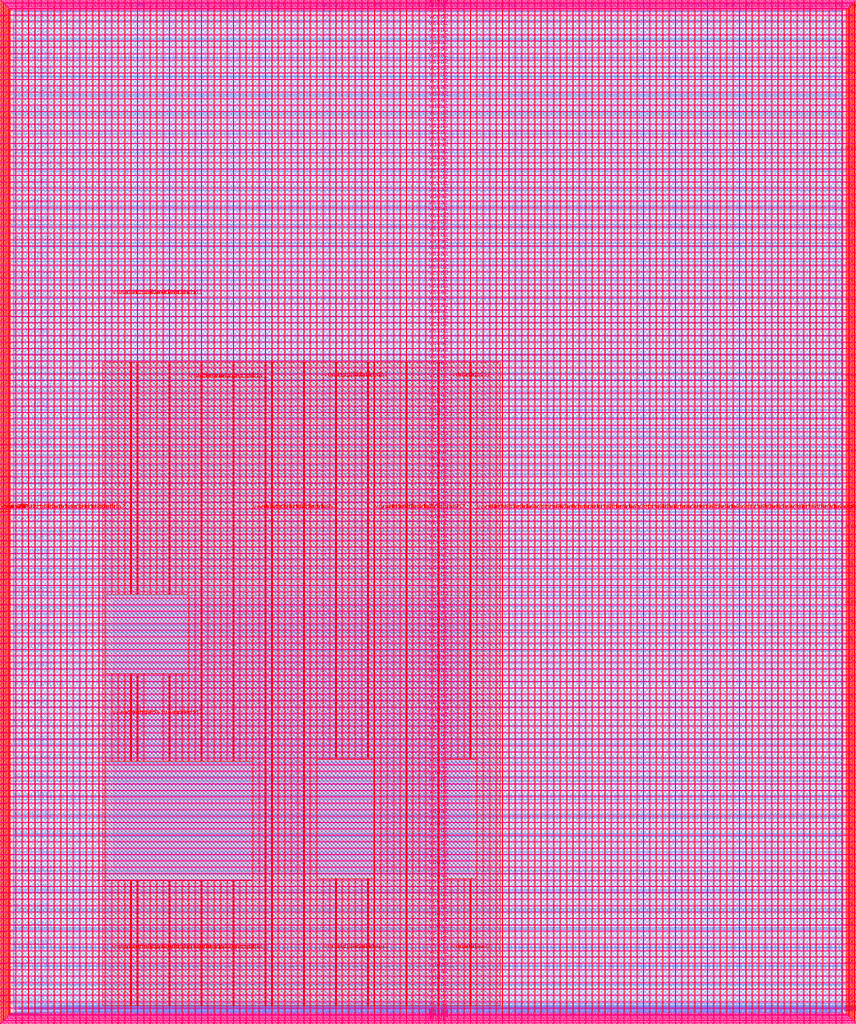
<source format=lef>
VERSION 5.7 ;
  NOWIREEXTENSIONATPIN ON ;
  DIVIDERCHAR "/" ;
  BUSBITCHARS "[]" ;
MACRO user_project_wrapper
  CLASS BLOCK ;
  FOREIGN user_project_wrapper ;
  ORIGIN 0.000 0.000 ;
  SIZE 2920.000 BY 3520.000 ;
  PIN analog_io[0]
    DIRECTION INOUT ;
    USE SIGNAL ;
    PORT
      LAYER met3 ;
        RECT 2917.600 1426.380 2924.800 1427.580 ;
    END
  END analog_io[0]
  PIN analog_io[10]
    DIRECTION INOUT ;
    USE SIGNAL ;
    PORT
      LAYER met2 ;
        RECT 2230.490 3517.600 2231.050 3524.800 ;
    END
  END analog_io[10]
  PIN analog_io[11]
    DIRECTION INOUT ;
    USE SIGNAL ;
    PORT
      LAYER met2 ;
        RECT 1905.730 3517.600 1906.290 3524.800 ;
    END
  END analog_io[11]
  PIN analog_io[12]
    DIRECTION INOUT ;
    USE SIGNAL ;
    PORT
      LAYER met2 ;
        RECT 1581.430 3517.600 1581.990 3524.800 ;
    END
  END analog_io[12]
  PIN analog_io[13]
    DIRECTION INOUT ;
    USE SIGNAL ;
    PORT
      LAYER met2 ;
        RECT 1257.130 3517.600 1257.690 3524.800 ;
    END
  END analog_io[13]
  PIN analog_io[14]
    DIRECTION INOUT ;
    USE SIGNAL ;
    PORT
      LAYER met2 ;
        RECT 932.370 3517.600 932.930 3524.800 ;
    END
  END analog_io[14]
  PIN analog_io[15]
    DIRECTION INOUT ;
    USE SIGNAL ;
    PORT
      LAYER met2 ;
        RECT 608.070 3517.600 608.630 3524.800 ;
    END
  END analog_io[15]
  PIN analog_io[16]
    DIRECTION INOUT ;
    USE SIGNAL ;
    PORT
      LAYER met2 ;
        RECT 283.770 3517.600 284.330 3524.800 ;
    END
  END analog_io[16]
  PIN analog_io[17]
    DIRECTION INOUT ;
    USE SIGNAL ;
    PORT
      LAYER met3 ;
        RECT -4.800 3486.100 2.400 3487.300 ;
    END
  END analog_io[17]
  PIN analog_io[18]
    DIRECTION INOUT ;
    USE SIGNAL ;
    PORT
      LAYER met3 ;
        RECT -4.800 3224.980 2.400 3226.180 ;
    END
  END analog_io[18]
  PIN analog_io[19]
    DIRECTION INOUT ;
    USE SIGNAL ;
    PORT
      LAYER met3 ;
        RECT -4.800 2964.540 2.400 2965.740 ;
    END
  END analog_io[19]
  PIN analog_io[1]
    DIRECTION INOUT ;
    USE SIGNAL ;
    PORT
      LAYER met3 ;
        RECT 2917.600 1692.260 2924.800 1693.460 ;
    END
  END analog_io[1]
  PIN analog_io[20]
    DIRECTION INOUT ;
    USE SIGNAL ;
    PORT
      LAYER met3 ;
        RECT -4.800 2703.420 2.400 2704.620 ;
    END
  END analog_io[20]
  PIN analog_io[21]
    DIRECTION INOUT ;
    USE SIGNAL ;
    PORT
      LAYER met3 ;
        RECT -4.800 2442.980 2.400 2444.180 ;
    END
  END analog_io[21]
  PIN analog_io[22]
    DIRECTION INOUT ;
    USE SIGNAL ;
    PORT
      LAYER met3 ;
        RECT -4.800 2182.540 2.400 2183.740 ;
    END
  END analog_io[22]
  PIN analog_io[23]
    DIRECTION INOUT ;
    USE SIGNAL ;
    PORT
      LAYER met3 ;
        RECT -4.800 1921.420 2.400 1922.620 ;
    END
  END analog_io[23]
  PIN analog_io[24]
    DIRECTION INOUT ;
    USE SIGNAL ;
    PORT
      LAYER met3 ;
        RECT -4.800 1660.980 2.400 1662.180 ;
    END
  END analog_io[24]
  PIN analog_io[25]
    DIRECTION INOUT ;
    USE SIGNAL ;
    PORT
      LAYER met3 ;
        RECT -4.800 1399.860 2.400 1401.060 ;
    END
  END analog_io[25]
  PIN analog_io[26]
    DIRECTION INOUT ;
    USE SIGNAL ;
    PORT
      LAYER met3 ;
        RECT -4.800 1139.420 2.400 1140.620 ;
    END
  END analog_io[26]
  PIN analog_io[27]
    DIRECTION INOUT ;
    USE SIGNAL ;
    PORT
      LAYER met3 ;
        RECT -4.800 878.980 2.400 880.180 ;
    END
  END analog_io[27]
  PIN analog_io[28]
    DIRECTION INOUT ;
    USE SIGNAL ;
    PORT
      LAYER met3 ;
        RECT -4.800 617.860 2.400 619.060 ;
    END
  END analog_io[28]
  PIN analog_io[2]
    DIRECTION INOUT ;
    USE SIGNAL ;
    PORT
      LAYER met3 ;
        RECT 2917.600 1958.140 2924.800 1959.340 ;
    END
  END analog_io[2]
  PIN analog_io[3]
    DIRECTION INOUT ;
    USE SIGNAL ;
    PORT
      LAYER met3 ;
        RECT 2917.600 2223.340 2924.800 2224.540 ;
    END
  END analog_io[3]
  PIN analog_io[4]
    DIRECTION INOUT ;
    USE SIGNAL ;
    PORT
      LAYER met3 ;
        RECT 2917.600 2489.220 2924.800 2490.420 ;
    END
  END analog_io[4]
  PIN analog_io[5]
    DIRECTION INOUT ;
    USE SIGNAL ;
    PORT
      LAYER met3 ;
        RECT 2917.600 2755.100 2924.800 2756.300 ;
    END
  END analog_io[5]
  PIN analog_io[6]
    DIRECTION INOUT ;
    USE SIGNAL ;
    PORT
      LAYER met3 ;
        RECT 2917.600 3020.300 2924.800 3021.500 ;
    END
  END analog_io[6]
  PIN analog_io[7]
    DIRECTION INOUT ;
    USE SIGNAL ;
    PORT
      LAYER met3 ;
        RECT 2917.600 3286.180 2924.800 3287.380 ;
    END
  END analog_io[7]
  PIN analog_io[8]
    DIRECTION INOUT ;
    USE SIGNAL ;
    PORT
      LAYER met2 ;
        RECT 2879.090 3517.600 2879.650 3524.800 ;
    END
  END analog_io[8]
  PIN analog_io[9]
    DIRECTION INOUT ;
    USE SIGNAL ;
    PORT
      LAYER met2 ;
        RECT 2554.790 3517.600 2555.350 3524.800 ;
    END
  END analog_io[9]
  PIN io_in[0]
    DIRECTION INPUT ;
    USE SIGNAL ;
    PORT
      LAYER met3 ;
        RECT 2917.600 32.380 2924.800 33.580 ;
    END
  END io_in[0]
  PIN io_in[10]
    DIRECTION INPUT ;
    USE SIGNAL ;
    PORT
      LAYER met3 ;
        RECT 2917.600 2289.980 2924.800 2291.180 ;
    END
  END io_in[10]
  PIN io_in[11]
    DIRECTION INPUT ;
    USE SIGNAL ;
    PORT
      LAYER met3 ;
        RECT 2917.600 2555.860 2924.800 2557.060 ;
    END
  END io_in[11]
  PIN io_in[12]
    DIRECTION INPUT ;
    USE SIGNAL ;
    PORT
      LAYER met3 ;
        RECT 2917.600 2821.060 2924.800 2822.260 ;
    END
  END io_in[12]
  PIN io_in[13]
    DIRECTION INPUT ;
    USE SIGNAL ;
    PORT
      LAYER met3 ;
        RECT 2917.600 3086.940 2924.800 3088.140 ;
    END
  END io_in[13]
  PIN io_in[14]
    DIRECTION INPUT ;
    USE SIGNAL ;
    PORT
      LAYER met3 ;
        RECT 2917.600 3352.820 2924.800 3354.020 ;
    END
  END io_in[14]
  PIN io_in[15]
    DIRECTION INPUT ;
    USE SIGNAL ;
    PORT
      LAYER met2 ;
        RECT 2798.130 3517.600 2798.690 3524.800 ;
    END
  END io_in[15]
  PIN io_in[16]
    DIRECTION INPUT ;
    USE SIGNAL ;
    PORT
      LAYER met2 ;
        RECT 2473.830 3517.600 2474.390 3524.800 ;
    END
  END io_in[16]
  PIN io_in[17]
    DIRECTION INPUT ;
    USE SIGNAL ;
    PORT
      LAYER met2 ;
        RECT 2149.070 3517.600 2149.630 3524.800 ;
    END
  END io_in[17]
  PIN io_in[18]
    DIRECTION INPUT ;
    USE SIGNAL ;
    PORT
      LAYER met2 ;
        RECT 1824.770 3517.600 1825.330 3524.800 ;
    END
  END io_in[18]
  PIN io_in[19]
    DIRECTION INPUT ;
    USE SIGNAL ;
    PORT
      LAYER met2 ;
        RECT 1500.470 3517.600 1501.030 3524.800 ;
    END
  END io_in[19]
  PIN io_in[1]
    DIRECTION INPUT ;
    USE SIGNAL ;
    PORT
      LAYER met3 ;
        RECT 2917.600 230.940 2924.800 232.140 ;
    END
  END io_in[1]
  PIN io_in[20]
    DIRECTION INPUT ;
    USE SIGNAL ;
    PORT
      LAYER met2 ;
        RECT 1175.710 3517.600 1176.270 3524.800 ;
    END
  END io_in[20]
  PIN io_in[21]
    DIRECTION INPUT ;
    USE SIGNAL ;
    PORT
      LAYER met2 ;
        RECT 851.410 3517.600 851.970 3524.800 ;
    END
  END io_in[21]
  PIN io_in[22]
    DIRECTION INPUT ;
    USE SIGNAL ;
    PORT
      LAYER met2 ;
        RECT 527.110 3517.600 527.670 3524.800 ;
    END
  END io_in[22]
  PIN io_in[23]
    DIRECTION INPUT ;
    USE SIGNAL ;
    PORT
      LAYER met2 ;
        RECT 202.350 3517.600 202.910 3524.800 ;
    END
  END io_in[23]
  PIN io_in[24]
    DIRECTION INPUT ;
    USE SIGNAL ;
    PORT
      LAYER met3 ;
        RECT -4.800 3420.820 2.400 3422.020 ;
    END
  END io_in[24]
  PIN io_in[25]
    DIRECTION INPUT ;
    USE SIGNAL ;
    PORT
      LAYER met3 ;
        RECT -4.800 3159.700 2.400 3160.900 ;
    END
  END io_in[25]
  PIN io_in[26]
    DIRECTION INPUT ;
    USE SIGNAL ;
    PORT
      LAYER met3 ;
        RECT -4.800 2899.260 2.400 2900.460 ;
    END
  END io_in[26]
  PIN io_in[27]
    DIRECTION INPUT ;
    USE SIGNAL ;
    PORT
      LAYER met3 ;
        RECT -4.800 2638.820 2.400 2640.020 ;
    END
  END io_in[27]
  PIN io_in[28]
    DIRECTION INPUT ;
    USE SIGNAL ;
    PORT
      LAYER met3 ;
        RECT -4.800 2377.700 2.400 2378.900 ;
    END
  END io_in[28]
  PIN io_in[29]
    DIRECTION INPUT ;
    USE SIGNAL ;
    PORT
      LAYER met3 ;
        RECT -4.800 2117.260 2.400 2118.460 ;
    END
  END io_in[29]
  PIN io_in[2]
    DIRECTION INPUT ;
    USE SIGNAL ;
    PORT
      LAYER met3 ;
        RECT 2917.600 430.180 2924.800 431.380 ;
    END
  END io_in[2]
  PIN io_in[30]
    DIRECTION INPUT ;
    USE SIGNAL ;
    PORT
      LAYER met3 ;
        RECT -4.800 1856.140 2.400 1857.340 ;
    END
  END io_in[30]
  PIN io_in[31]
    DIRECTION INPUT ;
    USE SIGNAL ;
    PORT
      LAYER met3 ;
        RECT -4.800 1595.700 2.400 1596.900 ;
    END
  END io_in[31]
  PIN io_in[32]
    DIRECTION INPUT ;
    USE SIGNAL ;
    PORT
      LAYER met3 ;
        RECT -4.800 1335.260 2.400 1336.460 ;
    END
  END io_in[32]
  PIN io_in[33]
    DIRECTION INPUT ;
    USE SIGNAL ;
    PORT
      LAYER met3 ;
        RECT -4.800 1074.140 2.400 1075.340 ;
    END
  END io_in[33]
  PIN io_in[34]
    DIRECTION INPUT ;
    USE SIGNAL ;
    PORT
      LAYER met3 ;
        RECT -4.800 813.700 2.400 814.900 ;
    END
  END io_in[34]
  PIN io_in[35]
    DIRECTION INPUT ;
    USE SIGNAL ;
    PORT
      LAYER met3 ;
        RECT -4.800 552.580 2.400 553.780 ;
    END
  END io_in[35]
  PIN io_in[36]
    DIRECTION INPUT ;
    USE SIGNAL ;
    PORT
      LAYER met3 ;
        RECT -4.800 357.420 2.400 358.620 ;
    END
  END io_in[36]
  PIN io_in[37]
    DIRECTION INPUT ;
    USE SIGNAL ;
    PORT
      LAYER met3 ;
        RECT -4.800 161.580 2.400 162.780 ;
    END
  END io_in[37]
  PIN io_in[3]
    DIRECTION INPUT ;
    USE SIGNAL ;
    PORT
      LAYER met3 ;
        RECT 2917.600 629.420 2924.800 630.620 ;
    END
  END io_in[3]
  PIN io_in[4]
    DIRECTION INPUT ;
    USE SIGNAL ;
    PORT
      LAYER met3 ;
        RECT 2917.600 828.660 2924.800 829.860 ;
    END
  END io_in[4]
  PIN io_in[5]
    DIRECTION INPUT ;
    USE SIGNAL ;
    PORT
      LAYER met3 ;
        RECT 2917.600 1027.900 2924.800 1029.100 ;
    END
  END io_in[5]
  PIN io_in[6]
    DIRECTION INPUT ;
    USE SIGNAL ;
    PORT
      LAYER met3 ;
        RECT 2917.600 1227.140 2924.800 1228.340 ;
    END
  END io_in[6]
  PIN io_in[7]
    DIRECTION INPUT ;
    USE SIGNAL ;
    PORT
      LAYER met3 ;
        RECT 2917.600 1493.020 2924.800 1494.220 ;
    END
  END io_in[7]
  PIN io_in[8]
    DIRECTION INPUT ;
    USE SIGNAL ;
    PORT
      LAYER met3 ;
        RECT 2917.600 1758.900 2924.800 1760.100 ;
    END
  END io_in[8]
  PIN io_in[9]
    DIRECTION INPUT ;
    USE SIGNAL ;
    PORT
      LAYER met3 ;
        RECT 2917.600 2024.100 2924.800 2025.300 ;
    END
  END io_in[9]
  PIN io_oeb[0]
    DIRECTION OUTPUT TRISTATE ;
    USE SIGNAL ;
    PORT
      LAYER met3 ;
        RECT 2917.600 164.980 2924.800 166.180 ;
    END
  END io_oeb[0]
  PIN io_oeb[10]
    DIRECTION OUTPUT TRISTATE ;
    USE SIGNAL ;
    PORT
      LAYER met3 ;
        RECT 2917.600 2422.580 2924.800 2423.780 ;
    END
  END io_oeb[10]
  PIN io_oeb[11]
    DIRECTION OUTPUT TRISTATE ;
    USE SIGNAL ;
    PORT
      LAYER met3 ;
        RECT 2917.600 2688.460 2924.800 2689.660 ;
    END
  END io_oeb[11]
  PIN io_oeb[12]
    DIRECTION OUTPUT TRISTATE ;
    USE SIGNAL ;
    PORT
      LAYER met3 ;
        RECT 2917.600 2954.340 2924.800 2955.540 ;
    END
  END io_oeb[12]
  PIN io_oeb[13]
    DIRECTION OUTPUT TRISTATE ;
    USE SIGNAL ;
    PORT
      LAYER met3 ;
        RECT 2917.600 3219.540 2924.800 3220.740 ;
    END
  END io_oeb[13]
  PIN io_oeb[14]
    DIRECTION OUTPUT TRISTATE ;
    USE SIGNAL ;
    PORT
      LAYER met3 ;
        RECT 2917.600 3485.420 2924.800 3486.620 ;
    END
  END io_oeb[14]
  PIN io_oeb[15]
    DIRECTION OUTPUT TRISTATE ;
    USE SIGNAL ;
    PORT
      LAYER met2 ;
        RECT 2635.750 3517.600 2636.310 3524.800 ;
    END
  END io_oeb[15]
  PIN io_oeb[16]
    DIRECTION OUTPUT TRISTATE ;
    USE SIGNAL ;
    PORT
      LAYER met2 ;
        RECT 2311.450 3517.600 2312.010 3524.800 ;
    END
  END io_oeb[16]
  PIN io_oeb[17]
    DIRECTION OUTPUT TRISTATE ;
    USE SIGNAL ;
    PORT
      LAYER met2 ;
        RECT 1987.150 3517.600 1987.710 3524.800 ;
    END
  END io_oeb[17]
  PIN io_oeb[18]
    DIRECTION OUTPUT TRISTATE ;
    USE SIGNAL ;
    PORT
      LAYER met2 ;
        RECT 1662.390 3517.600 1662.950 3524.800 ;
    END
  END io_oeb[18]
  PIN io_oeb[19]
    DIRECTION OUTPUT TRISTATE ;
    USE SIGNAL ;
    PORT
      LAYER met2 ;
        RECT 1338.090 3517.600 1338.650 3524.800 ;
    END
  END io_oeb[19]
  PIN io_oeb[1]
    DIRECTION OUTPUT TRISTATE ;
    USE SIGNAL ;
    PORT
      LAYER met3 ;
        RECT 2917.600 364.220 2924.800 365.420 ;
    END
  END io_oeb[1]
  PIN io_oeb[20]
    DIRECTION OUTPUT TRISTATE ;
    USE SIGNAL ;
    PORT
      LAYER met2 ;
        RECT 1013.790 3517.600 1014.350 3524.800 ;
    END
  END io_oeb[20]
  PIN io_oeb[21]
    DIRECTION OUTPUT TRISTATE ;
    USE SIGNAL ;
    PORT
      LAYER met2 ;
        RECT 689.030 3517.600 689.590 3524.800 ;
    END
  END io_oeb[21]
  PIN io_oeb[22]
    DIRECTION OUTPUT TRISTATE ;
    USE SIGNAL ;
    PORT
      LAYER met2 ;
        RECT 364.730 3517.600 365.290 3524.800 ;
    END
  END io_oeb[22]
  PIN io_oeb[23]
    DIRECTION OUTPUT TRISTATE ;
    USE SIGNAL ;
    PORT
      LAYER met2 ;
        RECT 40.430 3517.600 40.990 3524.800 ;
    END
  END io_oeb[23]
  PIN io_oeb[24]
    DIRECTION OUTPUT TRISTATE ;
    USE SIGNAL ;
    PORT
      LAYER met3 ;
        RECT -4.800 3290.260 2.400 3291.460 ;
    END
  END io_oeb[24]
  PIN io_oeb[25]
    DIRECTION OUTPUT TRISTATE ;
    USE SIGNAL ;
    PORT
      LAYER met3 ;
        RECT -4.800 3029.820 2.400 3031.020 ;
    END
  END io_oeb[25]
  PIN io_oeb[26]
    DIRECTION OUTPUT TRISTATE ;
    USE SIGNAL ;
    PORT
      LAYER met3 ;
        RECT -4.800 2768.700 2.400 2769.900 ;
    END
  END io_oeb[26]
  PIN io_oeb[27]
    DIRECTION OUTPUT TRISTATE ;
    USE SIGNAL ;
    PORT
      LAYER met3 ;
        RECT -4.800 2508.260 2.400 2509.460 ;
    END
  END io_oeb[27]
  PIN io_oeb[28]
    DIRECTION OUTPUT TRISTATE ;
    USE SIGNAL ;
    PORT
      LAYER met3 ;
        RECT -4.800 2247.140 2.400 2248.340 ;
    END
  END io_oeb[28]
  PIN io_oeb[29]
    DIRECTION OUTPUT TRISTATE ;
    USE SIGNAL ;
    PORT
      LAYER met3 ;
        RECT -4.800 1986.700 2.400 1987.900 ;
    END
  END io_oeb[29]
  PIN io_oeb[2]
    DIRECTION OUTPUT TRISTATE ;
    USE SIGNAL ;
    PORT
      LAYER met3 ;
        RECT 2917.600 563.460 2924.800 564.660 ;
    END
  END io_oeb[2]
  PIN io_oeb[30]
    DIRECTION OUTPUT TRISTATE ;
    USE SIGNAL ;
    PORT
      LAYER met3 ;
        RECT -4.800 1726.260 2.400 1727.460 ;
    END
  END io_oeb[30]
  PIN io_oeb[31]
    DIRECTION OUTPUT TRISTATE ;
    USE SIGNAL ;
    PORT
      LAYER met3 ;
        RECT -4.800 1465.140 2.400 1466.340 ;
    END
  END io_oeb[31]
  PIN io_oeb[32]
    DIRECTION OUTPUT TRISTATE ;
    USE SIGNAL ;
    PORT
      LAYER met3 ;
        RECT -4.800 1204.700 2.400 1205.900 ;
    END
  END io_oeb[32]
  PIN io_oeb[33]
    DIRECTION OUTPUT TRISTATE ;
    USE SIGNAL ;
    PORT
      LAYER met3 ;
        RECT -4.800 943.580 2.400 944.780 ;
    END
  END io_oeb[33]
  PIN io_oeb[34]
    DIRECTION OUTPUT TRISTATE ;
    USE SIGNAL ;
    PORT
      LAYER met3 ;
        RECT -4.800 683.140 2.400 684.340 ;
    END
  END io_oeb[34]
  PIN io_oeb[35]
    DIRECTION OUTPUT TRISTATE ;
    USE SIGNAL ;
    PORT
      LAYER met3 ;
        RECT -4.800 422.700 2.400 423.900 ;
    END
  END io_oeb[35]
  PIN io_oeb[36]
    DIRECTION OUTPUT TRISTATE ;
    USE SIGNAL ;
    PORT
      LAYER met3 ;
        RECT -4.800 226.860 2.400 228.060 ;
    END
  END io_oeb[36]
  PIN io_oeb[37]
    DIRECTION OUTPUT TRISTATE ;
    USE SIGNAL ;
    PORT
      LAYER met3 ;
        RECT -4.800 31.700 2.400 32.900 ;
    END
  END io_oeb[37]
  PIN io_oeb[3]
    DIRECTION OUTPUT TRISTATE ;
    USE SIGNAL ;
    PORT
      LAYER met3 ;
        RECT 2917.600 762.700 2924.800 763.900 ;
    END
  END io_oeb[3]
  PIN io_oeb[4]
    DIRECTION OUTPUT TRISTATE ;
    USE SIGNAL ;
    PORT
      LAYER met3 ;
        RECT 2917.600 961.940 2924.800 963.140 ;
    END
  END io_oeb[4]
  PIN io_oeb[5]
    DIRECTION OUTPUT TRISTATE ;
    USE SIGNAL ;
    PORT
      LAYER met3 ;
        RECT 2917.600 1161.180 2924.800 1162.380 ;
    END
  END io_oeb[5]
  PIN io_oeb[6]
    DIRECTION OUTPUT TRISTATE ;
    USE SIGNAL ;
    PORT
      LAYER met3 ;
        RECT 2917.600 1360.420 2924.800 1361.620 ;
    END
  END io_oeb[6]
  PIN io_oeb[7]
    DIRECTION OUTPUT TRISTATE ;
    USE SIGNAL ;
    PORT
      LAYER met3 ;
        RECT 2917.600 1625.620 2924.800 1626.820 ;
    END
  END io_oeb[7]
  PIN io_oeb[8]
    DIRECTION OUTPUT TRISTATE ;
    USE SIGNAL ;
    PORT
      LAYER met3 ;
        RECT 2917.600 1891.500 2924.800 1892.700 ;
    END
  END io_oeb[8]
  PIN io_oeb[9]
    DIRECTION OUTPUT TRISTATE ;
    USE SIGNAL ;
    PORT
      LAYER met3 ;
        RECT 2917.600 2157.380 2924.800 2158.580 ;
    END
  END io_oeb[9]
  PIN io_out[0]
    DIRECTION OUTPUT TRISTATE ;
    USE SIGNAL ;
    PORT
      LAYER met3 ;
        RECT 2917.600 98.340 2924.800 99.540 ;
    END
  END io_out[0]
  PIN io_out[10]
    DIRECTION OUTPUT TRISTATE ;
    USE SIGNAL ;
    PORT
      LAYER met3 ;
        RECT 2917.600 2356.620 2924.800 2357.820 ;
    END
  END io_out[10]
  PIN io_out[11]
    DIRECTION OUTPUT TRISTATE ;
    USE SIGNAL ;
    PORT
      LAYER met3 ;
        RECT 2917.600 2621.820 2924.800 2623.020 ;
    END
  END io_out[11]
  PIN io_out[12]
    DIRECTION OUTPUT TRISTATE ;
    USE SIGNAL ;
    PORT
      LAYER met3 ;
        RECT 2917.600 2887.700 2924.800 2888.900 ;
    END
  END io_out[12]
  PIN io_out[13]
    DIRECTION OUTPUT TRISTATE ;
    USE SIGNAL ;
    PORT
      LAYER met3 ;
        RECT 2917.600 3153.580 2924.800 3154.780 ;
    END
  END io_out[13]
  PIN io_out[14]
    DIRECTION OUTPUT TRISTATE ;
    USE SIGNAL ;
    PORT
      LAYER met3 ;
        RECT 2917.600 3418.780 2924.800 3419.980 ;
    END
  END io_out[14]
  PIN io_out[15]
    DIRECTION OUTPUT TRISTATE ;
    USE SIGNAL ;
    PORT
      LAYER met2 ;
        RECT 2717.170 3517.600 2717.730 3524.800 ;
    END
  END io_out[15]
  PIN io_out[16]
    DIRECTION OUTPUT TRISTATE ;
    USE SIGNAL ;
    PORT
      LAYER met2 ;
        RECT 2392.410 3517.600 2392.970 3524.800 ;
    END
  END io_out[16]
  PIN io_out[17]
    DIRECTION OUTPUT TRISTATE ;
    USE SIGNAL ;
    PORT
      LAYER met2 ;
        RECT 2068.110 3517.600 2068.670 3524.800 ;
    END
  END io_out[17]
  PIN io_out[18]
    DIRECTION OUTPUT TRISTATE ;
    USE SIGNAL ;
    PORT
      LAYER met2 ;
        RECT 1743.810 3517.600 1744.370 3524.800 ;
    END
  END io_out[18]
  PIN io_out[19]
    DIRECTION OUTPUT TRISTATE ;
    USE SIGNAL ;
    PORT
      LAYER met2 ;
        RECT 1419.050 3517.600 1419.610 3524.800 ;
    END
  END io_out[19]
  PIN io_out[1]
    DIRECTION OUTPUT TRISTATE ;
    USE SIGNAL ;
    PORT
      LAYER met3 ;
        RECT 2917.600 297.580 2924.800 298.780 ;
    END
  END io_out[1]
  PIN io_out[20]
    DIRECTION OUTPUT TRISTATE ;
    USE SIGNAL ;
    PORT
      LAYER met2 ;
        RECT 1094.750 3517.600 1095.310 3524.800 ;
    END
  END io_out[20]
  PIN io_out[21]
    DIRECTION OUTPUT TRISTATE ;
    USE SIGNAL ;
    PORT
      LAYER met2 ;
        RECT 770.450 3517.600 771.010 3524.800 ;
    END
  END io_out[21]
  PIN io_out[22]
    DIRECTION OUTPUT TRISTATE ;
    USE SIGNAL ;
    PORT
      LAYER met2 ;
        RECT 445.690 3517.600 446.250 3524.800 ;
    END
  END io_out[22]
  PIN io_out[23]
    DIRECTION OUTPUT TRISTATE ;
    USE SIGNAL ;
    PORT
      LAYER met2 ;
        RECT 121.390 3517.600 121.950 3524.800 ;
    END
  END io_out[23]
  PIN io_out[24]
    DIRECTION OUTPUT TRISTATE ;
    USE SIGNAL ;
    PORT
      LAYER met3 ;
        RECT -4.800 3355.540 2.400 3356.740 ;
    END
  END io_out[24]
  PIN io_out[25]
    DIRECTION OUTPUT TRISTATE ;
    USE SIGNAL ;
    PORT
      LAYER met3 ;
        RECT -4.800 3095.100 2.400 3096.300 ;
    END
  END io_out[25]
  PIN io_out[26]
    DIRECTION OUTPUT TRISTATE ;
    USE SIGNAL ;
    PORT
      LAYER met3 ;
        RECT -4.800 2833.980 2.400 2835.180 ;
    END
  END io_out[26]
  PIN io_out[27]
    DIRECTION OUTPUT TRISTATE ;
    USE SIGNAL ;
    PORT
      LAYER met3 ;
        RECT -4.800 2573.540 2.400 2574.740 ;
    END
  END io_out[27]
  PIN io_out[28]
    DIRECTION OUTPUT TRISTATE ;
    USE SIGNAL ;
    PORT
      LAYER met3 ;
        RECT -4.800 2312.420 2.400 2313.620 ;
    END
  END io_out[28]
  PIN io_out[29]
    DIRECTION OUTPUT TRISTATE ;
    USE SIGNAL ;
    PORT
      LAYER met3 ;
        RECT -4.800 2051.980 2.400 2053.180 ;
    END
  END io_out[29]
  PIN io_out[2]
    DIRECTION OUTPUT TRISTATE ;
    USE SIGNAL ;
    PORT
      LAYER met3 ;
        RECT 2917.600 496.820 2924.800 498.020 ;
    END
  END io_out[2]
  PIN io_out[30]
    DIRECTION OUTPUT TRISTATE ;
    USE SIGNAL ;
    PORT
      LAYER met3 ;
        RECT -4.800 1791.540 2.400 1792.740 ;
    END
  END io_out[30]
  PIN io_out[31]
    DIRECTION OUTPUT TRISTATE ;
    USE SIGNAL ;
    PORT
      LAYER met3 ;
        RECT -4.800 1530.420 2.400 1531.620 ;
    END
  END io_out[31]
  PIN io_out[32]
    DIRECTION OUTPUT TRISTATE ;
    USE SIGNAL ;
    PORT
      LAYER met3 ;
        RECT -4.800 1269.980 2.400 1271.180 ;
    END
  END io_out[32]
  PIN io_out[33]
    DIRECTION OUTPUT TRISTATE ;
    USE SIGNAL ;
    PORT
      LAYER met3 ;
        RECT -4.800 1008.860 2.400 1010.060 ;
    END
  END io_out[33]
  PIN io_out[34]
    DIRECTION OUTPUT TRISTATE ;
    USE SIGNAL ;
    PORT
      LAYER met3 ;
        RECT -4.800 748.420 2.400 749.620 ;
    END
  END io_out[34]
  PIN io_out[35]
    DIRECTION OUTPUT TRISTATE ;
    USE SIGNAL ;
    PORT
      LAYER met3 ;
        RECT -4.800 487.300 2.400 488.500 ;
    END
  END io_out[35]
  PIN io_out[36]
    DIRECTION OUTPUT TRISTATE ;
    USE SIGNAL ;
    PORT
      LAYER met3 ;
        RECT -4.800 292.140 2.400 293.340 ;
    END
  END io_out[36]
  PIN io_out[37]
    DIRECTION OUTPUT TRISTATE ;
    USE SIGNAL ;
    PORT
      LAYER met3 ;
        RECT -4.800 96.300 2.400 97.500 ;
    END
  END io_out[37]
  PIN io_out[3]
    DIRECTION OUTPUT TRISTATE ;
    USE SIGNAL ;
    PORT
      LAYER met3 ;
        RECT 2917.600 696.060 2924.800 697.260 ;
    END
  END io_out[3]
  PIN io_out[4]
    DIRECTION OUTPUT TRISTATE ;
    USE SIGNAL ;
    PORT
      LAYER met3 ;
        RECT 2917.600 895.300 2924.800 896.500 ;
    END
  END io_out[4]
  PIN io_out[5]
    DIRECTION OUTPUT TRISTATE ;
    USE SIGNAL ;
    PORT
      LAYER met3 ;
        RECT 2917.600 1094.540 2924.800 1095.740 ;
    END
  END io_out[5]
  PIN io_out[6]
    DIRECTION OUTPUT TRISTATE ;
    USE SIGNAL ;
    PORT
      LAYER met3 ;
        RECT 2917.600 1293.780 2924.800 1294.980 ;
    END
  END io_out[6]
  PIN io_out[7]
    DIRECTION OUTPUT TRISTATE ;
    USE SIGNAL ;
    PORT
      LAYER met3 ;
        RECT 2917.600 1559.660 2924.800 1560.860 ;
    END
  END io_out[7]
  PIN io_out[8]
    DIRECTION OUTPUT TRISTATE ;
    USE SIGNAL ;
    PORT
      LAYER met3 ;
        RECT 2917.600 1824.860 2924.800 1826.060 ;
    END
  END io_out[8]
  PIN io_out[9]
    DIRECTION OUTPUT TRISTATE ;
    USE SIGNAL ;
    PORT
      LAYER met3 ;
        RECT 2917.600 2090.740 2924.800 2091.940 ;
    END
  END io_out[9]
  PIN la_data_in[0]
    DIRECTION INPUT ;
    USE SIGNAL ;
    PORT
      LAYER met2 ;
        RECT 629.230 -4.800 629.790 2.400 ;
    END
  END la_data_in[0]
  PIN la_data_in[100]
    DIRECTION INPUT ;
    USE SIGNAL ;
    PORT
      LAYER met2 ;
        RECT 2402.530 -4.800 2403.090 2.400 ;
    END
  END la_data_in[100]
  PIN la_data_in[101]
    DIRECTION INPUT ;
    USE SIGNAL ;
    PORT
      LAYER met2 ;
        RECT 2420.010 -4.800 2420.570 2.400 ;
    END
  END la_data_in[101]
  PIN la_data_in[102]
    DIRECTION INPUT ;
    USE SIGNAL ;
    PORT
      LAYER met2 ;
        RECT 2437.950 -4.800 2438.510 2.400 ;
    END
  END la_data_in[102]
  PIN la_data_in[103]
    DIRECTION INPUT ;
    USE SIGNAL ;
    PORT
      LAYER met2 ;
        RECT 2455.430 -4.800 2455.990 2.400 ;
    END
  END la_data_in[103]
  PIN la_data_in[104]
    DIRECTION INPUT ;
    USE SIGNAL ;
    PORT
      LAYER met2 ;
        RECT 2473.370 -4.800 2473.930 2.400 ;
    END
  END la_data_in[104]
  PIN la_data_in[105]
    DIRECTION INPUT ;
    USE SIGNAL ;
    PORT
      LAYER met2 ;
        RECT 2490.850 -4.800 2491.410 2.400 ;
    END
  END la_data_in[105]
  PIN la_data_in[106]
    DIRECTION INPUT ;
    USE SIGNAL ;
    PORT
      LAYER met2 ;
        RECT 2508.790 -4.800 2509.350 2.400 ;
    END
  END la_data_in[106]
  PIN la_data_in[107]
    DIRECTION INPUT ;
    USE SIGNAL ;
    PORT
      LAYER met2 ;
        RECT 2526.730 -4.800 2527.290 2.400 ;
    END
  END la_data_in[107]
  PIN la_data_in[108]
    DIRECTION INPUT ;
    USE SIGNAL ;
    PORT
      LAYER met2 ;
        RECT 2544.210 -4.800 2544.770 2.400 ;
    END
  END la_data_in[108]
  PIN la_data_in[109]
    DIRECTION INPUT ;
    USE SIGNAL ;
    PORT
      LAYER met2 ;
        RECT 2562.150 -4.800 2562.710 2.400 ;
    END
  END la_data_in[109]
  PIN la_data_in[10]
    DIRECTION INPUT ;
    USE SIGNAL ;
    PORT
      LAYER met2 ;
        RECT 806.330 -4.800 806.890 2.400 ;
    END
  END la_data_in[10]
  PIN la_data_in[110]
    DIRECTION INPUT ;
    USE SIGNAL ;
    PORT
      LAYER met2 ;
        RECT 2579.630 -4.800 2580.190 2.400 ;
    END
  END la_data_in[110]
  PIN la_data_in[111]
    DIRECTION INPUT ;
    USE SIGNAL ;
    PORT
      LAYER met2 ;
        RECT 2597.570 -4.800 2598.130 2.400 ;
    END
  END la_data_in[111]
  PIN la_data_in[112]
    DIRECTION INPUT ;
    USE SIGNAL ;
    PORT
      LAYER met2 ;
        RECT 2615.050 -4.800 2615.610 2.400 ;
    END
  END la_data_in[112]
  PIN la_data_in[113]
    DIRECTION INPUT ;
    USE SIGNAL ;
    PORT
      LAYER met2 ;
        RECT 2632.990 -4.800 2633.550 2.400 ;
    END
  END la_data_in[113]
  PIN la_data_in[114]
    DIRECTION INPUT ;
    USE SIGNAL ;
    PORT
      LAYER met2 ;
        RECT 2650.470 -4.800 2651.030 2.400 ;
    END
  END la_data_in[114]
  PIN la_data_in[115]
    DIRECTION INPUT ;
    USE SIGNAL ;
    PORT
      LAYER met2 ;
        RECT 2668.410 -4.800 2668.970 2.400 ;
    END
  END la_data_in[115]
  PIN la_data_in[116]
    DIRECTION INPUT ;
    USE SIGNAL ;
    PORT
      LAYER met2 ;
        RECT 2685.890 -4.800 2686.450 2.400 ;
    END
  END la_data_in[116]
  PIN la_data_in[117]
    DIRECTION INPUT ;
    USE SIGNAL ;
    PORT
      LAYER met2 ;
        RECT 2703.830 -4.800 2704.390 2.400 ;
    END
  END la_data_in[117]
  PIN la_data_in[118]
    DIRECTION INPUT ;
    USE SIGNAL ;
    PORT
      LAYER met2 ;
        RECT 2721.770 -4.800 2722.330 2.400 ;
    END
  END la_data_in[118]
  PIN la_data_in[119]
    DIRECTION INPUT ;
    USE SIGNAL ;
    PORT
      LAYER met2 ;
        RECT 2739.250 -4.800 2739.810 2.400 ;
    END
  END la_data_in[119]
  PIN la_data_in[11]
    DIRECTION INPUT ;
    USE SIGNAL ;
    PORT
      LAYER met2 ;
        RECT 824.270 -4.800 824.830 2.400 ;
    END
  END la_data_in[11]
  PIN la_data_in[120]
    DIRECTION INPUT ;
    USE SIGNAL ;
    PORT
      LAYER met2 ;
        RECT 2757.190 -4.800 2757.750 2.400 ;
    END
  END la_data_in[120]
  PIN la_data_in[121]
    DIRECTION INPUT ;
    USE SIGNAL ;
    PORT
      LAYER met2 ;
        RECT 2774.670 -4.800 2775.230 2.400 ;
    END
  END la_data_in[121]
  PIN la_data_in[122]
    DIRECTION INPUT ;
    USE SIGNAL ;
    PORT
      LAYER met2 ;
        RECT 2792.610 -4.800 2793.170 2.400 ;
    END
  END la_data_in[122]
  PIN la_data_in[123]
    DIRECTION INPUT ;
    USE SIGNAL ;
    PORT
      LAYER met2 ;
        RECT 2810.090 -4.800 2810.650 2.400 ;
    END
  END la_data_in[123]
  PIN la_data_in[124]
    DIRECTION INPUT ;
    USE SIGNAL ;
    PORT
      LAYER met2 ;
        RECT 2828.030 -4.800 2828.590 2.400 ;
    END
  END la_data_in[124]
  PIN la_data_in[125]
    DIRECTION INPUT ;
    USE SIGNAL ;
    PORT
      LAYER met2 ;
        RECT 2845.510 -4.800 2846.070 2.400 ;
    END
  END la_data_in[125]
  PIN la_data_in[126]
    DIRECTION INPUT ;
    USE SIGNAL ;
    PORT
      LAYER met2 ;
        RECT 2863.450 -4.800 2864.010 2.400 ;
    END
  END la_data_in[126]
  PIN la_data_in[127]
    DIRECTION INPUT ;
    USE SIGNAL ;
    PORT
      LAYER met2 ;
        RECT 2881.390 -4.800 2881.950 2.400 ;
    END
  END la_data_in[127]
  PIN la_data_in[12]
    DIRECTION INPUT ;
    USE SIGNAL ;
    PORT
      LAYER met2 ;
        RECT 841.750 -4.800 842.310 2.400 ;
    END
  END la_data_in[12]
  PIN la_data_in[13]
    DIRECTION INPUT ;
    USE SIGNAL ;
    PORT
      LAYER met2 ;
        RECT 859.690 -4.800 860.250 2.400 ;
    END
  END la_data_in[13]
  PIN la_data_in[14]
    DIRECTION INPUT ;
    USE SIGNAL ;
    PORT
      LAYER met2 ;
        RECT 877.170 -4.800 877.730 2.400 ;
    END
  END la_data_in[14]
  PIN la_data_in[15]
    DIRECTION INPUT ;
    USE SIGNAL ;
    PORT
      LAYER met2 ;
        RECT 895.110 -4.800 895.670 2.400 ;
    END
  END la_data_in[15]
  PIN la_data_in[16]
    DIRECTION INPUT ;
    USE SIGNAL ;
    PORT
      LAYER met2 ;
        RECT 912.590 -4.800 913.150 2.400 ;
    END
  END la_data_in[16]
  PIN la_data_in[17]
    DIRECTION INPUT ;
    USE SIGNAL ;
    PORT
      LAYER met2 ;
        RECT 930.530 -4.800 931.090 2.400 ;
    END
  END la_data_in[17]
  PIN la_data_in[18]
    DIRECTION INPUT ;
    USE SIGNAL ;
    PORT
      LAYER met2 ;
        RECT 948.470 -4.800 949.030 2.400 ;
    END
  END la_data_in[18]
  PIN la_data_in[19]
    DIRECTION INPUT ;
    USE SIGNAL ;
    PORT
      LAYER met2 ;
        RECT 965.950 -4.800 966.510 2.400 ;
    END
  END la_data_in[19]
  PIN la_data_in[1]
    DIRECTION INPUT ;
    USE SIGNAL ;
    PORT
      LAYER met2 ;
        RECT 646.710 -4.800 647.270 2.400 ;
    END
  END la_data_in[1]
  PIN la_data_in[20]
    DIRECTION INPUT ;
    USE SIGNAL ;
    PORT
      LAYER met2 ;
        RECT 983.890 -4.800 984.450 2.400 ;
    END
  END la_data_in[20]
  PIN la_data_in[21]
    DIRECTION INPUT ;
    USE SIGNAL ;
    PORT
      LAYER met2 ;
        RECT 1001.370 -4.800 1001.930 2.400 ;
    END
  END la_data_in[21]
  PIN la_data_in[22]
    DIRECTION INPUT ;
    USE SIGNAL ;
    PORT
      LAYER met2 ;
        RECT 1019.310 -4.800 1019.870 2.400 ;
    END
  END la_data_in[22]
  PIN la_data_in[23]
    DIRECTION INPUT ;
    USE SIGNAL ;
    PORT
      LAYER met2 ;
        RECT 1036.790 -4.800 1037.350 2.400 ;
    END
  END la_data_in[23]
  PIN la_data_in[24]
    DIRECTION INPUT ;
    USE SIGNAL ;
    PORT
      LAYER met2 ;
        RECT 1054.730 -4.800 1055.290 2.400 ;
    END
  END la_data_in[24]
  PIN la_data_in[25]
    DIRECTION INPUT ;
    USE SIGNAL ;
    PORT
      LAYER met2 ;
        RECT 1072.210 -4.800 1072.770 2.400 ;
    END
  END la_data_in[25]
  PIN la_data_in[26]
    DIRECTION INPUT ;
    USE SIGNAL ;
    PORT
      LAYER met2 ;
        RECT 1090.150 -4.800 1090.710 2.400 ;
    END
  END la_data_in[26]
  PIN la_data_in[27]
    DIRECTION INPUT ;
    USE SIGNAL ;
    PORT
      LAYER met2 ;
        RECT 1107.630 -4.800 1108.190 2.400 ;
    END
  END la_data_in[27]
  PIN la_data_in[28]
    DIRECTION INPUT ;
    USE SIGNAL ;
    PORT
      LAYER met2 ;
        RECT 1125.570 -4.800 1126.130 2.400 ;
    END
  END la_data_in[28]
  PIN la_data_in[29]
    DIRECTION INPUT ;
    USE SIGNAL ;
    PORT
      LAYER met2 ;
        RECT 1143.510 -4.800 1144.070 2.400 ;
    END
  END la_data_in[29]
  PIN la_data_in[2]
    DIRECTION INPUT ;
    USE SIGNAL ;
    PORT
      LAYER met2 ;
        RECT 664.650 -4.800 665.210 2.400 ;
    END
  END la_data_in[2]
  PIN la_data_in[30]
    DIRECTION INPUT ;
    USE SIGNAL ;
    PORT
      LAYER met2 ;
        RECT 1160.990 -4.800 1161.550 2.400 ;
    END
  END la_data_in[30]
  PIN la_data_in[31]
    DIRECTION INPUT ;
    USE SIGNAL ;
    PORT
      LAYER met2 ;
        RECT 1178.930 -4.800 1179.490 2.400 ;
    END
  END la_data_in[31]
  PIN la_data_in[32]
    DIRECTION INPUT ;
    USE SIGNAL ;
    PORT
      LAYER met2 ;
        RECT 1196.410 -4.800 1196.970 2.400 ;
    END
  END la_data_in[32]
  PIN la_data_in[33]
    DIRECTION INPUT ;
    USE SIGNAL ;
    PORT
      LAYER met2 ;
        RECT 1214.350 -4.800 1214.910 2.400 ;
    END
  END la_data_in[33]
  PIN la_data_in[34]
    DIRECTION INPUT ;
    USE SIGNAL ;
    PORT
      LAYER met2 ;
        RECT 1231.830 -4.800 1232.390 2.400 ;
    END
  END la_data_in[34]
  PIN la_data_in[35]
    DIRECTION INPUT ;
    USE SIGNAL ;
    PORT
      LAYER met2 ;
        RECT 1249.770 -4.800 1250.330 2.400 ;
    END
  END la_data_in[35]
  PIN la_data_in[36]
    DIRECTION INPUT ;
    USE SIGNAL ;
    PORT
      LAYER met2 ;
        RECT 1267.250 -4.800 1267.810 2.400 ;
    END
  END la_data_in[36]
  PIN la_data_in[37]
    DIRECTION INPUT ;
    USE SIGNAL ;
    PORT
      LAYER met2 ;
        RECT 1285.190 -4.800 1285.750 2.400 ;
    END
  END la_data_in[37]
  PIN la_data_in[38]
    DIRECTION INPUT ;
    USE SIGNAL ;
    PORT
      LAYER met2 ;
        RECT 1303.130 -4.800 1303.690 2.400 ;
    END
  END la_data_in[38]
  PIN la_data_in[39]
    DIRECTION INPUT ;
    USE SIGNAL ;
    PORT
      LAYER met2 ;
        RECT 1320.610 -4.800 1321.170 2.400 ;
    END
  END la_data_in[39]
  PIN la_data_in[3]
    DIRECTION INPUT ;
    USE SIGNAL ;
    PORT
      LAYER met2 ;
        RECT 682.130 -4.800 682.690 2.400 ;
    END
  END la_data_in[3]
  PIN la_data_in[40]
    DIRECTION INPUT ;
    USE SIGNAL ;
    PORT
      LAYER met2 ;
        RECT 1338.550 -4.800 1339.110 2.400 ;
    END
  END la_data_in[40]
  PIN la_data_in[41]
    DIRECTION INPUT ;
    USE SIGNAL ;
    PORT
      LAYER met2 ;
        RECT 1356.030 -4.800 1356.590 2.400 ;
    END
  END la_data_in[41]
  PIN la_data_in[42]
    DIRECTION INPUT ;
    USE SIGNAL ;
    PORT
      LAYER met2 ;
        RECT 1373.970 -4.800 1374.530 2.400 ;
    END
  END la_data_in[42]
  PIN la_data_in[43]
    DIRECTION INPUT ;
    USE SIGNAL ;
    PORT
      LAYER met2 ;
        RECT 1391.450 -4.800 1392.010 2.400 ;
    END
  END la_data_in[43]
  PIN la_data_in[44]
    DIRECTION INPUT ;
    USE SIGNAL ;
    PORT
      LAYER met2 ;
        RECT 1409.390 -4.800 1409.950 2.400 ;
    END
  END la_data_in[44]
  PIN la_data_in[45]
    DIRECTION INPUT ;
    USE SIGNAL ;
    PORT
      LAYER met2 ;
        RECT 1426.870 -4.800 1427.430 2.400 ;
    END
  END la_data_in[45]
  PIN la_data_in[46]
    DIRECTION INPUT ;
    USE SIGNAL ;
    PORT
      LAYER met2 ;
        RECT 1444.810 -4.800 1445.370 2.400 ;
    END
  END la_data_in[46]
  PIN la_data_in[47]
    DIRECTION INPUT ;
    USE SIGNAL ;
    PORT
      LAYER met2 ;
        RECT 1462.750 -4.800 1463.310 2.400 ;
    END
  END la_data_in[47]
  PIN la_data_in[48]
    DIRECTION INPUT ;
    USE SIGNAL ;
    PORT
      LAYER met2 ;
        RECT 1480.230 -4.800 1480.790 2.400 ;
    END
  END la_data_in[48]
  PIN la_data_in[49]
    DIRECTION INPUT ;
    USE SIGNAL ;
    PORT
      LAYER met2 ;
        RECT 1498.170 -4.800 1498.730 2.400 ;
    END
  END la_data_in[49]
  PIN la_data_in[4]
    DIRECTION INPUT ;
    USE SIGNAL ;
    PORT
      LAYER met2 ;
        RECT 700.070 -4.800 700.630 2.400 ;
    END
  END la_data_in[4]
  PIN la_data_in[50]
    DIRECTION INPUT ;
    USE SIGNAL ;
    PORT
      LAYER met2 ;
        RECT 1515.650 -4.800 1516.210 2.400 ;
    END
  END la_data_in[50]
  PIN la_data_in[51]
    DIRECTION INPUT ;
    USE SIGNAL ;
    PORT
      LAYER met2 ;
        RECT 1533.590 -4.800 1534.150 2.400 ;
    END
  END la_data_in[51]
  PIN la_data_in[52]
    DIRECTION INPUT ;
    USE SIGNAL ;
    PORT
      LAYER met2 ;
        RECT 1551.070 -4.800 1551.630 2.400 ;
    END
  END la_data_in[52]
  PIN la_data_in[53]
    DIRECTION INPUT ;
    USE SIGNAL ;
    PORT
      LAYER met2 ;
        RECT 1569.010 -4.800 1569.570 2.400 ;
    END
  END la_data_in[53]
  PIN la_data_in[54]
    DIRECTION INPUT ;
    USE SIGNAL ;
    PORT
      LAYER met2 ;
        RECT 1586.490 -4.800 1587.050 2.400 ;
    END
  END la_data_in[54]
  PIN la_data_in[55]
    DIRECTION INPUT ;
    USE SIGNAL ;
    PORT
      LAYER met2 ;
        RECT 1604.430 -4.800 1604.990 2.400 ;
    END
  END la_data_in[55]
  PIN la_data_in[56]
    DIRECTION INPUT ;
    USE SIGNAL ;
    PORT
      LAYER met2 ;
        RECT 1621.910 -4.800 1622.470 2.400 ;
    END
  END la_data_in[56]
  PIN la_data_in[57]
    DIRECTION INPUT ;
    USE SIGNAL ;
    PORT
      LAYER met2 ;
        RECT 1639.850 -4.800 1640.410 2.400 ;
    END
  END la_data_in[57]
  PIN la_data_in[58]
    DIRECTION INPUT ;
    USE SIGNAL ;
    PORT
      LAYER met2 ;
        RECT 1657.790 -4.800 1658.350 2.400 ;
    END
  END la_data_in[58]
  PIN la_data_in[59]
    DIRECTION INPUT ;
    USE SIGNAL ;
    PORT
      LAYER met2 ;
        RECT 1675.270 -4.800 1675.830 2.400 ;
    END
  END la_data_in[59]
  PIN la_data_in[5]
    DIRECTION INPUT ;
    USE SIGNAL ;
    PORT
      LAYER met2 ;
        RECT 717.550 -4.800 718.110 2.400 ;
    END
  END la_data_in[5]
  PIN la_data_in[60]
    DIRECTION INPUT ;
    USE SIGNAL ;
    PORT
      LAYER met2 ;
        RECT 1693.210 -4.800 1693.770 2.400 ;
    END
  END la_data_in[60]
  PIN la_data_in[61]
    DIRECTION INPUT ;
    USE SIGNAL ;
    PORT
      LAYER met2 ;
        RECT 1710.690 -4.800 1711.250 2.400 ;
    END
  END la_data_in[61]
  PIN la_data_in[62]
    DIRECTION INPUT ;
    USE SIGNAL ;
    PORT
      LAYER met2 ;
        RECT 1728.630 -4.800 1729.190 2.400 ;
    END
  END la_data_in[62]
  PIN la_data_in[63]
    DIRECTION INPUT ;
    USE SIGNAL ;
    PORT
      LAYER met2 ;
        RECT 1746.110 -4.800 1746.670 2.400 ;
    END
  END la_data_in[63]
  PIN la_data_in[64]
    DIRECTION INPUT ;
    USE SIGNAL ;
    PORT
      LAYER met2 ;
        RECT 1764.050 -4.800 1764.610 2.400 ;
    END
  END la_data_in[64]
  PIN la_data_in[65]
    DIRECTION INPUT ;
    USE SIGNAL ;
    PORT
      LAYER met2 ;
        RECT 1781.530 -4.800 1782.090 2.400 ;
    END
  END la_data_in[65]
  PIN la_data_in[66]
    DIRECTION INPUT ;
    USE SIGNAL ;
    PORT
      LAYER met2 ;
        RECT 1799.470 -4.800 1800.030 2.400 ;
    END
  END la_data_in[66]
  PIN la_data_in[67]
    DIRECTION INPUT ;
    USE SIGNAL ;
    PORT
      LAYER met2 ;
        RECT 1817.410 -4.800 1817.970 2.400 ;
    END
  END la_data_in[67]
  PIN la_data_in[68]
    DIRECTION INPUT ;
    USE SIGNAL ;
    PORT
      LAYER met2 ;
        RECT 1834.890 -4.800 1835.450 2.400 ;
    END
  END la_data_in[68]
  PIN la_data_in[69]
    DIRECTION INPUT ;
    USE SIGNAL ;
    PORT
      LAYER met2 ;
        RECT 1852.830 -4.800 1853.390 2.400 ;
    END
  END la_data_in[69]
  PIN la_data_in[6]
    DIRECTION INPUT ;
    USE SIGNAL ;
    PORT
      LAYER met2 ;
        RECT 735.490 -4.800 736.050 2.400 ;
    END
  END la_data_in[6]
  PIN la_data_in[70]
    DIRECTION INPUT ;
    USE SIGNAL ;
    PORT
      LAYER met2 ;
        RECT 1870.310 -4.800 1870.870 2.400 ;
    END
  END la_data_in[70]
  PIN la_data_in[71]
    DIRECTION INPUT ;
    USE SIGNAL ;
    PORT
      LAYER met2 ;
        RECT 1888.250 -4.800 1888.810 2.400 ;
    END
  END la_data_in[71]
  PIN la_data_in[72]
    DIRECTION INPUT ;
    USE SIGNAL ;
    PORT
      LAYER met2 ;
        RECT 1905.730 -4.800 1906.290 2.400 ;
    END
  END la_data_in[72]
  PIN la_data_in[73]
    DIRECTION INPUT ;
    USE SIGNAL ;
    PORT
      LAYER met2 ;
        RECT 1923.670 -4.800 1924.230 2.400 ;
    END
  END la_data_in[73]
  PIN la_data_in[74]
    DIRECTION INPUT ;
    USE SIGNAL ;
    PORT
      LAYER met2 ;
        RECT 1941.150 -4.800 1941.710 2.400 ;
    END
  END la_data_in[74]
  PIN la_data_in[75]
    DIRECTION INPUT ;
    USE SIGNAL ;
    PORT
      LAYER met2 ;
        RECT 1959.090 -4.800 1959.650 2.400 ;
    END
  END la_data_in[75]
  PIN la_data_in[76]
    DIRECTION INPUT ;
    USE SIGNAL ;
    PORT
      LAYER met2 ;
        RECT 1976.570 -4.800 1977.130 2.400 ;
    END
  END la_data_in[76]
  PIN la_data_in[77]
    DIRECTION INPUT ;
    USE SIGNAL ;
    PORT
      LAYER met2 ;
        RECT 1994.510 -4.800 1995.070 2.400 ;
    END
  END la_data_in[77]
  PIN la_data_in[78]
    DIRECTION INPUT ;
    USE SIGNAL ;
    PORT
      LAYER met2 ;
        RECT 2012.450 -4.800 2013.010 2.400 ;
    END
  END la_data_in[78]
  PIN la_data_in[79]
    DIRECTION INPUT ;
    USE SIGNAL ;
    PORT
      LAYER met2 ;
        RECT 2029.930 -4.800 2030.490 2.400 ;
    END
  END la_data_in[79]
  PIN la_data_in[7]
    DIRECTION INPUT ;
    USE SIGNAL ;
    PORT
      LAYER met2 ;
        RECT 752.970 -4.800 753.530 2.400 ;
    END
  END la_data_in[7]
  PIN la_data_in[80]
    DIRECTION INPUT ;
    USE SIGNAL ;
    PORT
      LAYER met2 ;
        RECT 2047.870 -4.800 2048.430 2.400 ;
    END
  END la_data_in[80]
  PIN la_data_in[81]
    DIRECTION INPUT ;
    USE SIGNAL ;
    PORT
      LAYER met2 ;
        RECT 2065.350 -4.800 2065.910 2.400 ;
    END
  END la_data_in[81]
  PIN la_data_in[82]
    DIRECTION INPUT ;
    USE SIGNAL ;
    PORT
      LAYER met2 ;
        RECT 2083.290 -4.800 2083.850 2.400 ;
    END
  END la_data_in[82]
  PIN la_data_in[83]
    DIRECTION INPUT ;
    USE SIGNAL ;
    PORT
      LAYER met2 ;
        RECT 2100.770 -4.800 2101.330 2.400 ;
    END
  END la_data_in[83]
  PIN la_data_in[84]
    DIRECTION INPUT ;
    USE SIGNAL ;
    PORT
      LAYER met2 ;
        RECT 2118.710 -4.800 2119.270 2.400 ;
    END
  END la_data_in[84]
  PIN la_data_in[85]
    DIRECTION INPUT ;
    USE SIGNAL ;
    PORT
      LAYER met2 ;
        RECT 2136.190 -4.800 2136.750 2.400 ;
    END
  END la_data_in[85]
  PIN la_data_in[86]
    DIRECTION INPUT ;
    USE SIGNAL ;
    PORT
      LAYER met2 ;
        RECT 2154.130 -4.800 2154.690 2.400 ;
    END
  END la_data_in[86]
  PIN la_data_in[87]
    DIRECTION INPUT ;
    USE SIGNAL ;
    PORT
      LAYER met2 ;
        RECT 2172.070 -4.800 2172.630 2.400 ;
    END
  END la_data_in[87]
  PIN la_data_in[88]
    DIRECTION INPUT ;
    USE SIGNAL ;
    PORT
      LAYER met2 ;
        RECT 2189.550 -4.800 2190.110 2.400 ;
    END
  END la_data_in[88]
  PIN la_data_in[89]
    DIRECTION INPUT ;
    USE SIGNAL ;
    PORT
      LAYER met2 ;
        RECT 2207.490 -4.800 2208.050 2.400 ;
    END
  END la_data_in[89]
  PIN la_data_in[8]
    DIRECTION INPUT ;
    USE SIGNAL ;
    PORT
      LAYER met2 ;
        RECT 770.910 -4.800 771.470 2.400 ;
    END
  END la_data_in[8]
  PIN la_data_in[90]
    DIRECTION INPUT ;
    USE SIGNAL ;
    PORT
      LAYER met2 ;
        RECT 2224.970 -4.800 2225.530 2.400 ;
    END
  END la_data_in[90]
  PIN la_data_in[91]
    DIRECTION INPUT ;
    USE SIGNAL ;
    PORT
      LAYER met2 ;
        RECT 2242.910 -4.800 2243.470 2.400 ;
    END
  END la_data_in[91]
  PIN la_data_in[92]
    DIRECTION INPUT ;
    USE SIGNAL ;
    PORT
      LAYER met2 ;
        RECT 2260.390 -4.800 2260.950 2.400 ;
    END
  END la_data_in[92]
  PIN la_data_in[93]
    DIRECTION INPUT ;
    USE SIGNAL ;
    PORT
      LAYER met2 ;
        RECT 2278.330 -4.800 2278.890 2.400 ;
    END
  END la_data_in[93]
  PIN la_data_in[94]
    DIRECTION INPUT ;
    USE SIGNAL ;
    PORT
      LAYER met2 ;
        RECT 2295.810 -4.800 2296.370 2.400 ;
    END
  END la_data_in[94]
  PIN la_data_in[95]
    DIRECTION INPUT ;
    USE SIGNAL ;
    PORT
      LAYER met2 ;
        RECT 2313.750 -4.800 2314.310 2.400 ;
    END
  END la_data_in[95]
  PIN la_data_in[96]
    DIRECTION INPUT ;
    USE SIGNAL ;
    PORT
      LAYER met2 ;
        RECT 2331.230 -4.800 2331.790 2.400 ;
    END
  END la_data_in[96]
  PIN la_data_in[97]
    DIRECTION INPUT ;
    USE SIGNAL ;
    PORT
      LAYER met2 ;
        RECT 2349.170 -4.800 2349.730 2.400 ;
    END
  END la_data_in[97]
  PIN la_data_in[98]
    DIRECTION INPUT ;
    USE SIGNAL ;
    PORT
      LAYER met2 ;
        RECT 2367.110 -4.800 2367.670 2.400 ;
    END
  END la_data_in[98]
  PIN la_data_in[99]
    DIRECTION INPUT ;
    USE SIGNAL ;
    PORT
      LAYER met2 ;
        RECT 2384.590 -4.800 2385.150 2.400 ;
    END
  END la_data_in[99]
  PIN la_data_in[9]
    DIRECTION INPUT ;
    USE SIGNAL ;
    PORT
      LAYER met2 ;
        RECT 788.850 -4.800 789.410 2.400 ;
    END
  END la_data_in[9]
  PIN la_data_out[0]
    DIRECTION OUTPUT TRISTATE ;
    USE SIGNAL ;
    PORT
      LAYER met2 ;
        RECT 634.750 -4.800 635.310 2.400 ;
    END
  END la_data_out[0]
  PIN la_data_out[100]
    DIRECTION OUTPUT TRISTATE ;
    USE SIGNAL ;
    PORT
      LAYER met2 ;
        RECT 2408.510 -4.800 2409.070 2.400 ;
    END
  END la_data_out[100]
  PIN la_data_out[101]
    DIRECTION OUTPUT TRISTATE ;
    USE SIGNAL ;
    PORT
      LAYER met2 ;
        RECT 2425.990 -4.800 2426.550 2.400 ;
    END
  END la_data_out[101]
  PIN la_data_out[102]
    DIRECTION OUTPUT TRISTATE ;
    USE SIGNAL ;
    PORT
      LAYER met2 ;
        RECT 2443.930 -4.800 2444.490 2.400 ;
    END
  END la_data_out[102]
  PIN la_data_out[103]
    DIRECTION OUTPUT TRISTATE ;
    USE SIGNAL ;
    PORT
      LAYER met2 ;
        RECT 2461.410 -4.800 2461.970 2.400 ;
    END
  END la_data_out[103]
  PIN la_data_out[104]
    DIRECTION OUTPUT TRISTATE ;
    USE SIGNAL ;
    PORT
      LAYER met2 ;
        RECT 2479.350 -4.800 2479.910 2.400 ;
    END
  END la_data_out[104]
  PIN la_data_out[105]
    DIRECTION OUTPUT TRISTATE ;
    USE SIGNAL ;
    PORT
      LAYER met2 ;
        RECT 2496.830 -4.800 2497.390 2.400 ;
    END
  END la_data_out[105]
  PIN la_data_out[106]
    DIRECTION OUTPUT TRISTATE ;
    USE SIGNAL ;
    PORT
      LAYER met2 ;
        RECT 2514.770 -4.800 2515.330 2.400 ;
    END
  END la_data_out[106]
  PIN la_data_out[107]
    DIRECTION OUTPUT TRISTATE ;
    USE SIGNAL ;
    PORT
      LAYER met2 ;
        RECT 2532.250 -4.800 2532.810 2.400 ;
    END
  END la_data_out[107]
  PIN la_data_out[108]
    DIRECTION OUTPUT TRISTATE ;
    USE SIGNAL ;
    PORT
      LAYER met2 ;
        RECT 2550.190 -4.800 2550.750 2.400 ;
    END
  END la_data_out[108]
  PIN la_data_out[109]
    DIRECTION OUTPUT TRISTATE ;
    USE SIGNAL ;
    PORT
      LAYER met2 ;
        RECT 2567.670 -4.800 2568.230 2.400 ;
    END
  END la_data_out[109]
  PIN la_data_out[10]
    DIRECTION OUTPUT TRISTATE ;
    USE SIGNAL ;
    PORT
      LAYER met2 ;
        RECT 812.310 -4.800 812.870 2.400 ;
    END
  END la_data_out[10]
  PIN la_data_out[110]
    DIRECTION OUTPUT TRISTATE ;
    USE SIGNAL ;
    PORT
      LAYER met2 ;
        RECT 2585.610 -4.800 2586.170 2.400 ;
    END
  END la_data_out[110]
  PIN la_data_out[111]
    DIRECTION OUTPUT TRISTATE ;
    USE SIGNAL ;
    PORT
      LAYER met2 ;
        RECT 2603.550 -4.800 2604.110 2.400 ;
    END
  END la_data_out[111]
  PIN la_data_out[112]
    DIRECTION OUTPUT TRISTATE ;
    USE SIGNAL ;
    PORT
      LAYER met2 ;
        RECT 2621.030 -4.800 2621.590 2.400 ;
    END
  END la_data_out[112]
  PIN la_data_out[113]
    DIRECTION OUTPUT TRISTATE ;
    USE SIGNAL ;
    PORT
      LAYER met2 ;
        RECT 2638.970 -4.800 2639.530 2.400 ;
    END
  END la_data_out[113]
  PIN la_data_out[114]
    DIRECTION OUTPUT TRISTATE ;
    USE SIGNAL ;
    PORT
      LAYER met2 ;
        RECT 2656.450 -4.800 2657.010 2.400 ;
    END
  END la_data_out[114]
  PIN la_data_out[115]
    DIRECTION OUTPUT TRISTATE ;
    USE SIGNAL ;
    PORT
      LAYER met2 ;
        RECT 2674.390 -4.800 2674.950 2.400 ;
    END
  END la_data_out[115]
  PIN la_data_out[116]
    DIRECTION OUTPUT TRISTATE ;
    USE SIGNAL ;
    PORT
      LAYER met2 ;
        RECT 2691.870 -4.800 2692.430 2.400 ;
    END
  END la_data_out[116]
  PIN la_data_out[117]
    DIRECTION OUTPUT TRISTATE ;
    USE SIGNAL ;
    PORT
      LAYER met2 ;
        RECT 2709.810 -4.800 2710.370 2.400 ;
    END
  END la_data_out[117]
  PIN la_data_out[118]
    DIRECTION OUTPUT TRISTATE ;
    USE SIGNAL ;
    PORT
      LAYER met2 ;
        RECT 2727.290 -4.800 2727.850 2.400 ;
    END
  END la_data_out[118]
  PIN la_data_out[119]
    DIRECTION OUTPUT TRISTATE ;
    USE SIGNAL ;
    PORT
      LAYER met2 ;
        RECT 2745.230 -4.800 2745.790 2.400 ;
    END
  END la_data_out[119]
  PIN la_data_out[11]
    DIRECTION OUTPUT TRISTATE ;
    USE SIGNAL ;
    PORT
      LAYER met2 ;
        RECT 830.250 -4.800 830.810 2.400 ;
    END
  END la_data_out[11]
  PIN la_data_out[120]
    DIRECTION OUTPUT TRISTATE ;
    USE SIGNAL ;
    PORT
      LAYER met2 ;
        RECT 2763.170 -4.800 2763.730 2.400 ;
    END
  END la_data_out[120]
  PIN la_data_out[121]
    DIRECTION OUTPUT TRISTATE ;
    USE SIGNAL ;
    PORT
      LAYER met2 ;
        RECT 2780.650 -4.800 2781.210 2.400 ;
    END
  END la_data_out[121]
  PIN la_data_out[122]
    DIRECTION OUTPUT TRISTATE ;
    USE SIGNAL ;
    PORT
      LAYER met2 ;
        RECT 2798.590 -4.800 2799.150 2.400 ;
    END
  END la_data_out[122]
  PIN la_data_out[123]
    DIRECTION OUTPUT TRISTATE ;
    USE SIGNAL ;
    PORT
      LAYER met2 ;
        RECT 2816.070 -4.800 2816.630 2.400 ;
    END
  END la_data_out[123]
  PIN la_data_out[124]
    DIRECTION OUTPUT TRISTATE ;
    USE SIGNAL ;
    PORT
      LAYER met2 ;
        RECT 2834.010 -4.800 2834.570 2.400 ;
    END
  END la_data_out[124]
  PIN la_data_out[125]
    DIRECTION OUTPUT TRISTATE ;
    USE SIGNAL ;
    PORT
      LAYER met2 ;
        RECT 2851.490 -4.800 2852.050 2.400 ;
    END
  END la_data_out[125]
  PIN la_data_out[126]
    DIRECTION OUTPUT TRISTATE ;
    USE SIGNAL ;
    PORT
      LAYER met2 ;
        RECT 2869.430 -4.800 2869.990 2.400 ;
    END
  END la_data_out[126]
  PIN la_data_out[127]
    DIRECTION OUTPUT TRISTATE ;
    USE SIGNAL ;
    PORT
      LAYER met2 ;
        RECT 2886.910 -4.800 2887.470 2.400 ;
    END
  END la_data_out[127]
  PIN la_data_out[12]
    DIRECTION OUTPUT TRISTATE ;
    USE SIGNAL ;
    PORT
      LAYER met2 ;
        RECT 847.730 -4.800 848.290 2.400 ;
    END
  END la_data_out[12]
  PIN la_data_out[13]
    DIRECTION OUTPUT TRISTATE ;
    USE SIGNAL ;
    PORT
      LAYER met2 ;
        RECT 865.670 -4.800 866.230 2.400 ;
    END
  END la_data_out[13]
  PIN la_data_out[14]
    DIRECTION OUTPUT TRISTATE ;
    USE SIGNAL ;
    PORT
      LAYER met2 ;
        RECT 883.150 -4.800 883.710 2.400 ;
    END
  END la_data_out[14]
  PIN la_data_out[15]
    DIRECTION OUTPUT TRISTATE ;
    USE SIGNAL ;
    PORT
      LAYER met2 ;
        RECT 901.090 -4.800 901.650 2.400 ;
    END
  END la_data_out[15]
  PIN la_data_out[16]
    DIRECTION OUTPUT TRISTATE ;
    USE SIGNAL ;
    PORT
      LAYER met2 ;
        RECT 918.570 -4.800 919.130 2.400 ;
    END
  END la_data_out[16]
  PIN la_data_out[17]
    DIRECTION OUTPUT TRISTATE ;
    USE SIGNAL ;
    PORT
      LAYER met2 ;
        RECT 936.510 -4.800 937.070 2.400 ;
    END
  END la_data_out[17]
  PIN la_data_out[18]
    DIRECTION OUTPUT TRISTATE ;
    USE SIGNAL ;
    PORT
      LAYER met2 ;
        RECT 953.990 -4.800 954.550 2.400 ;
    END
  END la_data_out[18]
  PIN la_data_out[19]
    DIRECTION OUTPUT TRISTATE ;
    USE SIGNAL ;
    PORT
      LAYER met2 ;
        RECT 971.930 -4.800 972.490 2.400 ;
    END
  END la_data_out[19]
  PIN la_data_out[1]
    DIRECTION OUTPUT TRISTATE ;
    USE SIGNAL ;
    PORT
      LAYER met2 ;
        RECT 652.690 -4.800 653.250 2.400 ;
    END
  END la_data_out[1]
  PIN la_data_out[20]
    DIRECTION OUTPUT TRISTATE ;
    USE SIGNAL ;
    PORT
      LAYER met2 ;
        RECT 989.410 -4.800 989.970 2.400 ;
    END
  END la_data_out[20]
  PIN la_data_out[21]
    DIRECTION OUTPUT TRISTATE ;
    USE SIGNAL ;
    PORT
      LAYER met2 ;
        RECT 1007.350 -4.800 1007.910 2.400 ;
    END
  END la_data_out[21]
  PIN la_data_out[22]
    DIRECTION OUTPUT TRISTATE ;
    USE SIGNAL ;
    PORT
      LAYER met2 ;
        RECT 1025.290 -4.800 1025.850 2.400 ;
    END
  END la_data_out[22]
  PIN la_data_out[23]
    DIRECTION OUTPUT TRISTATE ;
    USE SIGNAL ;
    PORT
      LAYER met2 ;
        RECT 1042.770 -4.800 1043.330 2.400 ;
    END
  END la_data_out[23]
  PIN la_data_out[24]
    DIRECTION OUTPUT TRISTATE ;
    USE SIGNAL ;
    PORT
      LAYER met2 ;
        RECT 1060.710 -4.800 1061.270 2.400 ;
    END
  END la_data_out[24]
  PIN la_data_out[25]
    DIRECTION OUTPUT TRISTATE ;
    USE SIGNAL ;
    PORT
      LAYER met2 ;
        RECT 1078.190 -4.800 1078.750 2.400 ;
    END
  END la_data_out[25]
  PIN la_data_out[26]
    DIRECTION OUTPUT TRISTATE ;
    USE SIGNAL ;
    PORT
      LAYER met2 ;
        RECT 1096.130 -4.800 1096.690 2.400 ;
    END
  END la_data_out[26]
  PIN la_data_out[27]
    DIRECTION OUTPUT TRISTATE ;
    USE SIGNAL ;
    PORT
      LAYER met2 ;
        RECT 1113.610 -4.800 1114.170 2.400 ;
    END
  END la_data_out[27]
  PIN la_data_out[28]
    DIRECTION OUTPUT TRISTATE ;
    USE SIGNAL ;
    PORT
      LAYER met2 ;
        RECT 1131.550 -4.800 1132.110 2.400 ;
    END
  END la_data_out[28]
  PIN la_data_out[29]
    DIRECTION OUTPUT TRISTATE ;
    USE SIGNAL ;
    PORT
      LAYER met2 ;
        RECT 1149.030 -4.800 1149.590 2.400 ;
    END
  END la_data_out[29]
  PIN la_data_out[2]
    DIRECTION OUTPUT TRISTATE ;
    USE SIGNAL ;
    PORT
      LAYER met2 ;
        RECT 670.630 -4.800 671.190 2.400 ;
    END
  END la_data_out[2]
  PIN la_data_out[30]
    DIRECTION OUTPUT TRISTATE ;
    USE SIGNAL ;
    PORT
      LAYER met2 ;
        RECT 1166.970 -4.800 1167.530 2.400 ;
    END
  END la_data_out[30]
  PIN la_data_out[31]
    DIRECTION OUTPUT TRISTATE ;
    USE SIGNAL ;
    PORT
      LAYER met2 ;
        RECT 1184.910 -4.800 1185.470 2.400 ;
    END
  END la_data_out[31]
  PIN la_data_out[32]
    DIRECTION OUTPUT TRISTATE ;
    USE SIGNAL ;
    PORT
      LAYER met2 ;
        RECT 1202.390 -4.800 1202.950 2.400 ;
    END
  END la_data_out[32]
  PIN la_data_out[33]
    DIRECTION OUTPUT TRISTATE ;
    USE SIGNAL ;
    PORT
      LAYER met2 ;
        RECT 1220.330 -4.800 1220.890 2.400 ;
    END
  END la_data_out[33]
  PIN la_data_out[34]
    DIRECTION OUTPUT TRISTATE ;
    USE SIGNAL ;
    PORT
      LAYER met2 ;
        RECT 1237.810 -4.800 1238.370 2.400 ;
    END
  END la_data_out[34]
  PIN la_data_out[35]
    DIRECTION OUTPUT TRISTATE ;
    USE SIGNAL ;
    PORT
      LAYER met2 ;
        RECT 1255.750 -4.800 1256.310 2.400 ;
    END
  END la_data_out[35]
  PIN la_data_out[36]
    DIRECTION OUTPUT TRISTATE ;
    USE SIGNAL ;
    PORT
      LAYER met2 ;
        RECT 1273.230 -4.800 1273.790 2.400 ;
    END
  END la_data_out[36]
  PIN la_data_out[37]
    DIRECTION OUTPUT TRISTATE ;
    USE SIGNAL ;
    PORT
      LAYER met2 ;
        RECT 1291.170 -4.800 1291.730 2.400 ;
    END
  END la_data_out[37]
  PIN la_data_out[38]
    DIRECTION OUTPUT TRISTATE ;
    USE SIGNAL ;
    PORT
      LAYER met2 ;
        RECT 1308.650 -4.800 1309.210 2.400 ;
    END
  END la_data_out[38]
  PIN la_data_out[39]
    DIRECTION OUTPUT TRISTATE ;
    USE SIGNAL ;
    PORT
      LAYER met2 ;
        RECT 1326.590 -4.800 1327.150 2.400 ;
    END
  END la_data_out[39]
  PIN la_data_out[3]
    DIRECTION OUTPUT TRISTATE ;
    USE SIGNAL ;
    PORT
      LAYER met2 ;
        RECT 688.110 -4.800 688.670 2.400 ;
    END
  END la_data_out[3]
  PIN la_data_out[40]
    DIRECTION OUTPUT TRISTATE ;
    USE SIGNAL ;
    PORT
      LAYER met2 ;
        RECT 1344.070 -4.800 1344.630 2.400 ;
    END
  END la_data_out[40]
  PIN la_data_out[41]
    DIRECTION OUTPUT TRISTATE ;
    USE SIGNAL ;
    PORT
      LAYER met2 ;
        RECT 1362.010 -4.800 1362.570 2.400 ;
    END
  END la_data_out[41]
  PIN la_data_out[42]
    DIRECTION OUTPUT TRISTATE ;
    USE SIGNAL ;
    PORT
      LAYER met2 ;
        RECT 1379.950 -4.800 1380.510 2.400 ;
    END
  END la_data_out[42]
  PIN la_data_out[43]
    DIRECTION OUTPUT TRISTATE ;
    USE SIGNAL ;
    PORT
      LAYER met2 ;
        RECT 1397.430 -4.800 1397.990 2.400 ;
    END
  END la_data_out[43]
  PIN la_data_out[44]
    DIRECTION OUTPUT TRISTATE ;
    USE SIGNAL ;
    PORT
      LAYER met2 ;
        RECT 1415.370 -4.800 1415.930 2.400 ;
    END
  END la_data_out[44]
  PIN la_data_out[45]
    DIRECTION OUTPUT TRISTATE ;
    USE SIGNAL ;
    PORT
      LAYER met2 ;
        RECT 1432.850 -4.800 1433.410 2.400 ;
    END
  END la_data_out[45]
  PIN la_data_out[46]
    DIRECTION OUTPUT TRISTATE ;
    USE SIGNAL ;
    PORT
      LAYER met2 ;
        RECT 1450.790 -4.800 1451.350 2.400 ;
    END
  END la_data_out[46]
  PIN la_data_out[47]
    DIRECTION OUTPUT TRISTATE ;
    USE SIGNAL ;
    PORT
      LAYER met2 ;
        RECT 1468.270 -4.800 1468.830 2.400 ;
    END
  END la_data_out[47]
  PIN la_data_out[48]
    DIRECTION OUTPUT TRISTATE ;
    USE SIGNAL ;
    PORT
      LAYER met2 ;
        RECT 1486.210 -4.800 1486.770 2.400 ;
    END
  END la_data_out[48]
  PIN la_data_out[49]
    DIRECTION OUTPUT TRISTATE ;
    USE SIGNAL ;
    PORT
      LAYER met2 ;
        RECT 1503.690 -4.800 1504.250 2.400 ;
    END
  END la_data_out[49]
  PIN la_data_out[4]
    DIRECTION OUTPUT TRISTATE ;
    USE SIGNAL ;
    PORT
      LAYER met2 ;
        RECT 706.050 -4.800 706.610 2.400 ;
    END
  END la_data_out[4]
  PIN la_data_out[50]
    DIRECTION OUTPUT TRISTATE ;
    USE SIGNAL ;
    PORT
      LAYER met2 ;
        RECT 1521.630 -4.800 1522.190 2.400 ;
    END
  END la_data_out[50]
  PIN la_data_out[51]
    DIRECTION OUTPUT TRISTATE ;
    USE SIGNAL ;
    PORT
      LAYER met2 ;
        RECT 1539.570 -4.800 1540.130 2.400 ;
    END
  END la_data_out[51]
  PIN la_data_out[52]
    DIRECTION OUTPUT TRISTATE ;
    USE SIGNAL ;
    PORT
      LAYER met2 ;
        RECT 1557.050 -4.800 1557.610 2.400 ;
    END
  END la_data_out[52]
  PIN la_data_out[53]
    DIRECTION OUTPUT TRISTATE ;
    USE SIGNAL ;
    PORT
      LAYER met2 ;
        RECT 1574.990 -4.800 1575.550 2.400 ;
    END
  END la_data_out[53]
  PIN la_data_out[54]
    DIRECTION OUTPUT TRISTATE ;
    USE SIGNAL ;
    PORT
      LAYER met2 ;
        RECT 1592.470 -4.800 1593.030 2.400 ;
    END
  END la_data_out[54]
  PIN la_data_out[55]
    DIRECTION OUTPUT TRISTATE ;
    USE SIGNAL ;
    PORT
      LAYER met2 ;
        RECT 1610.410 -4.800 1610.970 2.400 ;
    END
  END la_data_out[55]
  PIN la_data_out[56]
    DIRECTION OUTPUT TRISTATE ;
    USE SIGNAL ;
    PORT
      LAYER met2 ;
        RECT 1627.890 -4.800 1628.450 2.400 ;
    END
  END la_data_out[56]
  PIN la_data_out[57]
    DIRECTION OUTPUT TRISTATE ;
    USE SIGNAL ;
    PORT
      LAYER met2 ;
        RECT 1645.830 -4.800 1646.390 2.400 ;
    END
  END la_data_out[57]
  PIN la_data_out[58]
    DIRECTION OUTPUT TRISTATE ;
    USE SIGNAL ;
    PORT
      LAYER met2 ;
        RECT 1663.310 -4.800 1663.870 2.400 ;
    END
  END la_data_out[58]
  PIN la_data_out[59]
    DIRECTION OUTPUT TRISTATE ;
    USE SIGNAL ;
    PORT
      LAYER met2 ;
        RECT 1681.250 -4.800 1681.810 2.400 ;
    END
  END la_data_out[59]
  PIN la_data_out[5]
    DIRECTION OUTPUT TRISTATE ;
    USE SIGNAL ;
    PORT
      LAYER met2 ;
        RECT 723.530 -4.800 724.090 2.400 ;
    END
  END la_data_out[5]
  PIN la_data_out[60]
    DIRECTION OUTPUT TRISTATE ;
    USE SIGNAL ;
    PORT
      LAYER met2 ;
        RECT 1699.190 -4.800 1699.750 2.400 ;
    END
  END la_data_out[60]
  PIN la_data_out[61]
    DIRECTION OUTPUT TRISTATE ;
    USE SIGNAL ;
    PORT
      LAYER met2 ;
        RECT 1716.670 -4.800 1717.230 2.400 ;
    END
  END la_data_out[61]
  PIN la_data_out[62]
    DIRECTION OUTPUT TRISTATE ;
    USE SIGNAL ;
    PORT
      LAYER met2 ;
        RECT 1734.610 -4.800 1735.170 2.400 ;
    END
  END la_data_out[62]
  PIN la_data_out[63]
    DIRECTION OUTPUT TRISTATE ;
    USE SIGNAL ;
    PORT
      LAYER met2 ;
        RECT 1752.090 -4.800 1752.650 2.400 ;
    END
  END la_data_out[63]
  PIN la_data_out[64]
    DIRECTION OUTPUT TRISTATE ;
    USE SIGNAL ;
    PORT
      LAYER met2 ;
        RECT 1770.030 -4.800 1770.590 2.400 ;
    END
  END la_data_out[64]
  PIN la_data_out[65]
    DIRECTION OUTPUT TRISTATE ;
    USE SIGNAL ;
    PORT
      LAYER met2 ;
        RECT 1787.510 -4.800 1788.070 2.400 ;
    END
  END la_data_out[65]
  PIN la_data_out[66]
    DIRECTION OUTPUT TRISTATE ;
    USE SIGNAL ;
    PORT
      LAYER met2 ;
        RECT 1805.450 -4.800 1806.010 2.400 ;
    END
  END la_data_out[66]
  PIN la_data_out[67]
    DIRECTION OUTPUT TRISTATE ;
    USE SIGNAL ;
    PORT
      LAYER met2 ;
        RECT 1822.930 -4.800 1823.490 2.400 ;
    END
  END la_data_out[67]
  PIN la_data_out[68]
    DIRECTION OUTPUT TRISTATE ;
    USE SIGNAL ;
    PORT
      LAYER met2 ;
        RECT 1840.870 -4.800 1841.430 2.400 ;
    END
  END la_data_out[68]
  PIN la_data_out[69]
    DIRECTION OUTPUT TRISTATE ;
    USE SIGNAL ;
    PORT
      LAYER met2 ;
        RECT 1858.350 -4.800 1858.910 2.400 ;
    END
  END la_data_out[69]
  PIN la_data_out[6]
    DIRECTION OUTPUT TRISTATE ;
    USE SIGNAL ;
    PORT
      LAYER met2 ;
        RECT 741.470 -4.800 742.030 2.400 ;
    END
  END la_data_out[6]
  PIN la_data_out[70]
    DIRECTION OUTPUT TRISTATE ;
    USE SIGNAL ;
    PORT
      LAYER met2 ;
        RECT 1876.290 -4.800 1876.850 2.400 ;
    END
  END la_data_out[70]
  PIN la_data_out[71]
    DIRECTION OUTPUT TRISTATE ;
    USE SIGNAL ;
    PORT
      LAYER met2 ;
        RECT 1894.230 -4.800 1894.790 2.400 ;
    END
  END la_data_out[71]
  PIN la_data_out[72]
    DIRECTION OUTPUT TRISTATE ;
    USE SIGNAL ;
    PORT
      LAYER met2 ;
        RECT 1911.710 -4.800 1912.270 2.400 ;
    END
  END la_data_out[72]
  PIN la_data_out[73]
    DIRECTION OUTPUT TRISTATE ;
    USE SIGNAL ;
    PORT
      LAYER met2 ;
        RECT 1929.650 -4.800 1930.210 2.400 ;
    END
  END la_data_out[73]
  PIN la_data_out[74]
    DIRECTION OUTPUT TRISTATE ;
    USE SIGNAL ;
    PORT
      LAYER met2 ;
        RECT 1947.130 -4.800 1947.690 2.400 ;
    END
  END la_data_out[74]
  PIN la_data_out[75]
    DIRECTION OUTPUT TRISTATE ;
    USE SIGNAL ;
    PORT
      LAYER met2 ;
        RECT 1965.070 -4.800 1965.630 2.400 ;
    END
  END la_data_out[75]
  PIN la_data_out[76]
    DIRECTION OUTPUT TRISTATE ;
    USE SIGNAL ;
    PORT
      LAYER met2 ;
        RECT 1982.550 -4.800 1983.110 2.400 ;
    END
  END la_data_out[76]
  PIN la_data_out[77]
    DIRECTION OUTPUT TRISTATE ;
    USE SIGNAL ;
    PORT
      LAYER met2 ;
        RECT 2000.490 -4.800 2001.050 2.400 ;
    END
  END la_data_out[77]
  PIN la_data_out[78]
    DIRECTION OUTPUT TRISTATE ;
    USE SIGNAL ;
    PORT
      LAYER met2 ;
        RECT 2017.970 -4.800 2018.530 2.400 ;
    END
  END la_data_out[78]
  PIN la_data_out[79]
    DIRECTION OUTPUT TRISTATE ;
    USE SIGNAL ;
    PORT
      LAYER met2 ;
        RECT 2035.910 -4.800 2036.470 2.400 ;
    END
  END la_data_out[79]
  PIN la_data_out[7]
    DIRECTION OUTPUT TRISTATE ;
    USE SIGNAL ;
    PORT
      LAYER met2 ;
        RECT 758.950 -4.800 759.510 2.400 ;
    END
  END la_data_out[7]
  PIN la_data_out[80]
    DIRECTION OUTPUT TRISTATE ;
    USE SIGNAL ;
    PORT
      LAYER met2 ;
        RECT 2053.850 -4.800 2054.410 2.400 ;
    END
  END la_data_out[80]
  PIN la_data_out[81]
    DIRECTION OUTPUT TRISTATE ;
    USE SIGNAL ;
    PORT
      LAYER met2 ;
        RECT 2071.330 -4.800 2071.890 2.400 ;
    END
  END la_data_out[81]
  PIN la_data_out[82]
    DIRECTION OUTPUT TRISTATE ;
    USE SIGNAL ;
    PORT
      LAYER met2 ;
        RECT 2089.270 -4.800 2089.830 2.400 ;
    END
  END la_data_out[82]
  PIN la_data_out[83]
    DIRECTION OUTPUT TRISTATE ;
    USE SIGNAL ;
    PORT
      LAYER met2 ;
        RECT 2106.750 -4.800 2107.310 2.400 ;
    END
  END la_data_out[83]
  PIN la_data_out[84]
    DIRECTION OUTPUT TRISTATE ;
    USE SIGNAL ;
    PORT
      LAYER met2 ;
        RECT 2124.690 -4.800 2125.250 2.400 ;
    END
  END la_data_out[84]
  PIN la_data_out[85]
    DIRECTION OUTPUT TRISTATE ;
    USE SIGNAL ;
    PORT
      LAYER met2 ;
        RECT 2142.170 -4.800 2142.730 2.400 ;
    END
  END la_data_out[85]
  PIN la_data_out[86]
    DIRECTION OUTPUT TRISTATE ;
    USE SIGNAL ;
    PORT
      LAYER met2 ;
        RECT 2160.110 -4.800 2160.670 2.400 ;
    END
  END la_data_out[86]
  PIN la_data_out[87]
    DIRECTION OUTPUT TRISTATE ;
    USE SIGNAL ;
    PORT
      LAYER met2 ;
        RECT 2177.590 -4.800 2178.150 2.400 ;
    END
  END la_data_out[87]
  PIN la_data_out[88]
    DIRECTION OUTPUT TRISTATE ;
    USE SIGNAL ;
    PORT
      LAYER met2 ;
        RECT 2195.530 -4.800 2196.090 2.400 ;
    END
  END la_data_out[88]
  PIN la_data_out[89]
    DIRECTION OUTPUT TRISTATE ;
    USE SIGNAL ;
    PORT
      LAYER met2 ;
        RECT 2213.010 -4.800 2213.570 2.400 ;
    END
  END la_data_out[89]
  PIN la_data_out[8]
    DIRECTION OUTPUT TRISTATE ;
    USE SIGNAL ;
    PORT
      LAYER met2 ;
        RECT 776.890 -4.800 777.450 2.400 ;
    END
  END la_data_out[8]
  PIN la_data_out[90]
    DIRECTION OUTPUT TRISTATE ;
    USE SIGNAL ;
    PORT
      LAYER met2 ;
        RECT 2230.950 -4.800 2231.510 2.400 ;
    END
  END la_data_out[90]
  PIN la_data_out[91]
    DIRECTION OUTPUT TRISTATE ;
    USE SIGNAL ;
    PORT
      LAYER met2 ;
        RECT 2248.890 -4.800 2249.450 2.400 ;
    END
  END la_data_out[91]
  PIN la_data_out[92]
    DIRECTION OUTPUT TRISTATE ;
    USE SIGNAL ;
    PORT
      LAYER met2 ;
        RECT 2266.370 -4.800 2266.930 2.400 ;
    END
  END la_data_out[92]
  PIN la_data_out[93]
    DIRECTION OUTPUT TRISTATE ;
    USE SIGNAL ;
    PORT
      LAYER met2 ;
        RECT 2284.310 -4.800 2284.870 2.400 ;
    END
  END la_data_out[93]
  PIN la_data_out[94]
    DIRECTION OUTPUT TRISTATE ;
    USE SIGNAL ;
    PORT
      LAYER met2 ;
        RECT 2301.790 -4.800 2302.350 2.400 ;
    END
  END la_data_out[94]
  PIN la_data_out[95]
    DIRECTION OUTPUT TRISTATE ;
    USE SIGNAL ;
    PORT
      LAYER met2 ;
        RECT 2319.730 -4.800 2320.290 2.400 ;
    END
  END la_data_out[95]
  PIN la_data_out[96]
    DIRECTION OUTPUT TRISTATE ;
    USE SIGNAL ;
    PORT
      LAYER met2 ;
        RECT 2337.210 -4.800 2337.770 2.400 ;
    END
  END la_data_out[96]
  PIN la_data_out[97]
    DIRECTION OUTPUT TRISTATE ;
    USE SIGNAL ;
    PORT
      LAYER met2 ;
        RECT 2355.150 -4.800 2355.710 2.400 ;
    END
  END la_data_out[97]
  PIN la_data_out[98]
    DIRECTION OUTPUT TRISTATE ;
    USE SIGNAL ;
    PORT
      LAYER met2 ;
        RECT 2372.630 -4.800 2373.190 2.400 ;
    END
  END la_data_out[98]
  PIN la_data_out[99]
    DIRECTION OUTPUT TRISTATE ;
    USE SIGNAL ;
    PORT
      LAYER met2 ;
        RECT 2390.570 -4.800 2391.130 2.400 ;
    END
  END la_data_out[99]
  PIN la_data_out[9]
    DIRECTION OUTPUT TRISTATE ;
    USE SIGNAL ;
    PORT
      LAYER met2 ;
        RECT 794.370 -4.800 794.930 2.400 ;
    END
  END la_data_out[9]
  PIN la_oenb[0]
    DIRECTION INPUT ;
    USE SIGNAL ;
    PORT
      LAYER met2 ;
        RECT 640.730 -4.800 641.290 2.400 ;
    END
  END la_oenb[0]
  PIN la_oenb[100]
    DIRECTION INPUT ;
    USE SIGNAL ;
    PORT
      LAYER met2 ;
        RECT 2414.030 -4.800 2414.590 2.400 ;
    END
  END la_oenb[100]
  PIN la_oenb[101]
    DIRECTION INPUT ;
    USE SIGNAL ;
    PORT
      LAYER met2 ;
        RECT 2431.970 -4.800 2432.530 2.400 ;
    END
  END la_oenb[101]
  PIN la_oenb[102]
    DIRECTION INPUT ;
    USE SIGNAL ;
    PORT
      LAYER met2 ;
        RECT 2449.450 -4.800 2450.010 2.400 ;
    END
  END la_oenb[102]
  PIN la_oenb[103]
    DIRECTION INPUT ;
    USE SIGNAL ;
    PORT
      LAYER met2 ;
        RECT 2467.390 -4.800 2467.950 2.400 ;
    END
  END la_oenb[103]
  PIN la_oenb[104]
    DIRECTION INPUT ;
    USE SIGNAL ;
    PORT
      LAYER met2 ;
        RECT 2485.330 -4.800 2485.890 2.400 ;
    END
  END la_oenb[104]
  PIN la_oenb[105]
    DIRECTION INPUT ;
    USE SIGNAL ;
    PORT
      LAYER met2 ;
        RECT 2502.810 -4.800 2503.370 2.400 ;
    END
  END la_oenb[105]
  PIN la_oenb[106]
    DIRECTION INPUT ;
    USE SIGNAL ;
    PORT
      LAYER met2 ;
        RECT 2520.750 -4.800 2521.310 2.400 ;
    END
  END la_oenb[106]
  PIN la_oenb[107]
    DIRECTION INPUT ;
    USE SIGNAL ;
    PORT
      LAYER met2 ;
        RECT 2538.230 -4.800 2538.790 2.400 ;
    END
  END la_oenb[107]
  PIN la_oenb[108]
    DIRECTION INPUT ;
    USE SIGNAL ;
    PORT
      LAYER met2 ;
        RECT 2556.170 -4.800 2556.730 2.400 ;
    END
  END la_oenb[108]
  PIN la_oenb[109]
    DIRECTION INPUT ;
    USE SIGNAL ;
    PORT
      LAYER met2 ;
        RECT 2573.650 -4.800 2574.210 2.400 ;
    END
  END la_oenb[109]
  PIN la_oenb[10]
    DIRECTION INPUT ;
    USE SIGNAL ;
    PORT
      LAYER met2 ;
        RECT 818.290 -4.800 818.850 2.400 ;
    END
  END la_oenb[10]
  PIN la_oenb[110]
    DIRECTION INPUT ;
    USE SIGNAL ;
    PORT
      LAYER met2 ;
        RECT 2591.590 -4.800 2592.150 2.400 ;
    END
  END la_oenb[110]
  PIN la_oenb[111]
    DIRECTION INPUT ;
    USE SIGNAL ;
    PORT
      LAYER met2 ;
        RECT 2609.070 -4.800 2609.630 2.400 ;
    END
  END la_oenb[111]
  PIN la_oenb[112]
    DIRECTION INPUT ;
    USE SIGNAL ;
    PORT
      LAYER met2 ;
        RECT 2627.010 -4.800 2627.570 2.400 ;
    END
  END la_oenb[112]
  PIN la_oenb[113]
    DIRECTION INPUT ;
    USE SIGNAL ;
    PORT
      LAYER met2 ;
        RECT 2644.950 -4.800 2645.510 2.400 ;
    END
  END la_oenb[113]
  PIN la_oenb[114]
    DIRECTION INPUT ;
    USE SIGNAL ;
    PORT
      LAYER met2 ;
        RECT 2662.430 -4.800 2662.990 2.400 ;
    END
  END la_oenb[114]
  PIN la_oenb[115]
    DIRECTION INPUT ;
    USE SIGNAL ;
    PORT
      LAYER met2 ;
        RECT 2680.370 -4.800 2680.930 2.400 ;
    END
  END la_oenb[115]
  PIN la_oenb[116]
    DIRECTION INPUT ;
    USE SIGNAL ;
    PORT
      LAYER met2 ;
        RECT 2697.850 -4.800 2698.410 2.400 ;
    END
  END la_oenb[116]
  PIN la_oenb[117]
    DIRECTION INPUT ;
    USE SIGNAL ;
    PORT
      LAYER met2 ;
        RECT 2715.790 -4.800 2716.350 2.400 ;
    END
  END la_oenb[117]
  PIN la_oenb[118]
    DIRECTION INPUT ;
    USE SIGNAL ;
    PORT
      LAYER met2 ;
        RECT 2733.270 -4.800 2733.830 2.400 ;
    END
  END la_oenb[118]
  PIN la_oenb[119]
    DIRECTION INPUT ;
    USE SIGNAL ;
    PORT
      LAYER met2 ;
        RECT 2751.210 -4.800 2751.770 2.400 ;
    END
  END la_oenb[119]
  PIN la_oenb[11]
    DIRECTION INPUT ;
    USE SIGNAL ;
    PORT
      LAYER met2 ;
        RECT 835.770 -4.800 836.330 2.400 ;
    END
  END la_oenb[11]
  PIN la_oenb[120]
    DIRECTION INPUT ;
    USE SIGNAL ;
    PORT
      LAYER met2 ;
        RECT 2768.690 -4.800 2769.250 2.400 ;
    END
  END la_oenb[120]
  PIN la_oenb[121]
    DIRECTION INPUT ;
    USE SIGNAL ;
    PORT
      LAYER met2 ;
        RECT 2786.630 -4.800 2787.190 2.400 ;
    END
  END la_oenb[121]
  PIN la_oenb[122]
    DIRECTION INPUT ;
    USE SIGNAL ;
    PORT
      LAYER met2 ;
        RECT 2804.110 -4.800 2804.670 2.400 ;
    END
  END la_oenb[122]
  PIN la_oenb[123]
    DIRECTION INPUT ;
    USE SIGNAL ;
    PORT
      LAYER met2 ;
        RECT 2822.050 -4.800 2822.610 2.400 ;
    END
  END la_oenb[123]
  PIN la_oenb[124]
    DIRECTION INPUT ;
    USE SIGNAL ;
    PORT
      LAYER met2 ;
        RECT 2839.990 -4.800 2840.550 2.400 ;
    END
  END la_oenb[124]
  PIN la_oenb[125]
    DIRECTION INPUT ;
    USE SIGNAL ;
    PORT
      LAYER met2 ;
        RECT 2857.470 -4.800 2858.030 2.400 ;
    END
  END la_oenb[125]
  PIN la_oenb[126]
    DIRECTION INPUT ;
    USE SIGNAL ;
    PORT
      LAYER met2 ;
        RECT 2875.410 -4.800 2875.970 2.400 ;
    END
  END la_oenb[126]
  PIN la_oenb[127]
    DIRECTION INPUT ;
    USE SIGNAL ;
    PORT
      LAYER met2 ;
        RECT 2892.890 -4.800 2893.450 2.400 ;
    END
  END la_oenb[127]
  PIN la_oenb[12]
    DIRECTION INPUT ;
    USE SIGNAL ;
    PORT
      LAYER met2 ;
        RECT 853.710 -4.800 854.270 2.400 ;
    END
  END la_oenb[12]
  PIN la_oenb[13]
    DIRECTION INPUT ;
    USE SIGNAL ;
    PORT
      LAYER met2 ;
        RECT 871.190 -4.800 871.750 2.400 ;
    END
  END la_oenb[13]
  PIN la_oenb[14]
    DIRECTION INPUT ;
    USE SIGNAL ;
    PORT
      LAYER met2 ;
        RECT 889.130 -4.800 889.690 2.400 ;
    END
  END la_oenb[14]
  PIN la_oenb[15]
    DIRECTION INPUT ;
    USE SIGNAL ;
    PORT
      LAYER met2 ;
        RECT 907.070 -4.800 907.630 2.400 ;
    END
  END la_oenb[15]
  PIN la_oenb[16]
    DIRECTION INPUT ;
    USE SIGNAL ;
    PORT
      LAYER met2 ;
        RECT 924.550 -4.800 925.110 2.400 ;
    END
  END la_oenb[16]
  PIN la_oenb[17]
    DIRECTION INPUT ;
    USE SIGNAL ;
    PORT
      LAYER met2 ;
        RECT 942.490 -4.800 943.050 2.400 ;
    END
  END la_oenb[17]
  PIN la_oenb[18]
    DIRECTION INPUT ;
    USE SIGNAL ;
    PORT
      LAYER met2 ;
        RECT 959.970 -4.800 960.530 2.400 ;
    END
  END la_oenb[18]
  PIN la_oenb[19]
    DIRECTION INPUT ;
    USE SIGNAL ;
    PORT
      LAYER met2 ;
        RECT 977.910 -4.800 978.470 2.400 ;
    END
  END la_oenb[19]
  PIN la_oenb[1]
    DIRECTION INPUT ;
    USE SIGNAL ;
    PORT
      LAYER met2 ;
        RECT 658.670 -4.800 659.230 2.400 ;
    END
  END la_oenb[1]
  PIN la_oenb[20]
    DIRECTION INPUT ;
    USE SIGNAL ;
    PORT
      LAYER met2 ;
        RECT 995.390 -4.800 995.950 2.400 ;
    END
  END la_oenb[20]
  PIN la_oenb[21]
    DIRECTION INPUT ;
    USE SIGNAL ;
    PORT
      LAYER met2 ;
        RECT 1013.330 -4.800 1013.890 2.400 ;
    END
  END la_oenb[21]
  PIN la_oenb[22]
    DIRECTION INPUT ;
    USE SIGNAL ;
    PORT
      LAYER met2 ;
        RECT 1030.810 -4.800 1031.370 2.400 ;
    END
  END la_oenb[22]
  PIN la_oenb[23]
    DIRECTION INPUT ;
    USE SIGNAL ;
    PORT
      LAYER met2 ;
        RECT 1048.750 -4.800 1049.310 2.400 ;
    END
  END la_oenb[23]
  PIN la_oenb[24]
    DIRECTION INPUT ;
    USE SIGNAL ;
    PORT
      LAYER met2 ;
        RECT 1066.690 -4.800 1067.250 2.400 ;
    END
  END la_oenb[24]
  PIN la_oenb[25]
    DIRECTION INPUT ;
    USE SIGNAL ;
    PORT
      LAYER met2 ;
        RECT 1084.170 -4.800 1084.730 2.400 ;
    END
  END la_oenb[25]
  PIN la_oenb[26]
    DIRECTION INPUT ;
    USE SIGNAL ;
    PORT
      LAYER met2 ;
        RECT 1102.110 -4.800 1102.670 2.400 ;
    END
  END la_oenb[26]
  PIN la_oenb[27]
    DIRECTION INPUT ;
    USE SIGNAL ;
    PORT
      LAYER met2 ;
        RECT 1119.590 -4.800 1120.150 2.400 ;
    END
  END la_oenb[27]
  PIN la_oenb[28]
    DIRECTION INPUT ;
    USE SIGNAL ;
    PORT
      LAYER met2 ;
        RECT 1137.530 -4.800 1138.090 2.400 ;
    END
  END la_oenb[28]
  PIN la_oenb[29]
    DIRECTION INPUT ;
    USE SIGNAL ;
    PORT
      LAYER met2 ;
        RECT 1155.010 -4.800 1155.570 2.400 ;
    END
  END la_oenb[29]
  PIN la_oenb[2]
    DIRECTION INPUT ;
    USE SIGNAL ;
    PORT
      LAYER met2 ;
        RECT 676.150 -4.800 676.710 2.400 ;
    END
  END la_oenb[2]
  PIN la_oenb[30]
    DIRECTION INPUT ;
    USE SIGNAL ;
    PORT
      LAYER met2 ;
        RECT 1172.950 -4.800 1173.510 2.400 ;
    END
  END la_oenb[30]
  PIN la_oenb[31]
    DIRECTION INPUT ;
    USE SIGNAL ;
    PORT
      LAYER met2 ;
        RECT 1190.430 -4.800 1190.990 2.400 ;
    END
  END la_oenb[31]
  PIN la_oenb[32]
    DIRECTION INPUT ;
    USE SIGNAL ;
    PORT
      LAYER met2 ;
        RECT 1208.370 -4.800 1208.930 2.400 ;
    END
  END la_oenb[32]
  PIN la_oenb[33]
    DIRECTION INPUT ;
    USE SIGNAL ;
    PORT
      LAYER met2 ;
        RECT 1225.850 -4.800 1226.410 2.400 ;
    END
  END la_oenb[33]
  PIN la_oenb[34]
    DIRECTION INPUT ;
    USE SIGNAL ;
    PORT
      LAYER met2 ;
        RECT 1243.790 -4.800 1244.350 2.400 ;
    END
  END la_oenb[34]
  PIN la_oenb[35]
    DIRECTION INPUT ;
    USE SIGNAL ;
    PORT
      LAYER met2 ;
        RECT 1261.730 -4.800 1262.290 2.400 ;
    END
  END la_oenb[35]
  PIN la_oenb[36]
    DIRECTION INPUT ;
    USE SIGNAL ;
    PORT
      LAYER met2 ;
        RECT 1279.210 -4.800 1279.770 2.400 ;
    END
  END la_oenb[36]
  PIN la_oenb[37]
    DIRECTION INPUT ;
    USE SIGNAL ;
    PORT
      LAYER met2 ;
        RECT 1297.150 -4.800 1297.710 2.400 ;
    END
  END la_oenb[37]
  PIN la_oenb[38]
    DIRECTION INPUT ;
    USE SIGNAL ;
    PORT
      LAYER met2 ;
        RECT 1314.630 -4.800 1315.190 2.400 ;
    END
  END la_oenb[38]
  PIN la_oenb[39]
    DIRECTION INPUT ;
    USE SIGNAL ;
    PORT
      LAYER met2 ;
        RECT 1332.570 -4.800 1333.130 2.400 ;
    END
  END la_oenb[39]
  PIN la_oenb[3]
    DIRECTION INPUT ;
    USE SIGNAL ;
    PORT
      LAYER met2 ;
        RECT 694.090 -4.800 694.650 2.400 ;
    END
  END la_oenb[3]
  PIN la_oenb[40]
    DIRECTION INPUT ;
    USE SIGNAL ;
    PORT
      LAYER met2 ;
        RECT 1350.050 -4.800 1350.610 2.400 ;
    END
  END la_oenb[40]
  PIN la_oenb[41]
    DIRECTION INPUT ;
    USE SIGNAL ;
    PORT
      LAYER met2 ;
        RECT 1367.990 -4.800 1368.550 2.400 ;
    END
  END la_oenb[41]
  PIN la_oenb[42]
    DIRECTION INPUT ;
    USE SIGNAL ;
    PORT
      LAYER met2 ;
        RECT 1385.470 -4.800 1386.030 2.400 ;
    END
  END la_oenb[42]
  PIN la_oenb[43]
    DIRECTION INPUT ;
    USE SIGNAL ;
    PORT
      LAYER met2 ;
        RECT 1403.410 -4.800 1403.970 2.400 ;
    END
  END la_oenb[43]
  PIN la_oenb[44]
    DIRECTION INPUT ;
    USE SIGNAL ;
    PORT
      LAYER met2 ;
        RECT 1421.350 -4.800 1421.910 2.400 ;
    END
  END la_oenb[44]
  PIN la_oenb[45]
    DIRECTION INPUT ;
    USE SIGNAL ;
    PORT
      LAYER met2 ;
        RECT 1438.830 -4.800 1439.390 2.400 ;
    END
  END la_oenb[45]
  PIN la_oenb[46]
    DIRECTION INPUT ;
    USE SIGNAL ;
    PORT
      LAYER met2 ;
        RECT 1456.770 -4.800 1457.330 2.400 ;
    END
  END la_oenb[46]
  PIN la_oenb[47]
    DIRECTION INPUT ;
    USE SIGNAL ;
    PORT
      LAYER met2 ;
        RECT 1474.250 -4.800 1474.810 2.400 ;
    END
  END la_oenb[47]
  PIN la_oenb[48]
    DIRECTION INPUT ;
    USE SIGNAL ;
    PORT
      LAYER met2 ;
        RECT 1492.190 -4.800 1492.750 2.400 ;
    END
  END la_oenb[48]
  PIN la_oenb[49]
    DIRECTION INPUT ;
    USE SIGNAL ;
    PORT
      LAYER met2 ;
        RECT 1509.670 -4.800 1510.230 2.400 ;
    END
  END la_oenb[49]
  PIN la_oenb[4]
    DIRECTION INPUT ;
    USE SIGNAL ;
    PORT
      LAYER met2 ;
        RECT 712.030 -4.800 712.590 2.400 ;
    END
  END la_oenb[4]
  PIN la_oenb[50]
    DIRECTION INPUT ;
    USE SIGNAL ;
    PORT
      LAYER met2 ;
        RECT 1527.610 -4.800 1528.170 2.400 ;
    END
  END la_oenb[50]
  PIN la_oenb[51]
    DIRECTION INPUT ;
    USE SIGNAL ;
    PORT
      LAYER met2 ;
        RECT 1545.090 -4.800 1545.650 2.400 ;
    END
  END la_oenb[51]
  PIN la_oenb[52]
    DIRECTION INPUT ;
    USE SIGNAL ;
    PORT
      LAYER met2 ;
        RECT 1563.030 -4.800 1563.590 2.400 ;
    END
  END la_oenb[52]
  PIN la_oenb[53]
    DIRECTION INPUT ;
    USE SIGNAL ;
    PORT
      LAYER met2 ;
        RECT 1580.970 -4.800 1581.530 2.400 ;
    END
  END la_oenb[53]
  PIN la_oenb[54]
    DIRECTION INPUT ;
    USE SIGNAL ;
    PORT
      LAYER met2 ;
        RECT 1598.450 -4.800 1599.010 2.400 ;
    END
  END la_oenb[54]
  PIN la_oenb[55]
    DIRECTION INPUT ;
    USE SIGNAL ;
    PORT
      LAYER met2 ;
        RECT 1616.390 -4.800 1616.950 2.400 ;
    END
  END la_oenb[55]
  PIN la_oenb[56]
    DIRECTION INPUT ;
    USE SIGNAL ;
    PORT
      LAYER met2 ;
        RECT 1633.870 -4.800 1634.430 2.400 ;
    END
  END la_oenb[56]
  PIN la_oenb[57]
    DIRECTION INPUT ;
    USE SIGNAL ;
    PORT
      LAYER met2 ;
        RECT 1651.810 -4.800 1652.370 2.400 ;
    END
  END la_oenb[57]
  PIN la_oenb[58]
    DIRECTION INPUT ;
    USE SIGNAL ;
    PORT
      LAYER met2 ;
        RECT 1669.290 -4.800 1669.850 2.400 ;
    END
  END la_oenb[58]
  PIN la_oenb[59]
    DIRECTION INPUT ;
    USE SIGNAL ;
    PORT
      LAYER met2 ;
        RECT 1687.230 -4.800 1687.790 2.400 ;
    END
  END la_oenb[59]
  PIN la_oenb[5]
    DIRECTION INPUT ;
    USE SIGNAL ;
    PORT
      LAYER met2 ;
        RECT 729.510 -4.800 730.070 2.400 ;
    END
  END la_oenb[5]
  PIN la_oenb[60]
    DIRECTION INPUT ;
    USE SIGNAL ;
    PORT
      LAYER met2 ;
        RECT 1704.710 -4.800 1705.270 2.400 ;
    END
  END la_oenb[60]
  PIN la_oenb[61]
    DIRECTION INPUT ;
    USE SIGNAL ;
    PORT
      LAYER met2 ;
        RECT 1722.650 -4.800 1723.210 2.400 ;
    END
  END la_oenb[61]
  PIN la_oenb[62]
    DIRECTION INPUT ;
    USE SIGNAL ;
    PORT
      LAYER met2 ;
        RECT 1740.130 -4.800 1740.690 2.400 ;
    END
  END la_oenb[62]
  PIN la_oenb[63]
    DIRECTION INPUT ;
    USE SIGNAL ;
    PORT
      LAYER met2 ;
        RECT 1758.070 -4.800 1758.630 2.400 ;
    END
  END la_oenb[63]
  PIN la_oenb[64]
    DIRECTION INPUT ;
    USE SIGNAL ;
    PORT
      LAYER met2 ;
        RECT 1776.010 -4.800 1776.570 2.400 ;
    END
  END la_oenb[64]
  PIN la_oenb[65]
    DIRECTION INPUT ;
    USE SIGNAL ;
    PORT
      LAYER met2 ;
        RECT 1793.490 -4.800 1794.050 2.400 ;
    END
  END la_oenb[65]
  PIN la_oenb[66]
    DIRECTION INPUT ;
    USE SIGNAL ;
    PORT
      LAYER met2 ;
        RECT 1811.430 -4.800 1811.990 2.400 ;
    END
  END la_oenb[66]
  PIN la_oenb[67]
    DIRECTION INPUT ;
    USE SIGNAL ;
    PORT
      LAYER met2 ;
        RECT 1828.910 -4.800 1829.470 2.400 ;
    END
  END la_oenb[67]
  PIN la_oenb[68]
    DIRECTION INPUT ;
    USE SIGNAL ;
    PORT
      LAYER met2 ;
        RECT 1846.850 -4.800 1847.410 2.400 ;
    END
  END la_oenb[68]
  PIN la_oenb[69]
    DIRECTION INPUT ;
    USE SIGNAL ;
    PORT
      LAYER met2 ;
        RECT 1864.330 -4.800 1864.890 2.400 ;
    END
  END la_oenb[69]
  PIN la_oenb[6]
    DIRECTION INPUT ;
    USE SIGNAL ;
    PORT
      LAYER met2 ;
        RECT 747.450 -4.800 748.010 2.400 ;
    END
  END la_oenb[6]
  PIN la_oenb[70]
    DIRECTION INPUT ;
    USE SIGNAL ;
    PORT
      LAYER met2 ;
        RECT 1882.270 -4.800 1882.830 2.400 ;
    END
  END la_oenb[70]
  PIN la_oenb[71]
    DIRECTION INPUT ;
    USE SIGNAL ;
    PORT
      LAYER met2 ;
        RECT 1899.750 -4.800 1900.310 2.400 ;
    END
  END la_oenb[71]
  PIN la_oenb[72]
    DIRECTION INPUT ;
    USE SIGNAL ;
    PORT
      LAYER met2 ;
        RECT 1917.690 -4.800 1918.250 2.400 ;
    END
  END la_oenb[72]
  PIN la_oenb[73]
    DIRECTION INPUT ;
    USE SIGNAL ;
    PORT
      LAYER met2 ;
        RECT 1935.630 -4.800 1936.190 2.400 ;
    END
  END la_oenb[73]
  PIN la_oenb[74]
    DIRECTION INPUT ;
    USE SIGNAL ;
    PORT
      LAYER met2 ;
        RECT 1953.110 -4.800 1953.670 2.400 ;
    END
  END la_oenb[74]
  PIN la_oenb[75]
    DIRECTION INPUT ;
    USE SIGNAL ;
    PORT
      LAYER met2 ;
        RECT 1971.050 -4.800 1971.610 2.400 ;
    END
  END la_oenb[75]
  PIN la_oenb[76]
    DIRECTION INPUT ;
    USE SIGNAL ;
    PORT
      LAYER met2 ;
        RECT 1988.530 -4.800 1989.090 2.400 ;
    END
  END la_oenb[76]
  PIN la_oenb[77]
    DIRECTION INPUT ;
    USE SIGNAL ;
    PORT
      LAYER met2 ;
        RECT 2006.470 -4.800 2007.030 2.400 ;
    END
  END la_oenb[77]
  PIN la_oenb[78]
    DIRECTION INPUT ;
    USE SIGNAL ;
    PORT
      LAYER met2 ;
        RECT 2023.950 -4.800 2024.510 2.400 ;
    END
  END la_oenb[78]
  PIN la_oenb[79]
    DIRECTION INPUT ;
    USE SIGNAL ;
    PORT
      LAYER met2 ;
        RECT 2041.890 -4.800 2042.450 2.400 ;
    END
  END la_oenb[79]
  PIN la_oenb[7]
    DIRECTION INPUT ;
    USE SIGNAL ;
    PORT
      LAYER met2 ;
        RECT 764.930 -4.800 765.490 2.400 ;
    END
  END la_oenb[7]
  PIN la_oenb[80]
    DIRECTION INPUT ;
    USE SIGNAL ;
    PORT
      LAYER met2 ;
        RECT 2059.370 -4.800 2059.930 2.400 ;
    END
  END la_oenb[80]
  PIN la_oenb[81]
    DIRECTION INPUT ;
    USE SIGNAL ;
    PORT
      LAYER met2 ;
        RECT 2077.310 -4.800 2077.870 2.400 ;
    END
  END la_oenb[81]
  PIN la_oenb[82]
    DIRECTION INPUT ;
    USE SIGNAL ;
    PORT
      LAYER met2 ;
        RECT 2094.790 -4.800 2095.350 2.400 ;
    END
  END la_oenb[82]
  PIN la_oenb[83]
    DIRECTION INPUT ;
    USE SIGNAL ;
    PORT
      LAYER met2 ;
        RECT 2112.730 -4.800 2113.290 2.400 ;
    END
  END la_oenb[83]
  PIN la_oenb[84]
    DIRECTION INPUT ;
    USE SIGNAL ;
    PORT
      LAYER met2 ;
        RECT 2130.670 -4.800 2131.230 2.400 ;
    END
  END la_oenb[84]
  PIN la_oenb[85]
    DIRECTION INPUT ;
    USE SIGNAL ;
    PORT
      LAYER met2 ;
        RECT 2148.150 -4.800 2148.710 2.400 ;
    END
  END la_oenb[85]
  PIN la_oenb[86]
    DIRECTION INPUT ;
    USE SIGNAL ;
    PORT
      LAYER met2 ;
        RECT 2166.090 -4.800 2166.650 2.400 ;
    END
  END la_oenb[86]
  PIN la_oenb[87]
    DIRECTION INPUT ;
    USE SIGNAL ;
    PORT
      LAYER met2 ;
        RECT 2183.570 -4.800 2184.130 2.400 ;
    END
  END la_oenb[87]
  PIN la_oenb[88]
    DIRECTION INPUT ;
    USE SIGNAL ;
    PORT
      LAYER met2 ;
        RECT 2201.510 -4.800 2202.070 2.400 ;
    END
  END la_oenb[88]
  PIN la_oenb[89]
    DIRECTION INPUT ;
    USE SIGNAL ;
    PORT
      LAYER met2 ;
        RECT 2218.990 -4.800 2219.550 2.400 ;
    END
  END la_oenb[89]
  PIN la_oenb[8]
    DIRECTION INPUT ;
    USE SIGNAL ;
    PORT
      LAYER met2 ;
        RECT 782.870 -4.800 783.430 2.400 ;
    END
  END la_oenb[8]
  PIN la_oenb[90]
    DIRECTION INPUT ;
    USE SIGNAL ;
    PORT
      LAYER met2 ;
        RECT 2236.930 -4.800 2237.490 2.400 ;
    END
  END la_oenb[90]
  PIN la_oenb[91]
    DIRECTION INPUT ;
    USE SIGNAL ;
    PORT
      LAYER met2 ;
        RECT 2254.410 -4.800 2254.970 2.400 ;
    END
  END la_oenb[91]
  PIN la_oenb[92]
    DIRECTION INPUT ;
    USE SIGNAL ;
    PORT
      LAYER met2 ;
        RECT 2272.350 -4.800 2272.910 2.400 ;
    END
  END la_oenb[92]
  PIN la_oenb[93]
    DIRECTION INPUT ;
    USE SIGNAL ;
    PORT
      LAYER met2 ;
        RECT 2290.290 -4.800 2290.850 2.400 ;
    END
  END la_oenb[93]
  PIN la_oenb[94]
    DIRECTION INPUT ;
    USE SIGNAL ;
    PORT
      LAYER met2 ;
        RECT 2307.770 -4.800 2308.330 2.400 ;
    END
  END la_oenb[94]
  PIN la_oenb[95]
    DIRECTION INPUT ;
    USE SIGNAL ;
    PORT
      LAYER met2 ;
        RECT 2325.710 -4.800 2326.270 2.400 ;
    END
  END la_oenb[95]
  PIN la_oenb[96]
    DIRECTION INPUT ;
    USE SIGNAL ;
    PORT
      LAYER met2 ;
        RECT 2343.190 -4.800 2343.750 2.400 ;
    END
  END la_oenb[96]
  PIN la_oenb[97]
    DIRECTION INPUT ;
    USE SIGNAL ;
    PORT
      LAYER met2 ;
        RECT 2361.130 -4.800 2361.690 2.400 ;
    END
  END la_oenb[97]
  PIN la_oenb[98]
    DIRECTION INPUT ;
    USE SIGNAL ;
    PORT
      LAYER met2 ;
        RECT 2378.610 -4.800 2379.170 2.400 ;
    END
  END la_oenb[98]
  PIN la_oenb[99]
    DIRECTION INPUT ;
    USE SIGNAL ;
    PORT
      LAYER met2 ;
        RECT 2396.550 -4.800 2397.110 2.400 ;
    END
  END la_oenb[99]
  PIN la_oenb[9]
    DIRECTION INPUT ;
    USE SIGNAL ;
    PORT
      LAYER met2 ;
        RECT 800.350 -4.800 800.910 2.400 ;
    END
  END la_oenb[9]
  PIN user_clock2
    DIRECTION INPUT ;
    USE SIGNAL ;
    PORT
      LAYER met2 ;
        RECT 2898.870 -4.800 2899.430 2.400 ;
    END
  END user_clock2
  PIN user_irq[0]
    DIRECTION OUTPUT TRISTATE ;
    USE SIGNAL ;
    PORT
      LAYER met2 ;
        RECT 2904.850 -4.800 2905.410 2.400 ;
    END
  END user_irq[0]
  PIN user_irq[1]
    DIRECTION OUTPUT TRISTATE ;
    USE SIGNAL ;
    PORT
      LAYER met2 ;
        RECT 2910.830 -4.800 2911.390 2.400 ;
    END
  END user_irq[1]
  PIN user_irq[2]
    DIRECTION OUTPUT TRISTATE ;
    USE SIGNAL ;
    PORT
      LAYER met2 ;
        RECT 2916.810 -4.800 2917.370 2.400 ;
    END
  END user_irq[2]
  PIN vccd1
    DIRECTION INOUT ;
    USE POWER ;
    PORT
      LAYER met4 ;
        RECT -10.030 -4.670 -6.930 3524.350 ;
    END
    PORT
      LAYER met5 ;
        RECT -10.030 -4.670 2929.650 -1.570 ;
    END
    PORT
      LAYER met5 ;
        RECT -10.030 3521.250 2929.650 3524.350 ;
    END
    PORT
      LAYER met4 ;
        RECT 2926.550 -4.670 2929.650 3524.350 ;
    END
    PORT
      LAYER met4 ;
        RECT 8.970 -38.270 12.070 3557.950 ;
    END
    PORT
      LAYER met4 ;
        RECT 188.970 -38.270 192.070 3557.950 ;
    END
    PORT
      LAYER met4 ;
        RECT 368.970 -38.270 372.070 465.500 ;
    END
    PORT
      LAYER met4 ;
        RECT 368.970 883.000 372.070 1190.000 ;
    END
    PORT
      LAYER met4 ;
        RECT 368.970 1470.000 372.070 3557.950 ;
    END
    PORT
      LAYER met4 ;
        RECT 548.970 -38.270 552.070 465.500 ;
    END
    PORT
      LAYER met4 ;
        RECT 548.970 883.000 552.070 1190.000 ;
    END
    PORT
      LAYER met4 ;
        RECT 548.970 1470.000 552.070 3557.950 ;
    END
    PORT
      LAYER met4 ;
        RECT 728.970 -38.270 732.070 465.500 ;
    END
    PORT
      LAYER met4 ;
        RECT 728.970 883.000 732.070 3557.950 ;
    END
    PORT
      LAYER met4 ;
        RECT 908.970 -38.270 912.070 3557.950 ;
    END
    PORT
      LAYER met4 ;
        RECT 1088.970 -38.270 1092.070 470.000 ;
    END
    PORT
      LAYER met4 ;
        RECT 1088.970 890.000 1092.070 3557.950 ;
    END
    PORT
      LAYER met4 ;
        RECT 1268.970 -38.270 1272.070 3557.950 ;
    END
    PORT
      LAYER met4 ;
        RECT 1448.970 -38.270 1452.070 3557.950 ;
    END
    PORT
      LAYER met4 ;
        RECT 1628.970 -38.270 1632.070 3557.950 ;
    END
    PORT
      LAYER met4 ;
        RECT 1808.970 -38.270 1812.070 3557.950 ;
    END
    PORT
      LAYER met4 ;
        RECT 1988.970 -38.270 1992.070 3557.950 ;
    END
    PORT
      LAYER met4 ;
        RECT 2168.970 -38.270 2172.070 3557.950 ;
    END
    PORT
      LAYER met4 ;
        RECT 2348.970 -38.270 2352.070 3557.950 ;
    END
    PORT
      LAYER met4 ;
        RECT 2528.970 -38.270 2532.070 3557.950 ;
    END
    PORT
      LAYER met4 ;
        RECT 2708.970 -38.270 2712.070 3557.950 ;
    END
    PORT
      LAYER met4 ;
        RECT 2888.970 -38.270 2892.070 3557.950 ;
    END
    PORT
      LAYER met5 ;
        RECT -43.630 14.330 2963.250 17.430 ;
    END
    PORT
      LAYER met5 ;
        RECT -43.630 194.330 2963.250 197.430 ;
    END
    PORT
      LAYER met5 ;
        RECT -43.630 374.330 2963.250 377.430 ;
    END
    PORT
      LAYER met5 ;
        RECT -43.630 554.330 2963.250 557.430 ;
    END
    PORT
      LAYER met5 ;
        RECT -43.630 734.330 2963.250 737.430 ;
    END
    PORT
      LAYER met5 ;
        RECT -43.630 914.330 2963.250 917.430 ;
    END
    PORT
      LAYER met5 ;
        RECT -43.630 1094.330 2963.250 1097.430 ;
    END
    PORT
      LAYER met5 ;
        RECT -43.630 1274.330 2963.250 1277.430 ;
    END
    PORT
      LAYER met5 ;
        RECT -43.630 1454.330 2963.250 1457.430 ;
    END
    PORT
      LAYER met5 ;
        RECT -43.630 1634.330 2963.250 1637.430 ;
    END
    PORT
      LAYER met5 ;
        RECT -43.630 1814.330 2963.250 1817.430 ;
    END
    PORT
      LAYER met5 ;
        RECT -43.630 1994.330 2963.250 1997.430 ;
    END
    PORT
      LAYER met5 ;
        RECT -43.630 2174.330 2963.250 2177.430 ;
    END
    PORT
      LAYER met5 ;
        RECT -43.630 2354.330 2963.250 2357.430 ;
    END
    PORT
      LAYER met5 ;
        RECT -43.630 2534.330 2963.250 2537.430 ;
    END
    PORT
      LAYER met5 ;
        RECT -43.630 2714.330 2963.250 2717.430 ;
    END
    PORT
      LAYER met5 ;
        RECT -43.630 2894.330 2963.250 2897.430 ;
    END
    PORT
      LAYER met5 ;
        RECT -43.630 3074.330 2963.250 3077.430 ;
    END
    PORT
      LAYER met5 ;
        RECT -43.630 3254.330 2963.250 3257.430 ;
    END
    PORT
      LAYER met5 ;
        RECT -43.630 3434.330 2963.250 3437.430 ;
    END
  END vccd1
  PIN vccd2
    DIRECTION INOUT ;
    USE POWER ;
    PORT
      LAYER met4 ;
        RECT -19.630 -14.270 -16.530 3533.950 ;
    END
    PORT
      LAYER met5 ;
        RECT -19.630 -14.270 2939.250 -11.170 ;
    END
    PORT
      LAYER met5 ;
        RECT -19.630 3530.850 2939.250 3533.950 ;
    END
    PORT
      LAYER met4 ;
        RECT 2936.150 -14.270 2939.250 3533.950 ;
    END
    PORT
      LAYER met4 ;
        RECT 53.970 -38.270 57.070 3557.950 ;
    END
    PORT
      LAYER met4 ;
        RECT 233.970 -38.270 237.070 3557.950 ;
    END
    PORT
      LAYER met4 ;
        RECT 413.970 -38.270 417.070 465.500 ;
    END
    PORT
      LAYER met4 ;
        RECT 413.970 883.000 417.070 1190.000 ;
    END
    PORT
      LAYER met4 ;
        RECT 413.970 1470.000 417.070 3557.950 ;
    END
    PORT
      LAYER met4 ;
        RECT 593.970 -38.270 597.070 465.500 ;
    END
    PORT
      LAYER met4 ;
        RECT 593.970 883.000 597.070 1190.000 ;
    END
    PORT
      LAYER met4 ;
        RECT 593.970 1470.000 597.070 3557.950 ;
    END
    PORT
      LAYER met4 ;
        RECT 773.970 -38.270 777.070 465.500 ;
    END
    PORT
      LAYER met4 ;
        RECT 773.970 883.000 777.070 3557.950 ;
    END
    PORT
      LAYER met4 ;
        RECT 953.970 -38.270 957.070 3557.950 ;
    END
    PORT
      LAYER met4 ;
        RECT 1133.970 -38.270 1137.070 470.000 ;
    END
    PORT
      LAYER met4 ;
        RECT 1133.970 890.000 1137.070 3557.950 ;
    END
    PORT
      LAYER met4 ;
        RECT 1313.970 -38.270 1317.070 3557.950 ;
    END
    PORT
      LAYER met4 ;
        RECT 1493.970 -38.270 1497.070 3557.950 ;
    END
    PORT
      LAYER met4 ;
        RECT 1673.970 -38.270 1677.070 3557.950 ;
    END
    PORT
      LAYER met4 ;
        RECT 1853.970 -38.270 1857.070 3557.950 ;
    END
    PORT
      LAYER met4 ;
        RECT 2033.970 -38.270 2037.070 3557.950 ;
    END
    PORT
      LAYER met4 ;
        RECT 2213.970 -38.270 2217.070 3557.950 ;
    END
    PORT
      LAYER met4 ;
        RECT 2393.970 -38.270 2397.070 3557.950 ;
    END
    PORT
      LAYER met4 ;
        RECT 2573.970 -38.270 2577.070 3557.950 ;
    END
    PORT
      LAYER met4 ;
        RECT 2753.970 -38.270 2757.070 3557.950 ;
    END
    PORT
      LAYER met5 ;
        RECT -43.630 59.330 2963.250 62.430 ;
    END
    PORT
      LAYER met5 ;
        RECT -43.630 239.330 2963.250 242.430 ;
    END
    PORT
      LAYER met5 ;
        RECT -43.630 419.330 2963.250 422.430 ;
    END
    PORT
      LAYER met5 ;
        RECT -43.630 599.330 2963.250 602.430 ;
    END
    PORT
      LAYER met5 ;
        RECT -43.630 779.330 2963.250 782.430 ;
    END
    PORT
      LAYER met5 ;
        RECT -43.630 959.330 2963.250 962.430 ;
    END
    PORT
      LAYER met5 ;
        RECT -43.630 1139.330 2963.250 1142.430 ;
    END
    PORT
      LAYER met5 ;
        RECT -43.630 1319.330 2963.250 1322.430 ;
    END
    PORT
      LAYER met5 ;
        RECT -43.630 1499.330 2963.250 1502.430 ;
    END
    PORT
      LAYER met5 ;
        RECT -43.630 1679.330 2963.250 1682.430 ;
    END
    PORT
      LAYER met5 ;
        RECT -43.630 1859.330 2963.250 1862.430 ;
    END
    PORT
      LAYER met5 ;
        RECT -43.630 2039.330 2963.250 2042.430 ;
    END
    PORT
      LAYER met5 ;
        RECT -43.630 2219.330 2963.250 2222.430 ;
    END
    PORT
      LAYER met5 ;
        RECT -43.630 2399.330 2963.250 2402.430 ;
    END
    PORT
      LAYER met5 ;
        RECT -43.630 2579.330 2963.250 2582.430 ;
    END
    PORT
      LAYER met5 ;
        RECT -43.630 2759.330 2963.250 2762.430 ;
    END
    PORT
      LAYER met5 ;
        RECT -43.630 2939.330 2963.250 2942.430 ;
    END
    PORT
      LAYER met5 ;
        RECT -43.630 3119.330 2963.250 3122.430 ;
    END
    PORT
      LAYER met5 ;
        RECT -43.630 3299.330 2963.250 3302.430 ;
    END
    PORT
      LAYER met5 ;
        RECT -43.630 3479.330 2963.250 3482.430 ;
    END
  END vccd2
  PIN vdda1
    DIRECTION INOUT ;
    USE POWER ;
    PORT
      LAYER met4 ;
        RECT -29.230 -23.870 -26.130 3543.550 ;
    END
    PORT
      LAYER met5 ;
        RECT -29.230 -23.870 2948.850 -20.770 ;
    END
    PORT
      LAYER met5 ;
        RECT -29.230 3540.450 2948.850 3543.550 ;
    END
    PORT
      LAYER met4 ;
        RECT 2945.750 -23.870 2948.850 3543.550 ;
    END
    PORT
      LAYER met4 ;
        RECT 98.970 -38.270 102.070 3557.950 ;
    END
    PORT
      LAYER met4 ;
        RECT 278.970 -38.270 282.070 3557.950 ;
    END
    PORT
      LAYER met4 ;
        RECT 458.970 -38.270 462.070 465.500 ;
    END
    PORT
      LAYER met4 ;
        RECT 458.970 883.000 462.070 1190.000 ;
    END
    PORT
      LAYER met4 ;
        RECT 458.970 1470.000 462.070 3557.950 ;
    END
    PORT
      LAYER met4 ;
        RECT 638.970 -38.270 642.070 465.500 ;
    END
    PORT
      LAYER met4 ;
        RECT 638.970 883.000 642.070 3557.950 ;
    END
    PORT
      LAYER met4 ;
        RECT 818.970 -38.270 822.070 465.500 ;
    END
    PORT
      LAYER met4 ;
        RECT 818.970 883.000 822.070 3557.950 ;
    END
    PORT
      LAYER met4 ;
        RECT 998.970 -38.270 1002.070 3557.950 ;
    END
    PORT
      LAYER met4 ;
        RECT 1178.970 -38.270 1182.070 470.000 ;
    END
    PORT
      LAYER met4 ;
        RECT 1178.970 890.000 1182.070 3557.950 ;
    END
    PORT
      LAYER met4 ;
        RECT 1358.970 -38.270 1362.070 3557.950 ;
    END
    PORT
      LAYER met4 ;
        RECT 1538.970 -38.270 1542.070 470.000 ;
    END
    PORT
      LAYER met4 ;
        RECT 1538.970 890.000 1542.070 3557.950 ;
    END
    PORT
      LAYER met4 ;
        RECT 1718.970 -38.270 1722.070 3557.950 ;
    END
    PORT
      LAYER met4 ;
        RECT 1898.970 -38.270 1902.070 3557.950 ;
    END
    PORT
      LAYER met4 ;
        RECT 2078.970 -38.270 2082.070 3557.950 ;
    END
    PORT
      LAYER met4 ;
        RECT 2258.970 -38.270 2262.070 3557.950 ;
    END
    PORT
      LAYER met4 ;
        RECT 2438.970 -38.270 2442.070 3557.950 ;
    END
    PORT
      LAYER met4 ;
        RECT 2618.970 -38.270 2622.070 3557.950 ;
    END
    PORT
      LAYER met4 ;
        RECT 2798.970 -38.270 2802.070 3557.950 ;
    END
    PORT
      LAYER met5 ;
        RECT -43.630 104.330 2963.250 107.430 ;
    END
    PORT
      LAYER met5 ;
        RECT -43.630 284.330 2963.250 287.430 ;
    END
    PORT
      LAYER met5 ;
        RECT -43.630 464.330 2963.250 467.430 ;
    END
    PORT
      LAYER met5 ;
        RECT -43.630 644.330 2963.250 647.430 ;
    END
    PORT
      LAYER met5 ;
        RECT -43.630 824.330 2963.250 827.430 ;
    END
    PORT
      LAYER met5 ;
        RECT -43.630 1004.330 2963.250 1007.430 ;
    END
    PORT
      LAYER met5 ;
        RECT -43.630 1184.330 2963.250 1187.430 ;
    END
    PORT
      LAYER met5 ;
        RECT -43.630 1364.330 2963.250 1367.430 ;
    END
    PORT
      LAYER met5 ;
        RECT -43.630 1544.330 2963.250 1547.430 ;
    END
    PORT
      LAYER met5 ;
        RECT -43.630 1724.330 2963.250 1727.430 ;
    END
    PORT
      LAYER met5 ;
        RECT -43.630 1904.330 2963.250 1907.430 ;
    END
    PORT
      LAYER met5 ;
        RECT -43.630 2084.330 2963.250 2087.430 ;
    END
    PORT
      LAYER met5 ;
        RECT -43.630 2264.330 2963.250 2267.430 ;
    END
    PORT
      LAYER met5 ;
        RECT -43.630 2444.330 2963.250 2447.430 ;
    END
    PORT
      LAYER met5 ;
        RECT -43.630 2624.330 2963.250 2627.430 ;
    END
    PORT
      LAYER met5 ;
        RECT -43.630 2804.330 2963.250 2807.430 ;
    END
    PORT
      LAYER met5 ;
        RECT -43.630 2984.330 2963.250 2987.430 ;
    END
    PORT
      LAYER met5 ;
        RECT -43.630 3164.330 2963.250 3167.430 ;
    END
    PORT
      LAYER met5 ;
        RECT -43.630 3344.330 2963.250 3347.430 ;
    END
  END vdda1
  PIN vdda2
    DIRECTION INOUT ;
    USE POWER ;
    PORT
      LAYER met4 ;
        RECT -38.830 -33.470 -35.730 3553.150 ;
    END
    PORT
      LAYER met5 ;
        RECT -38.830 -33.470 2958.450 -30.370 ;
    END
    PORT
      LAYER met5 ;
        RECT -38.830 3550.050 2958.450 3553.150 ;
    END
    PORT
      LAYER met4 ;
        RECT 2955.350 -33.470 2958.450 3553.150 ;
    END
    PORT
      LAYER met4 ;
        RECT 143.970 -38.270 147.070 3557.950 ;
    END
    PORT
      LAYER met4 ;
        RECT 323.970 -38.270 327.070 3557.950 ;
    END
    PORT
      LAYER met4 ;
        RECT 503.970 -38.270 507.070 465.500 ;
    END
    PORT
      LAYER met4 ;
        RECT 503.970 1470.000 507.070 3557.950 ;
    END
    PORT
      LAYER met4 ;
        RECT 683.970 -38.270 687.070 465.500 ;
    END
    PORT
      LAYER met4 ;
        RECT 683.970 883.000 687.070 3557.950 ;
    END
    PORT
      LAYER met4 ;
        RECT 863.970 -38.270 867.070 3557.950 ;
    END
    PORT
      LAYER met4 ;
        RECT 1043.970 -38.270 1047.070 3557.950 ;
    END
    PORT
      LAYER met4 ;
        RECT 1223.970 -38.270 1227.070 470.000 ;
    END
    PORT
      LAYER met4 ;
        RECT 1223.970 890.000 1227.070 3557.950 ;
    END
    PORT
      LAYER met4 ;
        RECT 1403.970 -38.270 1407.070 3557.950 ;
    END
    PORT
      LAYER met4 ;
        RECT 1583.970 -38.270 1587.070 470.000 ;
    END
    PORT
      LAYER met4 ;
        RECT 1583.970 890.000 1587.070 3557.950 ;
    END
    PORT
      LAYER met4 ;
        RECT 1763.970 -38.270 1767.070 3557.950 ;
    END
    PORT
      LAYER met4 ;
        RECT 1943.970 -38.270 1947.070 3557.950 ;
    END
    PORT
      LAYER met4 ;
        RECT 2123.970 -38.270 2127.070 3557.950 ;
    END
    PORT
      LAYER met4 ;
        RECT 2303.970 -38.270 2307.070 3557.950 ;
    END
    PORT
      LAYER met4 ;
        RECT 2483.970 -38.270 2487.070 3557.950 ;
    END
    PORT
      LAYER met4 ;
        RECT 2663.970 -38.270 2667.070 3557.950 ;
    END
    PORT
      LAYER met4 ;
        RECT 2843.970 -38.270 2847.070 3557.950 ;
    END
    PORT
      LAYER met5 ;
        RECT -43.630 149.330 2963.250 152.430 ;
    END
    PORT
      LAYER met5 ;
        RECT -43.630 329.330 2963.250 332.430 ;
    END
    PORT
      LAYER met5 ;
        RECT -43.630 509.330 2963.250 512.430 ;
    END
    PORT
      LAYER met5 ;
        RECT -43.630 689.330 2963.250 692.430 ;
    END
    PORT
      LAYER met5 ;
        RECT -43.630 869.330 2963.250 872.430 ;
    END
    PORT
      LAYER met5 ;
        RECT -43.630 1049.330 2963.250 1052.430 ;
    END
    PORT
      LAYER met5 ;
        RECT -43.630 1229.330 2963.250 1232.430 ;
    END
    PORT
      LAYER met5 ;
        RECT -43.630 1409.330 2963.250 1412.430 ;
    END
    PORT
      LAYER met5 ;
        RECT -43.630 1589.330 2963.250 1592.430 ;
    END
    PORT
      LAYER met5 ;
        RECT -43.630 1769.330 2963.250 1772.430 ;
    END
    PORT
      LAYER met5 ;
        RECT -43.630 1949.330 2963.250 1952.430 ;
    END
    PORT
      LAYER met5 ;
        RECT -43.630 2129.330 2963.250 2132.430 ;
    END
    PORT
      LAYER met5 ;
        RECT -43.630 2309.330 2963.250 2312.430 ;
    END
    PORT
      LAYER met5 ;
        RECT -43.630 2489.330 2963.250 2492.430 ;
    END
    PORT
      LAYER met5 ;
        RECT -43.630 2669.330 2963.250 2672.430 ;
    END
    PORT
      LAYER met5 ;
        RECT -43.630 2849.330 2963.250 2852.430 ;
    END
    PORT
      LAYER met5 ;
        RECT -43.630 3029.330 2963.250 3032.430 ;
    END
    PORT
      LAYER met5 ;
        RECT -43.630 3209.330 2963.250 3212.430 ;
    END
    PORT
      LAYER met5 ;
        RECT -43.630 3389.330 2963.250 3392.430 ;
    END
  END vdda2
  PIN vssa1
    DIRECTION INOUT ;
    USE GROUND ;
    PORT
      LAYER met4 ;
        RECT -34.030 -28.670 -30.930 3548.350 ;
    END
    PORT
      LAYER met5 ;
        RECT -34.030 -28.670 2953.650 -25.570 ;
    END
    PORT
      LAYER met5 ;
        RECT -34.030 3545.250 2953.650 3548.350 ;
    END
    PORT
      LAYER met4 ;
        RECT 2950.550 -28.670 2953.650 3548.350 ;
    END
    PORT
      LAYER met4 ;
        RECT 121.470 -38.270 124.570 3557.950 ;
    END
    PORT
      LAYER met4 ;
        RECT 301.470 -38.270 304.570 3557.950 ;
    END
    PORT
      LAYER met4 ;
        RECT 481.470 -38.270 484.570 465.500 ;
    END
    PORT
      LAYER met4 ;
        RECT 481.470 1470.000 484.570 3557.950 ;
    END
    PORT
      LAYER met4 ;
        RECT 661.470 -38.270 664.570 465.500 ;
    END
    PORT
      LAYER met4 ;
        RECT 661.470 883.000 664.570 3557.950 ;
    END
    PORT
      LAYER met4 ;
        RECT 841.470 -38.270 844.570 3557.950 ;
    END
    PORT
      LAYER met4 ;
        RECT 1021.470 -38.270 1024.570 3557.950 ;
    END
    PORT
      LAYER met4 ;
        RECT 1201.470 -38.270 1204.570 470.000 ;
    END
    PORT
      LAYER met4 ;
        RECT 1201.470 890.000 1204.570 3557.950 ;
    END
    PORT
      LAYER met4 ;
        RECT 1381.470 -38.270 1384.570 3557.950 ;
    END
    PORT
      LAYER met4 ;
        RECT 1561.470 -38.270 1564.570 470.000 ;
    END
    PORT
      LAYER met4 ;
        RECT 1561.470 890.000 1564.570 3557.950 ;
    END
    PORT
      LAYER met4 ;
        RECT 1741.470 -38.270 1744.570 3557.950 ;
    END
    PORT
      LAYER met4 ;
        RECT 1921.470 -38.270 1924.570 3557.950 ;
    END
    PORT
      LAYER met4 ;
        RECT 2101.470 -38.270 2104.570 3557.950 ;
    END
    PORT
      LAYER met4 ;
        RECT 2281.470 -38.270 2284.570 3557.950 ;
    END
    PORT
      LAYER met4 ;
        RECT 2461.470 -38.270 2464.570 3557.950 ;
    END
    PORT
      LAYER met4 ;
        RECT 2641.470 -38.270 2644.570 3557.950 ;
    END
    PORT
      LAYER met4 ;
        RECT 2821.470 -38.270 2824.570 3557.950 ;
    END
    PORT
      LAYER met5 ;
        RECT -43.630 126.830 2963.250 129.930 ;
    END
    PORT
      LAYER met5 ;
        RECT -43.630 306.830 2963.250 309.930 ;
    END
    PORT
      LAYER met5 ;
        RECT -43.630 486.830 2963.250 489.930 ;
    END
    PORT
      LAYER met5 ;
        RECT -43.630 666.830 2963.250 669.930 ;
    END
    PORT
      LAYER met5 ;
        RECT -43.630 846.830 2963.250 849.930 ;
    END
    PORT
      LAYER met5 ;
        RECT -43.630 1026.830 2963.250 1029.930 ;
    END
    PORT
      LAYER met5 ;
        RECT -43.630 1206.830 2963.250 1209.930 ;
    END
    PORT
      LAYER met5 ;
        RECT -43.630 1386.830 2963.250 1389.930 ;
    END
    PORT
      LAYER met5 ;
        RECT -43.630 1566.830 2963.250 1569.930 ;
    END
    PORT
      LAYER met5 ;
        RECT -43.630 1746.830 2963.250 1749.930 ;
    END
    PORT
      LAYER met5 ;
        RECT -43.630 1926.830 2963.250 1929.930 ;
    END
    PORT
      LAYER met5 ;
        RECT -43.630 2106.830 2963.250 2109.930 ;
    END
    PORT
      LAYER met5 ;
        RECT -43.630 2286.830 2963.250 2289.930 ;
    END
    PORT
      LAYER met5 ;
        RECT -43.630 2466.830 2963.250 2469.930 ;
    END
    PORT
      LAYER met5 ;
        RECT -43.630 2646.830 2963.250 2649.930 ;
    END
    PORT
      LAYER met5 ;
        RECT -43.630 2826.830 2963.250 2829.930 ;
    END
    PORT
      LAYER met5 ;
        RECT -43.630 3006.830 2963.250 3009.930 ;
    END
    PORT
      LAYER met5 ;
        RECT -43.630 3186.830 2963.250 3189.930 ;
    END
    PORT
      LAYER met5 ;
        RECT -43.630 3366.830 2963.250 3369.930 ;
    END
  END vssa1
  PIN vssa2
    DIRECTION INOUT ;
    USE GROUND ;
    PORT
      LAYER met4 ;
        RECT -43.630 -38.270 -40.530 3557.950 ;
    END
    PORT
      LAYER met5 ;
        RECT -43.630 -38.270 2963.250 -35.170 ;
    END
    PORT
      LAYER met5 ;
        RECT -43.630 3554.850 2963.250 3557.950 ;
    END
    PORT
      LAYER met4 ;
        RECT 2960.150 -38.270 2963.250 3557.950 ;
    END
    PORT
      LAYER met4 ;
        RECT 166.470 -38.270 169.570 3557.950 ;
    END
    PORT
      LAYER met4 ;
        RECT 346.470 -38.270 349.570 465.500 ;
    END
    PORT
      LAYER met4 ;
        RECT 346.470 883.000 349.570 1190.000 ;
    END
    PORT
      LAYER met4 ;
        RECT 346.470 1470.000 349.570 3557.950 ;
    END
    PORT
      LAYER met4 ;
        RECT 526.470 -38.270 529.570 465.500 ;
    END
    PORT
      LAYER met4 ;
        RECT 526.470 883.000 529.570 1190.000 ;
    END
    PORT
      LAYER met4 ;
        RECT 526.470 1470.000 529.570 3557.950 ;
    END
    PORT
      LAYER met4 ;
        RECT 706.470 -38.270 709.570 465.500 ;
    END
    PORT
      LAYER met4 ;
        RECT 706.470 883.000 709.570 3557.950 ;
    END
    PORT
      LAYER met4 ;
        RECT 886.470 -38.270 889.570 3557.950 ;
    END
    PORT
      LAYER met4 ;
        RECT 1066.470 -38.270 1069.570 3557.950 ;
    END
    PORT
      LAYER met4 ;
        RECT 1246.470 -38.270 1249.570 470.000 ;
    END
    PORT
      LAYER met4 ;
        RECT 1246.470 890.000 1249.570 3557.950 ;
    END
    PORT
      LAYER met4 ;
        RECT 1426.470 -38.270 1429.570 3557.950 ;
    END
    PORT
      LAYER met4 ;
        RECT 1606.470 -38.270 1609.570 470.000 ;
    END
    PORT
      LAYER met4 ;
        RECT 1606.470 890.000 1609.570 3557.950 ;
    END
    PORT
      LAYER met4 ;
        RECT 1786.470 -38.270 1789.570 3557.950 ;
    END
    PORT
      LAYER met4 ;
        RECT 1966.470 -38.270 1969.570 3557.950 ;
    END
    PORT
      LAYER met4 ;
        RECT 2146.470 -38.270 2149.570 3557.950 ;
    END
    PORT
      LAYER met4 ;
        RECT 2326.470 -38.270 2329.570 3557.950 ;
    END
    PORT
      LAYER met4 ;
        RECT 2506.470 -38.270 2509.570 3557.950 ;
    END
    PORT
      LAYER met4 ;
        RECT 2686.470 -38.270 2689.570 3557.950 ;
    END
    PORT
      LAYER met4 ;
        RECT 2866.470 -38.270 2869.570 3557.950 ;
    END
    PORT
      LAYER met5 ;
        RECT -43.630 171.830 2963.250 174.930 ;
    END
    PORT
      LAYER met5 ;
        RECT -43.630 351.830 2963.250 354.930 ;
    END
    PORT
      LAYER met5 ;
        RECT -43.630 531.830 2963.250 534.930 ;
    END
    PORT
      LAYER met5 ;
        RECT -43.630 711.830 2963.250 714.930 ;
    END
    PORT
      LAYER met5 ;
        RECT -43.630 891.830 2963.250 894.930 ;
    END
    PORT
      LAYER met5 ;
        RECT -43.630 1071.830 2963.250 1074.930 ;
    END
    PORT
      LAYER met5 ;
        RECT -43.630 1251.830 2963.250 1254.930 ;
    END
    PORT
      LAYER met5 ;
        RECT -43.630 1431.830 2963.250 1434.930 ;
    END
    PORT
      LAYER met5 ;
        RECT -43.630 1611.830 2963.250 1614.930 ;
    END
    PORT
      LAYER met5 ;
        RECT -43.630 1791.830 2963.250 1794.930 ;
    END
    PORT
      LAYER met5 ;
        RECT -43.630 1971.830 2963.250 1974.930 ;
    END
    PORT
      LAYER met5 ;
        RECT -43.630 2151.830 2963.250 2154.930 ;
    END
    PORT
      LAYER met5 ;
        RECT -43.630 2331.830 2963.250 2334.930 ;
    END
    PORT
      LAYER met5 ;
        RECT -43.630 2511.830 2963.250 2514.930 ;
    END
    PORT
      LAYER met5 ;
        RECT -43.630 2691.830 2963.250 2694.930 ;
    END
    PORT
      LAYER met5 ;
        RECT -43.630 2871.830 2963.250 2874.930 ;
    END
    PORT
      LAYER met5 ;
        RECT -43.630 3051.830 2963.250 3054.930 ;
    END
    PORT
      LAYER met5 ;
        RECT -43.630 3231.830 2963.250 3234.930 ;
    END
    PORT
      LAYER met5 ;
        RECT -43.630 3411.830 2963.250 3414.930 ;
    END
  END vssa2
  PIN vssd1
    DIRECTION INOUT ;
    USE GROUND ;
    PORT
      LAYER met4 ;
        RECT -14.830 -9.470 -11.730 3529.150 ;
    END
    PORT
      LAYER met5 ;
        RECT -14.830 -9.470 2934.450 -6.370 ;
    END
    PORT
      LAYER met5 ;
        RECT -14.830 3526.050 2934.450 3529.150 ;
    END
    PORT
      LAYER met4 ;
        RECT 2931.350 -9.470 2934.450 3529.150 ;
    END
    PORT
      LAYER met4 ;
        RECT 31.470 -38.270 34.570 3557.950 ;
    END
    PORT
      LAYER met4 ;
        RECT 211.470 -38.270 214.570 3557.950 ;
    END
    PORT
      LAYER met4 ;
        RECT 391.470 -38.270 394.570 465.500 ;
    END
    PORT
      LAYER met4 ;
        RECT 391.470 883.000 394.570 1190.000 ;
    END
    PORT
      LAYER met4 ;
        RECT 391.470 1470.000 394.570 3557.950 ;
    END
    PORT
      LAYER met4 ;
        RECT 571.470 -38.270 574.570 465.500 ;
    END
    PORT
      LAYER met4 ;
        RECT 571.470 883.000 574.570 1190.000 ;
    END
    PORT
      LAYER met4 ;
        RECT 571.470 1470.000 574.570 3557.950 ;
    END
    PORT
      LAYER met4 ;
        RECT 751.470 -38.270 754.570 465.500 ;
    END
    PORT
      LAYER met4 ;
        RECT 751.470 883.000 754.570 3557.950 ;
    END
    PORT
      LAYER met4 ;
        RECT 931.470 -38.270 934.570 3557.950 ;
    END
    PORT
      LAYER met4 ;
        RECT 1111.470 -38.270 1114.570 470.000 ;
    END
    PORT
      LAYER met4 ;
        RECT 1111.470 890.000 1114.570 3557.950 ;
    END
    PORT
      LAYER met4 ;
        RECT 1291.470 -38.270 1294.570 3557.950 ;
    END
    PORT
      LAYER met4 ;
        RECT 1471.470 -38.270 1474.570 3557.950 ;
    END
    PORT
      LAYER met4 ;
        RECT 1651.470 -38.270 1654.570 3557.950 ;
    END
    PORT
      LAYER met4 ;
        RECT 1831.470 -38.270 1834.570 3557.950 ;
    END
    PORT
      LAYER met4 ;
        RECT 2011.470 -38.270 2014.570 3557.950 ;
    END
    PORT
      LAYER met4 ;
        RECT 2191.470 -38.270 2194.570 3557.950 ;
    END
    PORT
      LAYER met4 ;
        RECT 2371.470 -38.270 2374.570 3557.950 ;
    END
    PORT
      LAYER met4 ;
        RECT 2551.470 -38.270 2554.570 3557.950 ;
    END
    PORT
      LAYER met4 ;
        RECT 2731.470 -38.270 2734.570 3557.950 ;
    END
    PORT
      LAYER met4 ;
        RECT 2911.470 -38.270 2914.570 3557.950 ;
    END
    PORT
      LAYER met5 ;
        RECT -43.630 36.830 2963.250 39.930 ;
    END
    PORT
      LAYER met5 ;
        RECT -43.630 216.830 2963.250 219.930 ;
    END
    PORT
      LAYER met5 ;
        RECT -43.630 396.830 2963.250 399.930 ;
    END
    PORT
      LAYER met5 ;
        RECT -43.630 576.830 2963.250 579.930 ;
    END
    PORT
      LAYER met5 ;
        RECT -43.630 756.830 2963.250 759.930 ;
    END
    PORT
      LAYER met5 ;
        RECT -43.630 936.830 2963.250 939.930 ;
    END
    PORT
      LAYER met5 ;
        RECT -43.630 1116.830 2963.250 1119.930 ;
    END
    PORT
      LAYER met5 ;
        RECT -43.630 1296.830 2963.250 1299.930 ;
    END
    PORT
      LAYER met5 ;
        RECT -43.630 1476.830 2963.250 1479.930 ;
    END
    PORT
      LAYER met5 ;
        RECT -43.630 1656.830 2963.250 1659.930 ;
    END
    PORT
      LAYER met5 ;
        RECT -43.630 1836.830 2963.250 1839.930 ;
    END
    PORT
      LAYER met5 ;
        RECT -43.630 2016.830 2963.250 2019.930 ;
    END
    PORT
      LAYER met5 ;
        RECT -43.630 2196.830 2963.250 2199.930 ;
    END
    PORT
      LAYER met5 ;
        RECT -43.630 2376.830 2963.250 2379.930 ;
    END
    PORT
      LAYER met5 ;
        RECT -43.630 2556.830 2963.250 2559.930 ;
    END
    PORT
      LAYER met5 ;
        RECT -43.630 2736.830 2963.250 2739.930 ;
    END
    PORT
      LAYER met5 ;
        RECT -43.630 2916.830 2963.250 2919.930 ;
    END
    PORT
      LAYER met5 ;
        RECT -43.630 3096.830 2963.250 3099.930 ;
    END
    PORT
      LAYER met5 ;
        RECT -43.630 3276.830 2963.250 3279.930 ;
    END
    PORT
      LAYER met5 ;
        RECT -43.630 3456.830 2963.250 3459.930 ;
    END
  END vssd1
  PIN vssd2
    DIRECTION INOUT ;
    USE GROUND ;
    PORT
      LAYER met4 ;
        RECT -24.430 -19.070 -21.330 3538.750 ;
    END
    PORT
      LAYER met5 ;
        RECT -24.430 -19.070 2944.050 -15.970 ;
    END
    PORT
      LAYER met5 ;
        RECT -24.430 3535.650 2944.050 3538.750 ;
    END
    PORT
      LAYER met4 ;
        RECT 2940.950 -19.070 2944.050 3538.750 ;
    END
    PORT
      LAYER met4 ;
        RECT 76.470 -38.270 79.570 3557.950 ;
    END
    PORT
      LAYER met4 ;
        RECT 256.470 -38.270 259.570 3557.950 ;
    END
    PORT
      LAYER met4 ;
        RECT 436.470 -38.270 439.570 465.500 ;
    END
    PORT
      LAYER met4 ;
        RECT 436.470 883.000 439.570 1190.000 ;
    END
    PORT
      LAYER met4 ;
        RECT 436.470 1470.000 439.570 3557.950 ;
    END
    PORT
      LAYER met4 ;
        RECT 616.470 -38.270 619.570 465.500 ;
    END
    PORT
      LAYER met4 ;
        RECT 616.470 883.000 619.570 3557.950 ;
    END
    PORT
      LAYER met4 ;
        RECT 796.470 -38.270 799.570 465.500 ;
    END
    PORT
      LAYER met4 ;
        RECT 796.470 883.000 799.570 3557.950 ;
    END
    PORT
      LAYER met4 ;
        RECT 976.470 -38.270 979.570 3557.950 ;
    END
    PORT
      LAYER met4 ;
        RECT 1156.470 -38.270 1159.570 470.000 ;
    END
    PORT
      LAYER met4 ;
        RECT 1156.470 890.000 1159.570 3557.950 ;
    END
    PORT
      LAYER met4 ;
        RECT 1336.470 -38.270 1339.570 3557.950 ;
    END
    PORT
      LAYER met4 ;
        RECT 1516.470 -38.270 1519.570 3557.950 ;
    END
    PORT
      LAYER met4 ;
        RECT 1696.470 -38.270 1699.570 3557.950 ;
    END
    PORT
      LAYER met4 ;
        RECT 1876.470 -38.270 1879.570 3557.950 ;
    END
    PORT
      LAYER met4 ;
        RECT 2056.470 -38.270 2059.570 3557.950 ;
    END
    PORT
      LAYER met4 ;
        RECT 2236.470 -38.270 2239.570 3557.950 ;
    END
    PORT
      LAYER met4 ;
        RECT 2416.470 -38.270 2419.570 3557.950 ;
    END
    PORT
      LAYER met4 ;
        RECT 2596.470 -38.270 2599.570 3557.950 ;
    END
    PORT
      LAYER met4 ;
        RECT 2776.470 -38.270 2779.570 3557.950 ;
    END
    PORT
      LAYER met5 ;
        RECT -43.630 81.830 2963.250 84.930 ;
    END
    PORT
      LAYER met5 ;
        RECT -43.630 261.830 2963.250 264.930 ;
    END
    PORT
      LAYER met5 ;
        RECT -43.630 441.830 2963.250 444.930 ;
    END
    PORT
      LAYER met5 ;
        RECT -43.630 621.830 2963.250 624.930 ;
    END
    PORT
      LAYER met5 ;
        RECT -43.630 801.830 2963.250 804.930 ;
    END
    PORT
      LAYER met5 ;
        RECT -43.630 981.830 2963.250 984.930 ;
    END
    PORT
      LAYER met5 ;
        RECT -43.630 1161.830 2963.250 1164.930 ;
    END
    PORT
      LAYER met5 ;
        RECT -43.630 1341.830 2963.250 1344.930 ;
    END
    PORT
      LAYER met5 ;
        RECT -43.630 1521.830 2963.250 1524.930 ;
    END
    PORT
      LAYER met5 ;
        RECT -43.630 1701.830 2963.250 1704.930 ;
    END
    PORT
      LAYER met5 ;
        RECT -43.630 1881.830 2963.250 1884.930 ;
    END
    PORT
      LAYER met5 ;
        RECT -43.630 2061.830 2963.250 2064.930 ;
    END
    PORT
      LAYER met5 ;
        RECT -43.630 2241.830 2963.250 2244.930 ;
    END
    PORT
      LAYER met5 ;
        RECT -43.630 2421.830 2963.250 2424.930 ;
    END
    PORT
      LAYER met5 ;
        RECT -43.630 2601.830 2963.250 2604.930 ;
    END
    PORT
      LAYER met5 ;
        RECT -43.630 2781.830 2963.250 2784.930 ;
    END
    PORT
      LAYER met5 ;
        RECT -43.630 2961.830 2963.250 2964.930 ;
    END
    PORT
      LAYER met5 ;
        RECT -43.630 3141.830 2963.250 3144.930 ;
    END
    PORT
      LAYER met5 ;
        RECT -43.630 3321.830 2963.250 3324.930 ;
    END
    PORT
      LAYER met5 ;
        RECT -43.630 3501.830 2963.250 3504.930 ;
    END
  END vssd2
  PIN wb_clk_i
    DIRECTION INPUT ;
    USE SIGNAL ;
    PORT
      LAYER met2 ;
        RECT 2.710 -4.800 3.270 2.400 ;
    END
  END wb_clk_i
  PIN wb_rst_i
    DIRECTION INPUT ;
    USE SIGNAL ;
    PORT
      LAYER met2 ;
        RECT 8.230 -4.800 8.790 2.400 ;
    END
  END wb_rst_i
  PIN wbs_ack_o
    DIRECTION OUTPUT TRISTATE ;
    USE SIGNAL ;
    PORT
      LAYER met2 ;
        RECT 14.210 -4.800 14.770 2.400 ;
    END
  END wbs_ack_o
  PIN wbs_adr_i[0]
    DIRECTION INPUT ;
    USE SIGNAL ;
    PORT
      LAYER met2 ;
        RECT 38.130 -4.800 38.690 2.400 ;
    END
  END wbs_adr_i[0]
  PIN wbs_adr_i[10]
    DIRECTION INPUT ;
    USE SIGNAL ;
    PORT
      LAYER met2 ;
        RECT 239.150 -4.800 239.710 2.400 ;
    END
  END wbs_adr_i[10]
  PIN wbs_adr_i[11]
    DIRECTION INPUT ;
    USE SIGNAL ;
    PORT
      LAYER met2 ;
        RECT 256.630 -4.800 257.190 2.400 ;
    END
  END wbs_adr_i[11]
  PIN wbs_adr_i[12]
    DIRECTION INPUT ;
    USE SIGNAL ;
    PORT
      LAYER met2 ;
        RECT 274.570 -4.800 275.130 2.400 ;
    END
  END wbs_adr_i[12]
  PIN wbs_adr_i[13]
    DIRECTION INPUT ;
    USE SIGNAL ;
    PORT
      LAYER met2 ;
        RECT 292.050 -4.800 292.610 2.400 ;
    END
  END wbs_adr_i[13]
  PIN wbs_adr_i[14]
    DIRECTION INPUT ;
    USE SIGNAL ;
    PORT
      LAYER met2 ;
        RECT 309.990 -4.800 310.550 2.400 ;
    END
  END wbs_adr_i[14]
  PIN wbs_adr_i[15]
    DIRECTION INPUT ;
    USE SIGNAL ;
    PORT
      LAYER met2 ;
        RECT 327.470 -4.800 328.030 2.400 ;
    END
  END wbs_adr_i[15]
  PIN wbs_adr_i[16]
    DIRECTION INPUT ;
    USE SIGNAL ;
    PORT
      LAYER met2 ;
        RECT 345.410 -4.800 345.970 2.400 ;
    END
  END wbs_adr_i[16]
  PIN wbs_adr_i[17]
    DIRECTION INPUT ;
    USE SIGNAL ;
    PORT
      LAYER met2 ;
        RECT 362.890 -4.800 363.450 2.400 ;
    END
  END wbs_adr_i[17]
  PIN wbs_adr_i[18]
    DIRECTION INPUT ;
    USE SIGNAL ;
    PORT
      LAYER met2 ;
        RECT 380.830 -4.800 381.390 2.400 ;
    END
  END wbs_adr_i[18]
  PIN wbs_adr_i[19]
    DIRECTION INPUT ;
    USE SIGNAL ;
    PORT
      LAYER met2 ;
        RECT 398.310 -4.800 398.870 2.400 ;
    END
  END wbs_adr_i[19]
  PIN wbs_adr_i[1]
    DIRECTION INPUT ;
    USE SIGNAL ;
    PORT
      LAYER met2 ;
        RECT 61.590 -4.800 62.150 2.400 ;
    END
  END wbs_adr_i[1]
  PIN wbs_adr_i[20]
    DIRECTION INPUT ;
    USE SIGNAL ;
    PORT
      LAYER met2 ;
        RECT 416.250 -4.800 416.810 2.400 ;
    END
  END wbs_adr_i[20]
  PIN wbs_adr_i[21]
    DIRECTION INPUT ;
    USE SIGNAL ;
    PORT
      LAYER met2 ;
        RECT 434.190 -4.800 434.750 2.400 ;
    END
  END wbs_adr_i[21]
  PIN wbs_adr_i[22]
    DIRECTION INPUT ;
    USE SIGNAL ;
    PORT
      LAYER met2 ;
        RECT 451.670 -4.800 452.230 2.400 ;
    END
  END wbs_adr_i[22]
  PIN wbs_adr_i[23]
    DIRECTION INPUT ;
    USE SIGNAL ;
    PORT
      LAYER met2 ;
        RECT 469.610 -4.800 470.170 2.400 ;
    END
  END wbs_adr_i[23]
  PIN wbs_adr_i[24]
    DIRECTION INPUT ;
    USE SIGNAL ;
    PORT
      LAYER met2 ;
        RECT 487.090 -4.800 487.650 2.400 ;
    END
  END wbs_adr_i[24]
  PIN wbs_adr_i[25]
    DIRECTION INPUT ;
    USE SIGNAL ;
    PORT
      LAYER met2 ;
        RECT 505.030 -4.800 505.590 2.400 ;
    END
  END wbs_adr_i[25]
  PIN wbs_adr_i[26]
    DIRECTION INPUT ;
    USE SIGNAL ;
    PORT
      LAYER met2 ;
        RECT 522.510 -4.800 523.070 2.400 ;
    END
  END wbs_adr_i[26]
  PIN wbs_adr_i[27]
    DIRECTION INPUT ;
    USE SIGNAL ;
    PORT
      LAYER met2 ;
        RECT 540.450 -4.800 541.010 2.400 ;
    END
  END wbs_adr_i[27]
  PIN wbs_adr_i[28]
    DIRECTION INPUT ;
    USE SIGNAL ;
    PORT
      LAYER met2 ;
        RECT 557.930 -4.800 558.490 2.400 ;
    END
  END wbs_adr_i[28]
  PIN wbs_adr_i[29]
    DIRECTION INPUT ;
    USE SIGNAL ;
    PORT
      LAYER met2 ;
        RECT 575.870 -4.800 576.430 2.400 ;
    END
  END wbs_adr_i[29]
  PIN wbs_adr_i[2]
    DIRECTION INPUT ;
    USE SIGNAL ;
    PORT
      LAYER met2 ;
        RECT 85.050 -4.800 85.610 2.400 ;
    END
  END wbs_adr_i[2]
  PIN wbs_adr_i[30]
    DIRECTION INPUT ;
    USE SIGNAL ;
    PORT
      LAYER met2 ;
        RECT 593.810 -4.800 594.370 2.400 ;
    END
  END wbs_adr_i[30]
  PIN wbs_adr_i[31]
    DIRECTION INPUT ;
    USE SIGNAL ;
    PORT
      LAYER met2 ;
        RECT 611.290 -4.800 611.850 2.400 ;
    END
  END wbs_adr_i[31]
  PIN wbs_adr_i[3]
    DIRECTION INPUT ;
    USE SIGNAL ;
    PORT
      LAYER met2 ;
        RECT 108.970 -4.800 109.530 2.400 ;
    END
  END wbs_adr_i[3]
  PIN wbs_adr_i[4]
    DIRECTION INPUT ;
    USE SIGNAL ;
    PORT
      LAYER met2 ;
        RECT 132.430 -4.800 132.990 2.400 ;
    END
  END wbs_adr_i[4]
  PIN wbs_adr_i[5]
    DIRECTION INPUT ;
    USE SIGNAL ;
    PORT
      LAYER met2 ;
        RECT 150.370 -4.800 150.930 2.400 ;
    END
  END wbs_adr_i[5]
  PIN wbs_adr_i[6]
    DIRECTION INPUT ;
    USE SIGNAL ;
    PORT
      LAYER met2 ;
        RECT 167.850 -4.800 168.410 2.400 ;
    END
  END wbs_adr_i[6]
  PIN wbs_adr_i[7]
    DIRECTION INPUT ;
    USE SIGNAL ;
    PORT
      LAYER met2 ;
        RECT 185.790 -4.800 186.350 2.400 ;
    END
  END wbs_adr_i[7]
  PIN wbs_adr_i[8]
    DIRECTION INPUT ;
    USE SIGNAL ;
    PORT
      LAYER met2 ;
        RECT 203.270 -4.800 203.830 2.400 ;
    END
  END wbs_adr_i[8]
  PIN wbs_adr_i[9]
    DIRECTION INPUT ;
    USE SIGNAL ;
    PORT
      LAYER met2 ;
        RECT 221.210 -4.800 221.770 2.400 ;
    END
  END wbs_adr_i[9]
  PIN wbs_cyc_i
    DIRECTION INPUT ;
    USE SIGNAL ;
    PORT
      LAYER met2 ;
        RECT 20.190 -4.800 20.750 2.400 ;
    END
  END wbs_cyc_i
  PIN wbs_dat_i[0]
    DIRECTION INPUT ;
    USE SIGNAL ;
    PORT
      LAYER met2 ;
        RECT 43.650 -4.800 44.210 2.400 ;
    END
  END wbs_dat_i[0]
  PIN wbs_dat_i[10]
    DIRECTION INPUT ;
    USE SIGNAL ;
    PORT
      LAYER met2 ;
        RECT 244.670 -4.800 245.230 2.400 ;
    END
  END wbs_dat_i[10]
  PIN wbs_dat_i[11]
    DIRECTION INPUT ;
    USE SIGNAL ;
    PORT
      LAYER met2 ;
        RECT 262.610 -4.800 263.170 2.400 ;
    END
  END wbs_dat_i[11]
  PIN wbs_dat_i[12]
    DIRECTION INPUT ;
    USE SIGNAL ;
    PORT
      LAYER met2 ;
        RECT 280.090 -4.800 280.650 2.400 ;
    END
  END wbs_dat_i[12]
  PIN wbs_dat_i[13]
    DIRECTION INPUT ;
    USE SIGNAL ;
    PORT
      LAYER met2 ;
        RECT 298.030 -4.800 298.590 2.400 ;
    END
  END wbs_dat_i[13]
  PIN wbs_dat_i[14]
    DIRECTION INPUT ;
    USE SIGNAL ;
    PORT
      LAYER met2 ;
        RECT 315.970 -4.800 316.530 2.400 ;
    END
  END wbs_dat_i[14]
  PIN wbs_dat_i[15]
    DIRECTION INPUT ;
    USE SIGNAL ;
    PORT
      LAYER met2 ;
        RECT 333.450 -4.800 334.010 2.400 ;
    END
  END wbs_dat_i[15]
  PIN wbs_dat_i[16]
    DIRECTION INPUT ;
    USE SIGNAL ;
    PORT
      LAYER met2 ;
        RECT 351.390 -4.800 351.950 2.400 ;
    END
  END wbs_dat_i[16]
  PIN wbs_dat_i[17]
    DIRECTION INPUT ;
    USE SIGNAL ;
    PORT
      LAYER met2 ;
        RECT 368.870 -4.800 369.430 2.400 ;
    END
  END wbs_dat_i[17]
  PIN wbs_dat_i[18]
    DIRECTION INPUT ;
    USE SIGNAL ;
    PORT
      LAYER met2 ;
        RECT 386.810 -4.800 387.370 2.400 ;
    END
  END wbs_dat_i[18]
  PIN wbs_dat_i[19]
    DIRECTION INPUT ;
    USE SIGNAL ;
    PORT
      LAYER met2 ;
        RECT 404.290 -4.800 404.850 2.400 ;
    END
  END wbs_dat_i[19]
  PIN wbs_dat_i[1]
    DIRECTION INPUT ;
    USE SIGNAL ;
    PORT
      LAYER met2 ;
        RECT 67.570 -4.800 68.130 2.400 ;
    END
  END wbs_dat_i[1]
  PIN wbs_dat_i[20]
    DIRECTION INPUT ;
    USE SIGNAL ;
    PORT
      LAYER met2 ;
        RECT 422.230 -4.800 422.790 2.400 ;
    END
  END wbs_dat_i[20]
  PIN wbs_dat_i[21]
    DIRECTION INPUT ;
    USE SIGNAL ;
    PORT
      LAYER met2 ;
        RECT 439.710 -4.800 440.270 2.400 ;
    END
  END wbs_dat_i[21]
  PIN wbs_dat_i[22]
    DIRECTION INPUT ;
    USE SIGNAL ;
    PORT
      LAYER met2 ;
        RECT 457.650 -4.800 458.210 2.400 ;
    END
  END wbs_dat_i[22]
  PIN wbs_dat_i[23]
    DIRECTION INPUT ;
    USE SIGNAL ;
    PORT
      LAYER met2 ;
        RECT 475.590 -4.800 476.150 2.400 ;
    END
  END wbs_dat_i[23]
  PIN wbs_dat_i[24]
    DIRECTION INPUT ;
    USE SIGNAL ;
    PORT
      LAYER met2 ;
        RECT 493.070 -4.800 493.630 2.400 ;
    END
  END wbs_dat_i[24]
  PIN wbs_dat_i[25]
    DIRECTION INPUT ;
    USE SIGNAL ;
    PORT
      LAYER met2 ;
        RECT 511.010 -4.800 511.570 2.400 ;
    END
  END wbs_dat_i[25]
  PIN wbs_dat_i[26]
    DIRECTION INPUT ;
    USE SIGNAL ;
    PORT
      LAYER met2 ;
        RECT 528.490 -4.800 529.050 2.400 ;
    END
  END wbs_dat_i[26]
  PIN wbs_dat_i[27]
    DIRECTION INPUT ;
    USE SIGNAL ;
    PORT
      LAYER met2 ;
        RECT 546.430 -4.800 546.990 2.400 ;
    END
  END wbs_dat_i[27]
  PIN wbs_dat_i[28]
    DIRECTION INPUT ;
    USE SIGNAL ;
    PORT
      LAYER met2 ;
        RECT 563.910 -4.800 564.470 2.400 ;
    END
  END wbs_dat_i[28]
  PIN wbs_dat_i[29]
    DIRECTION INPUT ;
    USE SIGNAL ;
    PORT
      LAYER met2 ;
        RECT 581.850 -4.800 582.410 2.400 ;
    END
  END wbs_dat_i[29]
  PIN wbs_dat_i[2]
    DIRECTION INPUT ;
    USE SIGNAL ;
    PORT
      LAYER met2 ;
        RECT 91.030 -4.800 91.590 2.400 ;
    END
  END wbs_dat_i[2]
  PIN wbs_dat_i[30]
    DIRECTION INPUT ;
    USE SIGNAL ;
    PORT
      LAYER met2 ;
        RECT 599.330 -4.800 599.890 2.400 ;
    END
  END wbs_dat_i[30]
  PIN wbs_dat_i[31]
    DIRECTION INPUT ;
    USE SIGNAL ;
    PORT
      LAYER met2 ;
        RECT 617.270 -4.800 617.830 2.400 ;
    END
  END wbs_dat_i[31]
  PIN wbs_dat_i[3]
    DIRECTION INPUT ;
    USE SIGNAL ;
    PORT
      LAYER met2 ;
        RECT 114.950 -4.800 115.510 2.400 ;
    END
  END wbs_dat_i[3]
  PIN wbs_dat_i[4]
    DIRECTION INPUT ;
    USE SIGNAL ;
    PORT
      LAYER met2 ;
        RECT 138.410 -4.800 138.970 2.400 ;
    END
  END wbs_dat_i[4]
  PIN wbs_dat_i[5]
    DIRECTION INPUT ;
    USE SIGNAL ;
    PORT
      LAYER met2 ;
        RECT 156.350 -4.800 156.910 2.400 ;
    END
  END wbs_dat_i[5]
  PIN wbs_dat_i[6]
    DIRECTION INPUT ;
    USE SIGNAL ;
    PORT
      LAYER met2 ;
        RECT 173.830 -4.800 174.390 2.400 ;
    END
  END wbs_dat_i[6]
  PIN wbs_dat_i[7]
    DIRECTION INPUT ;
    USE SIGNAL ;
    PORT
      LAYER met2 ;
        RECT 191.770 -4.800 192.330 2.400 ;
    END
  END wbs_dat_i[7]
  PIN wbs_dat_i[8]
    DIRECTION INPUT ;
    USE SIGNAL ;
    PORT
      LAYER met2 ;
        RECT 209.250 -4.800 209.810 2.400 ;
    END
  END wbs_dat_i[8]
  PIN wbs_dat_i[9]
    DIRECTION INPUT ;
    USE SIGNAL ;
    PORT
      LAYER met2 ;
        RECT 227.190 -4.800 227.750 2.400 ;
    END
  END wbs_dat_i[9]
  PIN wbs_dat_o[0]
    DIRECTION OUTPUT TRISTATE ;
    USE SIGNAL ;
    PORT
      LAYER met2 ;
        RECT 49.630 -4.800 50.190 2.400 ;
    END
  END wbs_dat_o[0]
  PIN wbs_dat_o[10]
    DIRECTION OUTPUT TRISTATE ;
    USE SIGNAL ;
    PORT
      LAYER met2 ;
        RECT 250.650 -4.800 251.210 2.400 ;
    END
  END wbs_dat_o[10]
  PIN wbs_dat_o[11]
    DIRECTION OUTPUT TRISTATE ;
    USE SIGNAL ;
    PORT
      LAYER met2 ;
        RECT 268.590 -4.800 269.150 2.400 ;
    END
  END wbs_dat_o[11]
  PIN wbs_dat_o[12]
    DIRECTION OUTPUT TRISTATE ;
    USE SIGNAL ;
    PORT
      LAYER met2 ;
        RECT 286.070 -4.800 286.630 2.400 ;
    END
  END wbs_dat_o[12]
  PIN wbs_dat_o[13]
    DIRECTION OUTPUT TRISTATE ;
    USE SIGNAL ;
    PORT
      LAYER met2 ;
        RECT 304.010 -4.800 304.570 2.400 ;
    END
  END wbs_dat_o[13]
  PIN wbs_dat_o[14]
    DIRECTION OUTPUT TRISTATE ;
    USE SIGNAL ;
    PORT
      LAYER met2 ;
        RECT 321.490 -4.800 322.050 2.400 ;
    END
  END wbs_dat_o[14]
  PIN wbs_dat_o[15]
    DIRECTION OUTPUT TRISTATE ;
    USE SIGNAL ;
    PORT
      LAYER met2 ;
        RECT 339.430 -4.800 339.990 2.400 ;
    END
  END wbs_dat_o[15]
  PIN wbs_dat_o[16]
    DIRECTION OUTPUT TRISTATE ;
    USE SIGNAL ;
    PORT
      LAYER met2 ;
        RECT 357.370 -4.800 357.930 2.400 ;
    END
  END wbs_dat_o[16]
  PIN wbs_dat_o[17]
    DIRECTION OUTPUT TRISTATE ;
    USE SIGNAL ;
    PORT
      LAYER met2 ;
        RECT 374.850 -4.800 375.410 2.400 ;
    END
  END wbs_dat_o[17]
  PIN wbs_dat_o[18]
    DIRECTION OUTPUT TRISTATE ;
    USE SIGNAL ;
    PORT
      LAYER met2 ;
        RECT 392.790 -4.800 393.350 2.400 ;
    END
  END wbs_dat_o[18]
  PIN wbs_dat_o[19]
    DIRECTION OUTPUT TRISTATE ;
    USE SIGNAL ;
    PORT
      LAYER met2 ;
        RECT 410.270 -4.800 410.830 2.400 ;
    END
  END wbs_dat_o[19]
  PIN wbs_dat_o[1]
    DIRECTION OUTPUT TRISTATE ;
    USE SIGNAL ;
    PORT
      LAYER met2 ;
        RECT 73.550 -4.800 74.110 2.400 ;
    END
  END wbs_dat_o[1]
  PIN wbs_dat_o[20]
    DIRECTION OUTPUT TRISTATE ;
    USE SIGNAL ;
    PORT
      LAYER met2 ;
        RECT 428.210 -4.800 428.770 2.400 ;
    END
  END wbs_dat_o[20]
  PIN wbs_dat_o[21]
    DIRECTION OUTPUT TRISTATE ;
    USE SIGNAL ;
    PORT
      LAYER met2 ;
        RECT 445.690 -4.800 446.250 2.400 ;
    END
  END wbs_dat_o[21]
  PIN wbs_dat_o[22]
    DIRECTION OUTPUT TRISTATE ;
    USE SIGNAL ;
    PORT
      LAYER met2 ;
        RECT 463.630 -4.800 464.190 2.400 ;
    END
  END wbs_dat_o[22]
  PIN wbs_dat_o[23]
    DIRECTION OUTPUT TRISTATE ;
    USE SIGNAL ;
    PORT
      LAYER met2 ;
        RECT 481.110 -4.800 481.670 2.400 ;
    END
  END wbs_dat_o[23]
  PIN wbs_dat_o[24]
    DIRECTION OUTPUT TRISTATE ;
    USE SIGNAL ;
    PORT
      LAYER met2 ;
        RECT 499.050 -4.800 499.610 2.400 ;
    END
  END wbs_dat_o[24]
  PIN wbs_dat_o[25]
    DIRECTION OUTPUT TRISTATE ;
    USE SIGNAL ;
    PORT
      LAYER met2 ;
        RECT 516.530 -4.800 517.090 2.400 ;
    END
  END wbs_dat_o[25]
  PIN wbs_dat_o[26]
    DIRECTION OUTPUT TRISTATE ;
    USE SIGNAL ;
    PORT
      LAYER met2 ;
        RECT 534.470 -4.800 535.030 2.400 ;
    END
  END wbs_dat_o[26]
  PIN wbs_dat_o[27]
    DIRECTION OUTPUT TRISTATE ;
    USE SIGNAL ;
    PORT
      LAYER met2 ;
        RECT 552.410 -4.800 552.970 2.400 ;
    END
  END wbs_dat_o[27]
  PIN wbs_dat_o[28]
    DIRECTION OUTPUT TRISTATE ;
    USE SIGNAL ;
    PORT
      LAYER met2 ;
        RECT 569.890 -4.800 570.450 2.400 ;
    END
  END wbs_dat_o[28]
  PIN wbs_dat_o[29]
    DIRECTION OUTPUT TRISTATE ;
    USE SIGNAL ;
    PORT
      LAYER met2 ;
        RECT 587.830 -4.800 588.390 2.400 ;
    END
  END wbs_dat_o[29]
  PIN wbs_dat_o[2]
    DIRECTION OUTPUT TRISTATE ;
    USE SIGNAL ;
    PORT
      LAYER met2 ;
        RECT 97.010 -4.800 97.570 2.400 ;
    END
  END wbs_dat_o[2]
  PIN wbs_dat_o[30]
    DIRECTION OUTPUT TRISTATE ;
    USE SIGNAL ;
    PORT
      LAYER met2 ;
        RECT 605.310 -4.800 605.870 2.400 ;
    END
  END wbs_dat_o[30]
  PIN wbs_dat_o[31]
    DIRECTION OUTPUT TRISTATE ;
    USE SIGNAL ;
    PORT
      LAYER met2 ;
        RECT 623.250 -4.800 623.810 2.400 ;
    END
  END wbs_dat_o[31]
  PIN wbs_dat_o[3]
    DIRECTION OUTPUT TRISTATE ;
    USE SIGNAL ;
    PORT
      LAYER met2 ;
        RECT 120.930 -4.800 121.490 2.400 ;
    END
  END wbs_dat_o[3]
  PIN wbs_dat_o[4]
    DIRECTION OUTPUT TRISTATE ;
    USE SIGNAL ;
    PORT
      LAYER met2 ;
        RECT 144.390 -4.800 144.950 2.400 ;
    END
  END wbs_dat_o[4]
  PIN wbs_dat_o[5]
    DIRECTION OUTPUT TRISTATE ;
    USE SIGNAL ;
    PORT
      LAYER met2 ;
        RECT 161.870 -4.800 162.430 2.400 ;
    END
  END wbs_dat_o[5]
  PIN wbs_dat_o[6]
    DIRECTION OUTPUT TRISTATE ;
    USE SIGNAL ;
    PORT
      LAYER met2 ;
        RECT 179.810 -4.800 180.370 2.400 ;
    END
  END wbs_dat_o[6]
  PIN wbs_dat_o[7]
    DIRECTION OUTPUT TRISTATE ;
    USE SIGNAL ;
    PORT
      LAYER met2 ;
        RECT 197.750 -4.800 198.310 2.400 ;
    END
  END wbs_dat_o[7]
  PIN wbs_dat_o[8]
    DIRECTION OUTPUT TRISTATE ;
    USE SIGNAL ;
    PORT
      LAYER met2 ;
        RECT 215.230 -4.800 215.790 2.400 ;
    END
  END wbs_dat_o[8]
  PIN wbs_dat_o[9]
    DIRECTION OUTPUT TRISTATE ;
    USE SIGNAL ;
    PORT
      LAYER met2 ;
        RECT 233.170 -4.800 233.730 2.400 ;
    END
  END wbs_dat_o[9]
  PIN wbs_sel_i[0]
    DIRECTION INPUT ;
    USE SIGNAL ;
    PORT
      LAYER met2 ;
        RECT 55.610 -4.800 56.170 2.400 ;
    END
  END wbs_sel_i[0]
  PIN wbs_sel_i[1]
    DIRECTION INPUT ;
    USE SIGNAL ;
    PORT
      LAYER met2 ;
        RECT 79.530 -4.800 80.090 2.400 ;
    END
  END wbs_sel_i[1]
  PIN wbs_sel_i[2]
    DIRECTION INPUT ;
    USE SIGNAL ;
    PORT
      LAYER met2 ;
        RECT 102.990 -4.800 103.550 2.400 ;
    END
  END wbs_sel_i[2]
  PIN wbs_sel_i[3]
    DIRECTION INPUT ;
    USE SIGNAL ;
    PORT
      LAYER met2 ;
        RECT 126.450 -4.800 127.010 2.400 ;
    END
  END wbs_sel_i[3]
  PIN wbs_stb_i
    DIRECTION INPUT ;
    USE SIGNAL ;
    PORT
      LAYER met2 ;
        RECT 26.170 -4.800 26.730 2.400 ;
    END
  END wbs_stb_i
  PIN wbs_we_i
    DIRECTION INPUT ;
    USE SIGNAL ;
    PORT
      LAYER met2 ;
        RECT 32.150 -4.800 32.710 2.400 ;
    END
  END wbs_we_i
  OBS
      LAYER li1 ;
        RECT 355.520 490.795 1604.280 1447.605 ;
      LAYER met1 ;
        RECT 2.830 10.240 2915.870 3516.240 ;
      LAYER met2 ;
        RECT 2.860 3517.320 40.150 3518.050 ;
        RECT 41.270 3517.320 121.110 3518.050 ;
        RECT 122.230 3517.320 202.070 3518.050 ;
        RECT 203.190 3517.320 283.490 3518.050 ;
        RECT 284.610 3517.320 364.450 3518.050 ;
        RECT 365.570 3517.320 445.410 3518.050 ;
        RECT 446.530 3517.320 526.830 3518.050 ;
        RECT 527.950 3517.320 607.790 3518.050 ;
        RECT 608.910 3517.320 688.750 3518.050 ;
        RECT 689.870 3517.320 770.170 3518.050 ;
        RECT 771.290 3517.320 851.130 3518.050 ;
        RECT 852.250 3517.320 932.090 3518.050 ;
        RECT 933.210 3517.320 1013.510 3518.050 ;
        RECT 1014.630 3517.320 1094.470 3518.050 ;
        RECT 1095.590 3517.320 1175.430 3518.050 ;
        RECT 1176.550 3517.320 1256.850 3518.050 ;
        RECT 1257.970 3517.320 1337.810 3518.050 ;
        RECT 1338.930 3517.320 1418.770 3518.050 ;
        RECT 1419.890 3517.320 1500.190 3518.050 ;
        RECT 1501.310 3517.320 1581.150 3518.050 ;
        RECT 1582.270 3517.320 1662.110 3518.050 ;
        RECT 1663.230 3517.320 1743.530 3518.050 ;
        RECT 1744.650 3517.320 1824.490 3518.050 ;
        RECT 1825.610 3517.320 1905.450 3518.050 ;
        RECT 1906.570 3517.320 1986.870 3518.050 ;
        RECT 1987.990 3517.320 2067.830 3518.050 ;
        RECT 2068.950 3517.320 2148.790 3518.050 ;
        RECT 2149.910 3517.320 2230.210 3518.050 ;
        RECT 2231.330 3517.320 2311.170 3518.050 ;
        RECT 2312.290 3517.320 2392.130 3518.050 ;
        RECT 2393.250 3517.320 2473.550 3518.050 ;
        RECT 2474.670 3517.320 2554.510 3518.050 ;
        RECT 2555.630 3517.320 2635.470 3518.050 ;
        RECT 2636.590 3517.320 2716.890 3518.050 ;
        RECT 2718.010 3517.320 2797.850 3518.050 ;
        RECT 2798.970 3517.320 2878.810 3518.050 ;
        RECT 2879.930 3517.320 2915.850 3518.050 ;
        RECT 2.860 2.680 2915.850 3517.320 ;
        RECT 3.550 1.630 7.950 2.680 ;
        RECT 9.070 1.630 13.930 2.680 ;
        RECT 15.050 1.630 19.910 2.680 ;
        RECT 21.030 1.630 25.890 2.680 ;
        RECT 27.010 1.630 31.870 2.680 ;
        RECT 32.990 1.630 37.850 2.680 ;
        RECT 38.970 1.630 43.370 2.680 ;
        RECT 44.490 1.630 49.350 2.680 ;
        RECT 50.470 1.630 55.330 2.680 ;
        RECT 56.450 1.630 61.310 2.680 ;
        RECT 62.430 1.630 67.290 2.680 ;
        RECT 68.410 1.630 73.270 2.680 ;
        RECT 74.390 1.630 79.250 2.680 ;
        RECT 80.370 1.630 84.770 2.680 ;
        RECT 85.890 1.630 90.750 2.680 ;
        RECT 91.870 1.630 96.730 2.680 ;
        RECT 97.850 1.630 102.710 2.680 ;
        RECT 103.830 1.630 108.690 2.680 ;
        RECT 109.810 1.630 114.670 2.680 ;
        RECT 115.790 1.630 120.650 2.680 ;
        RECT 121.770 1.630 126.170 2.680 ;
        RECT 127.290 1.630 132.150 2.680 ;
        RECT 133.270 1.630 138.130 2.680 ;
        RECT 139.250 1.630 144.110 2.680 ;
        RECT 145.230 1.630 150.090 2.680 ;
        RECT 151.210 1.630 156.070 2.680 ;
        RECT 157.190 1.630 161.590 2.680 ;
        RECT 162.710 1.630 167.570 2.680 ;
        RECT 168.690 1.630 173.550 2.680 ;
        RECT 174.670 1.630 179.530 2.680 ;
        RECT 180.650 1.630 185.510 2.680 ;
        RECT 186.630 1.630 191.490 2.680 ;
        RECT 192.610 1.630 197.470 2.680 ;
        RECT 198.590 1.630 202.990 2.680 ;
        RECT 204.110 1.630 208.970 2.680 ;
        RECT 210.090 1.630 214.950 2.680 ;
        RECT 216.070 1.630 220.930 2.680 ;
        RECT 222.050 1.630 226.910 2.680 ;
        RECT 228.030 1.630 232.890 2.680 ;
        RECT 234.010 1.630 238.870 2.680 ;
        RECT 239.990 1.630 244.390 2.680 ;
        RECT 245.510 1.630 250.370 2.680 ;
        RECT 251.490 1.630 256.350 2.680 ;
        RECT 257.470 1.630 262.330 2.680 ;
        RECT 263.450 1.630 268.310 2.680 ;
        RECT 269.430 1.630 274.290 2.680 ;
        RECT 275.410 1.630 279.810 2.680 ;
        RECT 280.930 1.630 285.790 2.680 ;
        RECT 286.910 1.630 291.770 2.680 ;
        RECT 292.890 1.630 297.750 2.680 ;
        RECT 298.870 1.630 303.730 2.680 ;
        RECT 304.850 1.630 309.710 2.680 ;
        RECT 310.830 1.630 315.690 2.680 ;
        RECT 316.810 1.630 321.210 2.680 ;
        RECT 322.330 1.630 327.190 2.680 ;
        RECT 328.310 1.630 333.170 2.680 ;
        RECT 334.290 1.630 339.150 2.680 ;
        RECT 340.270 1.630 345.130 2.680 ;
        RECT 346.250 1.630 351.110 2.680 ;
        RECT 352.230 1.630 357.090 2.680 ;
        RECT 358.210 1.630 362.610 2.680 ;
        RECT 363.730 1.630 368.590 2.680 ;
        RECT 369.710 1.630 374.570 2.680 ;
        RECT 375.690 1.630 380.550 2.680 ;
        RECT 381.670 1.630 386.530 2.680 ;
        RECT 387.650 1.630 392.510 2.680 ;
        RECT 393.630 1.630 398.030 2.680 ;
        RECT 399.150 1.630 404.010 2.680 ;
        RECT 405.130 1.630 409.990 2.680 ;
        RECT 411.110 1.630 415.970 2.680 ;
        RECT 417.090 1.630 421.950 2.680 ;
        RECT 423.070 1.630 427.930 2.680 ;
        RECT 429.050 1.630 433.910 2.680 ;
        RECT 435.030 1.630 439.430 2.680 ;
        RECT 440.550 1.630 445.410 2.680 ;
        RECT 446.530 1.630 451.390 2.680 ;
        RECT 452.510 1.630 457.370 2.680 ;
        RECT 458.490 1.630 463.350 2.680 ;
        RECT 464.470 1.630 469.330 2.680 ;
        RECT 470.450 1.630 475.310 2.680 ;
        RECT 476.430 1.630 480.830 2.680 ;
        RECT 481.950 1.630 486.810 2.680 ;
        RECT 487.930 1.630 492.790 2.680 ;
        RECT 493.910 1.630 498.770 2.680 ;
        RECT 499.890 1.630 504.750 2.680 ;
        RECT 505.870 1.630 510.730 2.680 ;
        RECT 511.850 1.630 516.250 2.680 ;
        RECT 517.370 1.630 522.230 2.680 ;
        RECT 523.350 1.630 528.210 2.680 ;
        RECT 529.330 1.630 534.190 2.680 ;
        RECT 535.310 1.630 540.170 2.680 ;
        RECT 541.290 1.630 546.150 2.680 ;
        RECT 547.270 1.630 552.130 2.680 ;
        RECT 553.250 1.630 557.650 2.680 ;
        RECT 558.770 1.630 563.630 2.680 ;
        RECT 564.750 1.630 569.610 2.680 ;
        RECT 570.730 1.630 575.590 2.680 ;
        RECT 576.710 1.630 581.570 2.680 ;
        RECT 582.690 1.630 587.550 2.680 ;
        RECT 588.670 1.630 593.530 2.680 ;
        RECT 594.650 1.630 599.050 2.680 ;
        RECT 600.170 1.630 605.030 2.680 ;
        RECT 606.150 1.630 611.010 2.680 ;
        RECT 612.130 1.630 616.990 2.680 ;
        RECT 618.110 1.630 622.970 2.680 ;
        RECT 624.090 1.630 628.950 2.680 ;
        RECT 630.070 1.630 634.470 2.680 ;
        RECT 635.590 1.630 640.450 2.680 ;
        RECT 641.570 1.630 646.430 2.680 ;
        RECT 647.550 1.630 652.410 2.680 ;
        RECT 653.530 1.630 658.390 2.680 ;
        RECT 659.510 1.630 664.370 2.680 ;
        RECT 665.490 1.630 670.350 2.680 ;
        RECT 671.470 1.630 675.870 2.680 ;
        RECT 676.990 1.630 681.850 2.680 ;
        RECT 682.970 1.630 687.830 2.680 ;
        RECT 688.950 1.630 693.810 2.680 ;
        RECT 694.930 1.630 699.790 2.680 ;
        RECT 700.910 1.630 705.770 2.680 ;
        RECT 706.890 1.630 711.750 2.680 ;
        RECT 712.870 1.630 717.270 2.680 ;
        RECT 718.390 1.630 723.250 2.680 ;
        RECT 724.370 1.630 729.230 2.680 ;
        RECT 730.350 1.630 735.210 2.680 ;
        RECT 736.330 1.630 741.190 2.680 ;
        RECT 742.310 1.630 747.170 2.680 ;
        RECT 748.290 1.630 752.690 2.680 ;
        RECT 753.810 1.630 758.670 2.680 ;
        RECT 759.790 1.630 764.650 2.680 ;
        RECT 765.770 1.630 770.630 2.680 ;
        RECT 771.750 1.630 776.610 2.680 ;
        RECT 777.730 1.630 782.590 2.680 ;
        RECT 783.710 1.630 788.570 2.680 ;
        RECT 789.690 1.630 794.090 2.680 ;
        RECT 795.210 1.630 800.070 2.680 ;
        RECT 801.190 1.630 806.050 2.680 ;
        RECT 807.170 1.630 812.030 2.680 ;
        RECT 813.150 1.630 818.010 2.680 ;
        RECT 819.130 1.630 823.990 2.680 ;
        RECT 825.110 1.630 829.970 2.680 ;
        RECT 831.090 1.630 835.490 2.680 ;
        RECT 836.610 1.630 841.470 2.680 ;
        RECT 842.590 1.630 847.450 2.680 ;
        RECT 848.570 1.630 853.430 2.680 ;
        RECT 854.550 1.630 859.410 2.680 ;
        RECT 860.530 1.630 865.390 2.680 ;
        RECT 866.510 1.630 870.910 2.680 ;
        RECT 872.030 1.630 876.890 2.680 ;
        RECT 878.010 1.630 882.870 2.680 ;
        RECT 883.990 1.630 888.850 2.680 ;
        RECT 889.970 1.630 894.830 2.680 ;
        RECT 895.950 1.630 900.810 2.680 ;
        RECT 901.930 1.630 906.790 2.680 ;
        RECT 907.910 1.630 912.310 2.680 ;
        RECT 913.430 1.630 918.290 2.680 ;
        RECT 919.410 1.630 924.270 2.680 ;
        RECT 925.390 1.630 930.250 2.680 ;
        RECT 931.370 1.630 936.230 2.680 ;
        RECT 937.350 1.630 942.210 2.680 ;
        RECT 943.330 1.630 948.190 2.680 ;
        RECT 949.310 1.630 953.710 2.680 ;
        RECT 954.830 1.630 959.690 2.680 ;
        RECT 960.810 1.630 965.670 2.680 ;
        RECT 966.790 1.630 971.650 2.680 ;
        RECT 972.770 1.630 977.630 2.680 ;
        RECT 978.750 1.630 983.610 2.680 ;
        RECT 984.730 1.630 989.130 2.680 ;
        RECT 990.250 1.630 995.110 2.680 ;
        RECT 996.230 1.630 1001.090 2.680 ;
        RECT 1002.210 1.630 1007.070 2.680 ;
        RECT 1008.190 1.630 1013.050 2.680 ;
        RECT 1014.170 1.630 1019.030 2.680 ;
        RECT 1020.150 1.630 1025.010 2.680 ;
        RECT 1026.130 1.630 1030.530 2.680 ;
        RECT 1031.650 1.630 1036.510 2.680 ;
        RECT 1037.630 1.630 1042.490 2.680 ;
        RECT 1043.610 1.630 1048.470 2.680 ;
        RECT 1049.590 1.630 1054.450 2.680 ;
        RECT 1055.570 1.630 1060.430 2.680 ;
        RECT 1061.550 1.630 1066.410 2.680 ;
        RECT 1067.530 1.630 1071.930 2.680 ;
        RECT 1073.050 1.630 1077.910 2.680 ;
        RECT 1079.030 1.630 1083.890 2.680 ;
        RECT 1085.010 1.630 1089.870 2.680 ;
        RECT 1090.990 1.630 1095.850 2.680 ;
        RECT 1096.970 1.630 1101.830 2.680 ;
        RECT 1102.950 1.630 1107.350 2.680 ;
        RECT 1108.470 1.630 1113.330 2.680 ;
        RECT 1114.450 1.630 1119.310 2.680 ;
        RECT 1120.430 1.630 1125.290 2.680 ;
        RECT 1126.410 1.630 1131.270 2.680 ;
        RECT 1132.390 1.630 1137.250 2.680 ;
        RECT 1138.370 1.630 1143.230 2.680 ;
        RECT 1144.350 1.630 1148.750 2.680 ;
        RECT 1149.870 1.630 1154.730 2.680 ;
        RECT 1155.850 1.630 1160.710 2.680 ;
        RECT 1161.830 1.630 1166.690 2.680 ;
        RECT 1167.810 1.630 1172.670 2.680 ;
        RECT 1173.790 1.630 1178.650 2.680 ;
        RECT 1179.770 1.630 1184.630 2.680 ;
        RECT 1185.750 1.630 1190.150 2.680 ;
        RECT 1191.270 1.630 1196.130 2.680 ;
        RECT 1197.250 1.630 1202.110 2.680 ;
        RECT 1203.230 1.630 1208.090 2.680 ;
        RECT 1209.210 1.630 1214.070 2.680 ;
        RECT 1215.190 1.630 1220.050 2.680 ;
        RECT 1221.170 1.630 1225.570 2.680 ;
        RECT 1226.690 1.630 1231.550 2.680 ;
        RECT 1232.670 1.630 1237.530 2.680 ;
        RECT 1238.650 1.630 1243.510 2.680 ;
        RECT 1244.630 1.630 1249.490 2.680 ;
        RECT 1250.610 1.630 1255.470 2.680 ;
        RECT 1256.590 1.630 1261.450 2.680 ;
        RECT 1262.570 1.630 1266.970 2.680 ;
        RECT 1268.090 1.630 1272.950 2.680 ;
        RECT 1274.070 1.630 1278.930 2.680 ;
        RECT 1280.050 1.630 1284.910 2.680 ;
        RECT 1286.030 1.630 1290.890 2.680 ;
        RECT 1292.010 1.630 1296.870 2.680 ;
        RECT 1297.990 1.630 1302.850 2.680 ;
        RECT 1303.970 1.630 1308.370 2.680 ;
        RECT 1309.490 1.630 1314.350 2.680 ;
        RECT 1315.470 1.630 1320.330 2.680 ;
        RECT 1321.450 1.630 1326.310 2.680 ;
        RECT 1327.430 1.630 1332.290 2.680 ;
        RECT 1333.410 1.630 1338.270 2.680 ;
        RECT 1339.390 1.630 1343.790 2.680 ;
        RECT 1344.910 1.630 1349.770 2.680 ;
        RECT 1350.890 1.630 1355.750 2.680 ;
        RECT 1356.870 1.630 1361.730 2.680 ;
        RECT 1362.850 1.630 1367.710 2.680 ;
        RECT 1368.830 1.630 1373.690 2.680 ;
        RECT 1374.810 1.630 1379.670 2.680 ;
        RECT 1380.790 1.630 1385.190 2.680 ;
        RECT 1386.310 1.630 1391.170 2.680 ;
        RECT 1392.290 1.630 1397.150 2.680 ;
        RECT 1398.270 1.630 1403.130 2.680 ;
        RECT 1404.250 1.630 1409.110 2.680 ;
        RECT 1410.230 1.630 1415.090 2.680 ;
        RECT 1416.210 1.630 1421.070 2.680 ;
        RECT 1422.190 1.630 1426.590 2.680 ;
        RECT 1427.710 1.630 1432.570 2.680 ;
        RECT 1433.690 1.630 1438.550 2.680 ;
        RECT 1439.670 1.630 1444.530 2.680 ;
        RECT 1445.650 1.630 1450.510 2.680 ;
        RECT 1451.630 1.630 1456.490 2.680 ;
        RECT 1457.610 1.630 1462.470 2.680 ;
        RECT 1463.590 1.630 1467.990 2.680 ;
        RECT 1469.110 1.630 1473.970 2.680 ;
        RECT 1475.090 1.630 1479.950 2.680 ;
        RECT 1481.070 1.630 1485.930 2.680 ;
        RECT 1487.050 1.630 1491.910 2.680 ;
        RECT 1493.030 1.630 1497.890 2.680 ;
        RECT 1499.010 1.630 1503.410 2.680 ;
        RECT 1504.530 1.630 1509.390 2.680 ;
        RECT 1510.510 1.630 1515.370 2.680 ;
        RECT 1516.490 1.630 1521.350 2.680 ;
        RECT 1522.470 1.630 1527.330 2.680 ;
        RECT 1528.450 1.630 1533.310 2.680 ;
        RECT 1534.430 1.630 1539.290 2.680 ;
        RECT 1540.410 1.630 1544.810 2.680 ;
        RECT 1545.930 1.630 1550.790 2.680 ;
        RECT 1551.910 1.630 1556.770 2.680 ;
        RECT 1557.890 1.630 1562.750 2.680 ;
        RECT 1563.870 1.630 1568.730 2.680 ;
        RECT 1569.850 1.630 1574.710 2.680 ;
        RECT 1575.830 1.630 1580.690 2.680 ;
        RECT 1581.810 1.630 1586.210 2.680 ;
        RECT 1587.330 1.630 1592.190 2.680 ;
        RECT 1593.310 1.630 1598.170 2.680 ;
        RECT 1599.290 1.630 1604.150 2.680 ;
        RECT 1605.270 1.630 1610.130 2.680 ;
        RECT 1611.250 1.630 1616.110 2.680 ;
        RECT 1617.230 1.630 1621.630 2.680 ;
        RECT 1622.750 1.630 1627.610 2.680 ;
        RECT 1628.730 1.630 1633.590 2.680 ;
        RECT 1634.710 1.630 1639.570 2.680 ;
        RECT 1640.690 1.630 1645.550 2.680 ;
        RECT 1646.670 1.630 1651.530 2.680 ;
        RECT 1652.650 1.630 1657.510 2.680 ;
        RECT 1658.630 1.630 1663.030 2.680 ;
        RECT 1664.150 1.630 1669.010 2.680 ;
        RECT 1670.130 1.630 1674.990 2.680 ;
        RECT 1676.110 1.630 1680.970 2.680 ;
        RECT 1682.090 1.630 1686.950 2.680 ;
        RECT 1688.070 1.630 1692.930 2.680 ;
        RECT 1694.050 1.630 1698.910 2.680 ;
        RECT 1700.030 1.630 1704.430 2.680 ;
        RECT 1705.550 1.630 1710.410 2.680 ;
        RECT 1711.530 1.630 1716.390 2.680 ;
        RECT 1717.510 1.630 1722.370 2.680 ;
        RECT 1723.490 1.630 1728.350 2.680 ;
        RECT 1729.470 1.630 1734.330 2.680 ;
        RECT 1735.450 1.630 1739.850 2.680 ;
        RECT 1740.970 1.630 1745.830 2.680 ;
        RECT 1746.950 1.630 1751.810 2.680 ;
        RECT 1752.930 1.630 1757.790 2.680 ;
        RECT 1758.910 1.630 1763.770 2.680 ;
        RECT 1764.890 1.630 1769.750 2.680 ;
        RECT 1770.870 1.630 1775.730 2.680 ;
        RECT 1776.850 1.630 1781.250 2.680 ;
        RECT 1782.370 1.630 1787.230 2.680 ;
        RECT 1788.350 1.630 1793.210 2.680 ;
        RECT 1794.330 1.630 1799.190 2.680 ;
        RECT 1800.310 1.630 1805.170 2.680 ;
        RECT 1806.290 1.630 1811.150 2.680 ;
        RECT 1812.270 1.630 1817.130 2.680 ;
        RECT 1818.250 1.630 1822.650 2.680 ;
        RECT 1823.770 1.630 1828.630 2.680 ;
        RECT 1829.750 1.630 1834.610 2.680 ;
        RECT 1835.730 1.630 1840.590 2.680 ;
        RECT 1841.710 1.630 1846.570 2.680 ;
        RECT 1847.690 1.630 1852.550 2.680 ;
        RECT 1853.670 1.630 1858.070 2.680 ;
        RECT 1859.190 1.630 1864.050 2.680 ;
        RECT 1865.170 1.630 1870.030 2.680 ;
        RECT 1871.150 1.630 1876.010 2.680 ;
        RECT 1877.130 1.630 1881.990 2.680 ;
        RECT 1883.110 1.630 1887.970 2.680 ;
        RECT 1889.090 1.630 1893.950 2.680 ;
        RECT 1895.070 1.630 1899.470 2.680 ;
        RECT 1900.590 1.630 1905.450 2.680 ;
        RECT 1906.570 1.630 1911.430 2.680 ;
        RECT 1912.550 1.630 1917.410 2.680 ;
        RECT 1918.530 1.630 1923.390 2.680 ;
        RECT 1924.510 1.630 1929.370 2.680 ;
        RECT 1930.490 1.630 1935.350 2.680 ;
        RECT 1936.470 1.630 1940.870 2.680 ;
        RECT 1941.990 1.630 1946.850 2.680 ;
        RECT 1947.970 1.630 1952.830 2.680 ;
        RECT 1953.950 1.630 1958.810 2.680 ;
        RECT 1959.930 1.630 1964.790 2.680 ;
        RECT 1965.910 1.630 1970.770 2.680 ;
        RECT 1971.890 1.630 1976.290 2.680 ;
        RECT 1977.410 1.630 1982.270 2.680 ;
        RECT 1983.390 1.630 1988.250 2.680 ;
        RECT 1989.370 1.630 1994.230 2.680 ;
        RECT 1995.350 1.630 2000.210 2.680 ;
        RECT 2001.330 1.630 2006.190 2.680 ;
        RECT 2007.310 1.630 2012.170 2.680 ;
        RECT 2013.290 1.630 2017.690 2.680 ;
        RECT 2018.810 1.630 2023.670 2.680 ;
        RECT 2024.790 1.630 2029.650 2.680 ;
        RECT 2030.770 1.630 2035.630 2.680 ;
        RECT 2036.750 1.630 2041.610 2.680 ;
        RECT 2042.730 1.630 2047.590 2.680 ;
        RECT 2048.710 1.630 2053.570 2.680 ;
        RECT 2054.690 1.630 2059.090 2.680 ;
        RECT 2060.210 1.630 2065.070 2.680 ;
        RECT 2066.190 1.630 2071.050 2.680 ;
        RECT 2072.170 1.630 2077.030 2.680 ;
        RECT 2078.150 1.630 2083.010 2.680 ;
        RECT 2084.130 1.630 2088.990 2.680 ;
        RECT 2090.110 1.630 2094.510 2.680 ;
        RECT 2095.630 1.630 2100.490 2.680 ;
        RECT 2101.610 1.630 2106.470 2.680 ;
        RECT 2107.590 1.630 2112.450 2.680 ;
        RECT 2113.570 1.630 2118.430 2.680 ;
        RECT 2119.550 1.630 2124.410 2.680 ;
        RECT 2125.530 1.630 2130.390 2.680 ;
        RECT 2131.510 1.630 2135.910 2.680 ;
        RECT 2137.030 1.630 2141.890 2.680 ;
        RECT 2143.010 1.630 2147.870 2.680 ;
        RECT 2148.990 1.630 2153.850 2.680 ;
        RECT 2154.970 1.630 2159.830 2.680 ;
        RECT 2160.950 1.630 2165.810 2.680 ;
        RECT 2166.930 1.630 2171.790 2.680 ;
        RECT 2172.910 1.630 2177.310 2.680 ;
        RECT 2178.430 1.630 2183.290 2.680 ;
        RECT 2184.410 1.630 2189.270 2.680 ;
        RECT 2190.390 1.630 2195.250 2.680 ;
        RECT 2196.370 1.630 2201.230 2.680 ;
        RECT 2202.350 1.630 2207.210 2.680 ;
        RECT 2208.330 1.630 2212.730 2.680 ;
        RECT 2213.850 1.630 2218.710 2.680 ;
        RECT 2219.830 1.630 2224.690 2.680 ;
        RECT 2225.810 1.630 2230.670 2.680 ;
        RECT 2231.790 1.630 2236.650 2.680 ;
        RECT 2237.770 1.630 2242.630 2.680 ;
        RECT 2243.750 1.630 2248.610 2.680 ;
        RECT 2249.730 1.630 2254.130 2.680 ;
        RECT 2255.250 1.630 2260.110 2.680 ;
        RECT 2261.230 1.630 2266.090 2.680 ;
        RECT 2267.210 1.630 2272.070 2.680 ;
        RECT 2273.190 1.630 2278.050 2.680 ;
        RECT 2279.170 1.630 2284.030 2.680 ;
        RECT 2285.150 1.630 2290.010 2.680 ;
        RECT 2291.130 1.630 2295.530 2.680 ;
        RECT 2296.650 1.630 2301.510 2.680 ;
        RECT 2302.630 1.630 2307.490 2.680 ;
        RECT 2308.610 1.630 2313.470 2.680 ;
        RECT 2314.590 1.630 2319.450 2.680 ;
        RECT 2320.570 1.630 2325.430 2.680 ;
        RECT 2326.550 1.630 2330.950 2.680 ;
        RECT 2332.070 1.630 2336.930 2.680 ;
        RECT 2338.050 1.630 2342.910 2.680 ;
        RECT 2344.030 1.630 2348.890 2.680 ;
        RECT 2350.010 1.630 2354.870 2.680 ;
        RECT 2355.990 1.630 2360.850 2.680 ;
        RECT 2361.970 1.630 2366.830 2.680 ;
        RECT 2367.950 1.630 2372.350 2.680 ;
        RECT 2373.470 1.630 2378.330 2.680 ;
        RECT 2379.450 1.630 2384.310 2.680 ;
        RECT 2385.430 1.630 2390.290 2.680 ;
        RECT 2391.410 1.630 2396.270 2.680 ;
        RECT 2397.390 1.630 2402.250 2.680 ;
        RECT 2403.370 1.630 2408.230 2.680 ;
        RECT 2409.350 1.630 2413.750 2.680 ;
        RECT 2414.870 1.630 2419.730 2.680 ;
        RECT 2420.850 1.630 2425.710 2.680 ;
        RECT 2426.830 1.630 2431.690 2.680 ;
        RECT 2432.810 1.630 2437.670 2.680 ;
        RECT 2438.790 1.630 2443.650 2.680 ;
        RECT 2444.770 1.630 2449.170 2.680 ;
        RECT 2450.290 1.630 2455.150 2.680 ;
        RECT 2456.270 1.630 2461.130 2.680 ;
        RECT 2462.250 1.630 2467.110 2.680 ;
        RECT 2468.230 1.630 2473.090 2.680 ;
        RECT 2474.210 1.630 2479.070 2.680 ;
        RECT 2480.190 1.630 2485.050 2.680 ;
        RECT 2486.170 1.630 2490.570 2.680 ;
        RECT 2491.690 1.630 2496.550 2.680 ;
        RECT 2497.670 1.630 2502.530 2.680 ;
        RECT 2503.650 1.630 2508.510 2.680 ;
        RECT 2509.630 1.630 2514.490 2.680 ;
        RECT 2515.610 1.630 2520.470 2.680 ;
        RECT 2521.590 1.630 2526.450 2.680 ;
        RECT 2527.570 1.630 2531.970 2.680 ;
        RECT 2533.090 1.630 2537.950 2.680 ;
        RECT 2539.070 1.630 2543.930 2.680 ;
        RECT 2545.050 1.630 2549.910 2.680 ;
        RECT 2551.030 1.630 2555.890 2.680 ;
        RECT 2557.010 1.630 2561.870 2.680 ;
        RECT 2562.990 1.630 2567.390 2.680 ;
        RECT 2568.510 1.630 2573.370 2.680 ;
        RECT 2574.490 1.630 2579.350 2.680 ;
        RECT 2580.470 1.630 2585.330 2.680 ;
        RECT 2586.450 1.630 2591.310 2.680 ;
        RECT 2592.430 1.630 2597.290 2.680 ;
        RECT 2598.410 1.630 2603.270 2.680 ;
        RECT 2604.390 1.630 2608.790 2.680 ;
        RECT 2609.910 1.630 2614.770 2.680 ;
        RECT 2615.890 1.630 2620.750 2.680 ;
        RECT 2621.870 1.630 2626.730 2.680 ;
        RECT 2627.850 1.630 2632.710 2.680 ;
        RECT 2633.830 1.630 2638.690 2.680 ;
        RECT 2639.810 1.630 2644.670 2.680 ;
        RECT 2645.790 1.630 2650.190 2.680 ;
        RECT 2651.310 1.630 2656.170 2.680 ;
        RECT 2657.290 1.630 2662.150 2.680 ;
        RECT 2663.270 1.630 2668.130 2.680 ;
        RECT 2669.250 1.630 2674.110 2.680 ;
        RECT 2675.230 1.630 2680.090 2.680 ;
        RECT 2681.210 1.630 2685.610 2.680 ;
        RECT 2686.730 1.630 2691.590 2.680 ;
        RECT 2692.710 1.630 2697.570 2.680 ;
        RECT 2698.690 1.630 2703.550 2.680 ;
        RECT 2704.670 1.630 2709.530 2.680 ;
        RECT 2710.650 1.630 2715.510 2.680 ;
        RECT 2716.630 1.630 2721.490 2.680 ;
        RECT 2722.610 1.630 2727.010 2.680 ;
        RECT 2728.130 1.630 2732.990 2.680 ;
        RECT 2734.110 1.630 2738.970 2.680 ;
        RECT 2740.090 1.630 2744.950 2.680 ;
        RECT 2746.070 1.630 2750.930 2.680 ;
        RECT 2752.050 1.630 2756.910 2.680 ;
        RECT 2758.030 1.630 2762.890 2.680 ;
        RECT 2764.010 1.630 2768.410 2.680 ;
        RECT 2769.530 1.630 2774.390 2.680 ;
        RECT 2775.510 1.630 2780.370 2.680 ;
        RECT 2781.490 1.630 2786.350 2.680 ;
        RECT 2787.470 1.630 2792.330 2.680 ;
        RECT 2793.450 1.630 2798.310 2.680 ;
        RECT 2799.430 1.630 2803.830 2.680 ;
        RECT 2804.950 1.630 2809.810 2.680 ;
        RECT 2810.930 1.630 2815.790 2.680 ;
        RECT 2816.910 1.630 2821.770 2.680 ;
        RECT 2822.890 1.630 2827.750 2.680 ;
        RECT 2828.870 1.630 2833.730 2.680 ;
        RECT 2834.850 1.630 2839.710 2.680 ;
        RECT 2840.830 1.630 2845.230 2.680 ;
        RECT 2846.350 1.630 2851.210 2.680 ;
        RECT 2852.330 1.630 2857.190 2.680 ;
        RECT 2858.310 1.630 2863.170 2.680 ;
        RECT 2864.290 1.630 2869.150 2.680 ;
        RECT 2870.270 1.630 2875.130 2.680 ;
        RECT 2876.250 1.630 2881.110 2.680 ;
        RECT 2882.230 1.630 2886.630 2.680 ;
        RECT 2887.750 1.630 2892.610 2.680 ;
        RECT 2893.730 1.630 2898.590 2.680 ;
        RECT 2899.710 1.630 2904.570 2.680 ;
        RECT 2905.690 1.630 2910.550 2.680 ;
        RECT 2911.670 1.630 2915.850 2.680 ;
      LAYER met3 ;
        RECT 2.800 3485.700 2917.200 3486.185 ;
        RECT 2.400 3485.020 2917.200 3485.700 ;
        RECT 2.400 3422.420 2917.930 3485.020 ;
        RECT 2.800 3420.420 2917.930 3422.420 ;
        RECT 2.400 3420.380 2917.930 3420.420 ;
        RECT 2.400 3418.380 2917.200 3420.380 ;
        RECT 2.400 3357.140 2917.930 3418.380 ;
        RECT 2.800 3355.140 2917.930 3357.140 ;
        RECT 2.400 3354.420 2917.930 3355.140 ;
        RECT 2.400 3352.420 2917.200 3354.420 ;
        RECT 2.400 3291.860 2917.930 3352.420 ;
        RECT 2.800 3289.860 2917.930 3291.860 ;
        RECT 2.400 3287.780 2917.930 3289.860 ;
        RECT 2.400 3285.780 2917.200 3287.780 ;
        RECT 2.400 3226.580 2917.930 3285.780 ;
        RECT 2.800 3224.580 2917.930 3226.580 ;
        RECT 2.400 3221.140 2917.930 3224.580 ;
        RECT 2.400 3219.140 2917.200 3221.140 ;
        RECT 2.400 3161.300 2917.930 3219.140 ;
        RECT 2.800 3159.300 2917.930 3161.300 ;
        RECT 2.400 3155.180 2917.930 3159.300 ;
        RECT 2.400 3153.180 2917.200 3155.180 ;
        RECT 2.400 3096.700 2917.930 3153.180 ;
        RECT 2.800 3094.700 2917.930 3096.700 ;
        RECT 2.400 3088.540 2917.930 3094.700 ;
        RECT 2.400 3086.540 2917.200 3088.540 ;
        RECT 2.400 3031.420 2917.930 3086.540 ;
        RECT 2.800 3029.420 2917.930 3031.420 ;
        RECT 2.400 3021.900 2917.930 3029.420 ;
        RECT 2.400 3019.900 2917.200 3021.900 ;
        RECT 2.400 2966.140 2917.930 3019.900 ;
        RECT 2.800 2964.140 2917.930 2966.140 ;
        RECT 2.400 2955.940 2917.930 2964.140 ;
        RECT 2.400 2953.940 2917.200 2955.940 ;
        RECT 2.400 2900.860 2917.930 2953.940 ;
        RECT 2.800 2898.860 2917.930 2900.860 ;
        RECT 2.400 2889.300 2917.930 2898.860 ;
        RECT 2.400 2887.300 2917.200 2889.300 ;
        RECT 2.400 2835.580 2917.930 2887.300 ;
        RECT 2.800 2833.580 2917.930 2835.580 ;
        RECT 2.400 2822.660 2917.930 2833.580 ;
        RECT 2.400 2820.660 2917.200 2822.660 ;
        RECT 2.400 2770.300 2917.930 2820.660 ;
        RECT 2.800 2768.300 2917.930 2770.300 ;
        RECT 2.400 2756.700 2917.930 2768.300 ;
        RECT 2.400 2754.700 2917.200 2756.700 ;
        RECT 2.400 2705.020 2917.930 2754.700 ;
        RECT 2.800 2703.020 2917.930 2705.020 ;
        RECT 2.400 2690.060 2917.930 2703.020 ;
        RECT 2.400 2688.060 2917.200 2690.060 ;
        RECT 2.400 2640.420 2917.930 2688.060 ;
        RECT 2.800 2638.420 2917.930 2640.420 ;
        RECT 2.400 2623.420 2917.930 2638.420 ;
        RECT 2.400 2621.420 2917.200 2623.420 ;
        RECT 2.400 2575.140 2917.930 2621.420 ;
        RECT 2.800 2573.140 2917.930 2575.140 ;
        RECT 2.400 2557.460 2917.930 2573.140 ;
        RECT 2.400 2555.460 2917.200 2557.460 ;
        RECT 2.400 2509.860 2917.930 2555.460 ;
        RECT 2.800 2507.860 2917.930 2509.860 ;
        RECT 2.400 2490.820 2917.930 2507.860 ;
        RECT 2.400 2488.820 2917.200 2490.820 ;
        RECT 2.400 2444.580 2917.930 2488.820 ;
        RECT 2.800 2442.580 2917.930 2444.580 ;
        RECT 2.400 2424.180 2917.930 2442.580 ;
        RECT 2.400 2422.180 2917.200 2424.180 ;
        RECT 2.400 2379.300 2917.930 2422.180 ;
        RECT 2.800 2377.300 2917.930 2379.300 ;
        RECT 2.400 2358.220 2917.930 2377.300 ;
        RECT 2.400 2356.220 2917.200 2358.220 ;
        RECT 2.400 2314.020 2917.930 2356.220 ;
        RECT 2.800 2312.020 2917.930 2314.020 ;
        RECT 2.400 2291.580 2917.930 2312.020 ;
        RECT 2.400 2289.580 2917.200 2291.580 ;
        RECT 2.400 2248.740 2917.930 2289.580 ;
        RECT 2.800 2246.740 2917.930 2248.740 ;
        RECT 2.400 2224.940 2917.930 2246.740 ;
        RECT 2.400 2222.940 2917.200 2224.940 ;
        RECT 2.400 2184.140 2917.930 2222.940 ;
        RECT 2.800 2182.140 2917.930 2184.140 ;
        RECT 2.400 2158.980 2917.930 2182.140 ;
        RECT 2.400 2156.980 2917.200 2158.980 ;
        RECT 2.400 2118.860 2917.930 2156.980 ;
        RECT 2.800 2116.860 2917.930 2118.860 ;
        RECT 2.400 2092.340 2917.930 2116.860 ;
        RECT 2.400 2090.340 2917.200 2092.340 ;
        RECT 2.400 2053.580 2917.930 2090.340 ;
        RECT 2.800 2051.580 2917.930 2053.580 ;
        RECT 2.400 2025.700 2917.930 2051.580 ;
        RECT 2.400 2023.700 2917.200 2025.700 ;
        RECT 2.400 1988.300 2917.930 2023.700 ;
        RECT 2.800 1986.300 2917.930 1988.300 ;
        RECT 2.400 1959.740 2917.930 1986.300 ;
        RECT 2.400 1957.740 2917.200 1959.740 ;
        RECT 2.400 1923.020 2917.930 1957.740 ;
        RECT 2.800 1921.020 2917.930 1923.020 ;
        RECT 2.400 1893.100 2917.930 1921.020 ;
        RECT 2.400 1891.100 2917.200 1893.100 ;
        RECT 2.400 1857.740 2917.930 1891.100 ;
        RECT 2.800 1855.740 2917.930 1857.740 ;
        RECT 2.400 1826.460 2917.930 1855.740 ;
        RECT 2.400 1824.460 2917.200 1826.460 ;
        RECT 2.400 1793.140 2917.930 1824.460 ;
        RECT 2.800 1791.140 2917.930 1793.140 ;
        RECT 2.400 1760.500 2917.930 1791.140 ;
        RECT 2.400 1758.500 2917.200 1760.500 ;
        RECT 2.400 1727.860 2917.930 1758.500 ;
        RECT 2.800 1725.860 2917.930 1727.860 ;
        RECT 2.400 1693.860 2917.930 1725.860 ;
        RECT 2.400 1691.860 2917.200 1693.860 ;
        RECT 2.400 1662.580 2917.930 1691.860 ;
        RECT 2.800 1660.580 2917.930 1662.580 ;
        RECT 2.400 1627.220 2917.930 1660.580 ;
        RECT 2.400 1625.220 2917.200 1627.220 ;
        RECT 2.400 1597.300 2917.930 1625.220 ;
        RECT 2.800 1595.300 2917.930 1597.300 ;
        RECT 2.400 1561.260 2917.930 1595.300 ;
        RECT 2.400 1559.260 2917.200 1561.260 ;
        RECT 2.400 1532.020 2917.930 1559.260 ;
        RECT 2.800 1530.020 2917.930 1532.020 ;
        RECT 2.400 1494.620 2917.930 1530.020 ;
        RECT 2.400 1492.620 2917.200 1494.620 ;
        RECT 2.400 1466.740 2917.930 1492.620 ;
        RECT 2.800 1464.740 2917.930 1466.740 ;
        RECT 2.400 1427.980 2917.930 1464.740 ;
        RECT 2.400 1425.980 2917.200 1427.980 ;
        RECT 2.400 1401.460 2917.930 1425.980 ;
        RECT 2.800 1399.460 2917.930 1401.460 ;
        RECT 2.400 1362.020 2917.930 1399.460 ;
        RECT 2.400 1360.020 2917.200 1362.020 ;
        RECT 2.400 1336.860 2917.930 1360.020 ;
        RECT 2.800 1334.860 2917.930 1336.860 ;
        RECT 2.400 1295.380 2917.930 1334.860 ;
        RECT 2.400 1293.380 2917.200 1295.380 ;
        RECT 2.400 1271.580 2917.930 1293.380 ;
        RECT 2.800 1269.580 2917.930 1271.580 ;
        RECT 2.400 1228.740 2917.930 1269.580 ;
        RECT 2.400 1226.740 2917.200 1228.740 ;
        RECT 2.400 1206.300 2917.930 1226.740 ;
        RECT 2.800 1204.300 2917.930 1206.300 ;
        RECT 2.400 1162.780 2917.930 1204.300 ;
        RECT 2.400 1160.780 2917.200 1162.780 ;
        RECT 2.400 1141.020 2917.930 1160.780 ;
        RECT 2.800 1139.020 2917.930 1141.020 ;
        RECT 2.400 1096.140 2917.930 1139.020 ;
        RECT 2.400 1094.140 2917.200 1096.140 ;
        RECT 2.400 1075.740 2917.930 1094.140 ;
        RECT 2.800 1073.740 2917.930 1075.740 ;
        RECT 2.400 1029.500 2917.930 1073.740 ;
        RECT 2.400 1027.500 2917.200 1029.500 ;
        RECT 2.400 1010.460 2917.930 1027.500 ;
        RECT 2.800 1008.460 2917.930 1010.460 ;
        RECT 2.400 963.540 2917.930 1008.460 ;
        RECT 2.400 961.540 2917.200 963.540 ;
        RECT 2.400 945.180 2917.930 961.540 ;
        RECT 2.800 943.180 2917.930 945.180 ;
        RECT 2.400 896.900 2917.930 943.180 ;
        RECT 2.400 894.900 2917.200 896.900 ;
        RECT 2.400 880.580 2917.930 894.900 ;
        RECT 2.800 878.580 2917.930 880.580 ;
        RECT 2.400 830.260 2917.930 878.580 ;
        RECT 2.400 828.260 2917.200 830.260 ;
        RECT 2.400 815.300 2917.930 828.260 ;
        RECT 2.800 813.300 2917.930 815.300 ;
        RECT 2.400 764.300 2917.930 813.300 ;
        RECT 2.400 762.300 2917.200 764.300 ;
        RECT 2.400 750.020 2917.930 762.300 ;
        RECT 2.800 748.020 2917.930 750.020 ;
        RECT 2.400 697.660 2917.930 748.020 ;
        RECT 2.400 695.660 2917.200 697.660 ;
        RECT 2.400 684.740 2917.930 695.660 ;
        RECT 2.800 682.740 2917.930 684.740 ;
        RECT 2.400 631.020 2917.930 682.740 ;
        RECT 2.400 629.020 2917.200 631.020 ;
        RECT 2.400 619.460 2917.930 629.020 ;
        RECT 2.800 617.460 2917.930 619.460 ;
        RECT 2.400 565.060 2917.930 617.460 ;
        RECT 2.400 563.060 2917.200 565.060 ;
        RECT 2.400 554.180 2917.930 563.060 ;
        RECT 2.800 552.180 2917.930 554.180 ;
        RECT 2.400 498.420 2917.930 552.180 ;
        RECT 2.400 496.420 2917.200 498.420 ;
        RECT 2.400 488.900 2917.930 496.420 ;
        RECT 2.800 486.900 2917.930 488.900 ;
        RECT 2.400 431.780 2917.930 486.900 ;
        RECT 2.400 429.780 2917.200 431.780 ;
        RECT 2.400 424.300 2917.930 429.780 ;
        RECT 2.800 422.300 2917.930 424.300 ;
        RECT 2.400 365.820 2917.930 422.300 ;
        RECT 2.400 363.820 2917.200 365.820 ;
        RECT 2.400 359.020 2917.930 363.820 ;
        RECT 2.800 357.020 2917.930 359.020 ;
        RECT 2.400 299.180 2917.930 357.020 ;
        RECT 2.400 297.180 2917.200 299.180 ;
        RECT 2.400 293.740 2917.930 297.180 ;
        RECT 2.800 291.740 2917.930 293.740 ;
        RECT 2.400 232.540 2917.930 291.740 ;
        RECT 2.400 230.540 2917.200 232.540 ;
        RECT 2.400 228.460 2917.930 230.540 ;
        RECT 2.800 226.460 2917.930 228.460 ;
        RECT 2.400 166.580 2917.930 226.460 ;
        RECT 2.400 164.580 2917.200 166.580 ;
        RECT 2.400 163.180 2917.930 164.580 ;
        RECT 2.800 161.180 2917.930 163.180 ;
        RECT 2.400 99.940 2917.930 161.180 ;
        RECT 2.400 97.940 2917.200 99.940 ;
        RECT 2.400 97.900 2917.930 97.940 ;
        RECT 2.800 95.900 2917.930 97.900 ;
        RECT 2.400 33.980 2917.930 95.900 ;
        RECT 2.400 33.300 2917.200 33.980 ;
        RECT 2.800 31.980 2917.200 33.300 ;
        RECT 2.800 31.300 2917.930 31.980 ;
        RECT 2.400 23.975 2917.930 31.300 ;
      LAYER met4 ;
        RECT 316.775 23.975 323.570 2284.625 ;
        RECT 327.470 1469.600 346.070 2284.625 ;
        RECT 349.970 1469.600 368.570 2284.625 ;
        RECT 372.470 1469.600 391.070 2284.625 ;
        RECT 394.970 1469.600 413.570 2284.625 ;
        RECT 417.470 1469.600 436.070 2284.625 ;
        RECT 439.970 1469.600 458.570 2284.625 ;
        RECT 462.470 1469.600 481.070 2284.625 ;
        RECT 484.970 1469.600 503.570 2284.625 ;
        RECT 507.470 1469.600 526.070 2284.625 ;
        RECT 529.970 1469.600 548.570 2284.625 ;
        RECT 552.470 1469.600 571.070 2284.625 ;
        RECT 574.970 1469.600 593.570 2284.625 ;
        RECT 597.470 1469.600 616.070 2284.625 ;
        RECT 327.470 1190.400 616.070 1469.600 ;
        RECT 327.470 882.600 346.070 1190.400 ;
        RECT 349.970 882.600 368.570 1190.400 ;
        RECT 372.470 882.600 391.070 1190.400 ;
        RECT 394.970 882.600 413.570 1190.400 ;
        RECT 417.470 882.600 436.070 1190.400 ;
        RECT 439.970 882.600 458.570 1190.400 ;
        RECT 462.470 882.600 526.070 1190.400 ;
        RECT 529.970 882.600 548.570 1190.400 ;
        RECT 552.470 882.600 571.070 1190.400 ;
        RECT 574.970 882.600 593.570 1190.400 ;
        RECT 597.470 882.600 616.070 1190.400 ;
        RECT 619.970 882.600 638.570 2284.625 ;
        RECT 642.470 882.600 661.070 2284.625 ;
        RECT 664.970 882.600 683.570 2284.625 ;
        RECT 687.470 882.600 706.070 2284.625 ;
        RECT 709.970 882.600 728.570 2284.625 ;
        RECT 732.470 882.600 751.070 2284.625 ;
        RECT 754.970 882.600 773.570 2284.625 ;
        RECT 777.470 882.600 796.070 2284.625 ;
        RECT 799.970 882.600 818.570 2284.625 ;
        RECT 822.470 882.600 841.070 2284.625 ;
        RECT 327.470 465.900 841.070 882.600 ;
        RECT 327.470 23.975 346.070 465.900 ;
        RECT 349.970 23.975 368.570 465.900 ;
        RECT 372.470 23.975 391.070 465.900 ;
        RECT 394.970 23.975 413.570 465.900 ;
        RECT 417.470 23.975 436.070 465.900 ;
        RECT 439.970 23.975 458.570 465.900 ;
        RECT 462.470 23.975 481.070 465.900 ;
        RECT 484.970 23.975 503.570 465.900 ;
        RECT 507.470 23.975 526.070 465.900 ;
        RECT 529.970 23.975 548.570 465.900 ;
        RECT 552.470 23.975 571.070 465.900 ;
        RECT 574.970 23.975 593.570 465.900 ;
        RECT 597.470 23.975 616.070 465.900 ;
        RECT 619.970 23.975 638.570 465.900 ;
        RECT 642.470 23.975 661.070 465.900 ;
        RECT 664.970 23.975 683.570 465.900 ;
        RECT 687.470 23.975 706.070 465.900 ;
        RECT 709.970 23.975 728.570 465.900 ;
        RECT 732.470 23.975 751.070 465.900 ;
        RECT 754.970 23.975 773.570 465.900 ;
        RECT 777.470 23.975 796.070 465.900 ;
        RECT 799.970 23.975 818.570 465.900 ;
        RECT 822.470 23.975 841.070 465.900 ;
        RECT 844.970 23.975 863.570 2284.625 ;
        RECT 867.470 23.975 886.070 2284.625 ;
        RECT 889.970 23.975 908.570 2284.625 ;
        RECT 912.470 23.975 931.070 2284.625 ;
        RECT 934.970 23.975 953.570 2284.625 ;
        RECT 957.470 23.975 976.070 2284.625 ;
        RECT 979.970 23.975 998.570 2284.625 ;
        RECT 1002.470 23.975 1021.070 2284.625 ;
        RECT 1024.970 23.975 1043.570 2284.625 ;
        RECT 1047.470 23.975 1066.070 2284.625 ;
        RECT 1069.970 889.600 1088.570 2284.625 ;
        RECT 1092.470 889.600 1111.070 2284.625 ;
        RECT 1114.970 889.600 1133.570 2284.625 ;
        RECT 1137.470 889.600 1156.070 2284.625 ;
        RECT 1159.970 889.600 1178.570 2284.625 ;
        RECT 1182.470 889.600 1201.070 2284.625 ;
        RECT 1204.970 889.600 1223.570 2284.625 ;
        RECT 1227.470 889.600 1246.070 2284.625 ;
        RECT 1249.970 889.600 1268.570 2284.625 ;
        RECT 1069.970 470.400 1268.570 889.600 ;
        RECT 1069.970 23.975 1088.570 470.400 ;
        RECT 1092.470 23.975 1111.070 470.400 ;
        RECT 1114.970 23.975 1133.570 470.400 ;
        RECT 1137.470 23.975 1156.070 470.400 ;
        RECT 1159.970 23.975 1178.570 470.400 ;
        RECT 1182.470 23.975 1201.070 470.400 ;
        RECT 1204.970 23.975 1223.570 470.400 ;
        RECT 1227.470 23.975 1246.070 470.400 ;
        RECT 1249.970 23.975 1268.570 470.400 ;
        RECT 1272.470 23.975 1291.070 2284.625 ;
        RECT 1294.970 23.975 1313.570 2284.625 ;
        RECT 1317.470 23.975 1336.070 2284.625 ;
        RECT 1339.970 23.975 1358.570 2284.625 ;
        RECT 1362.470 23.975 1381.070 2284.625 ;
        RECT 1384.970 23.975 1403.570 2284.625 ;
        RECT 1407.470 23.975 1426.070 2284.625 ;
        RECT 1429.970 23.975 1448.570 2284.625 ;
        RECT 1452.470 23.975 1471.070 2284.625 ;
        RECT 1474.970 23.975 1493.570 2284.625 ;
        RECT 1497.470 23.975 1516.070 2284.625 ;
        RECT 1519.970 889.600 1538.570 2284.625 ;
        RECT 1542.470 889.600 1561.070 2284.625 ;
        RECT 1564.970 889.600 1583.570 2284.625 ;
        RECT 1587.470 889.600 1606.070 2284.625 ;
        RECT 1609.970 889.600 1628.570 2284.625 ;
        RECT 1519.970 470.400 1628.570 889.600 ;
        RECT 1519.970 23.975 1538.570 470.400 ;
        RECT 1542.470 23.975 1561.070 470.400 ;
        RECT 1564.970 23.975 1583.570 470.400 ;
        RECT 1587.470 23.975 1606.070 470.400 ;
        RECT 1609.970 23.975 1628.570 470.400 ;
        RECT 1632.470 23.975 1651.070 2284.625 ;
        RECT 1654.970 23.975 1673.570 2284.625 ;
        RECT 1677.470 23.975 1696.070 2284.625 ;
        RECT 1699.970 23.975 1711.825 2284.625 ;
  END
END user_project_wrapper
END LIBRARY


</source>
